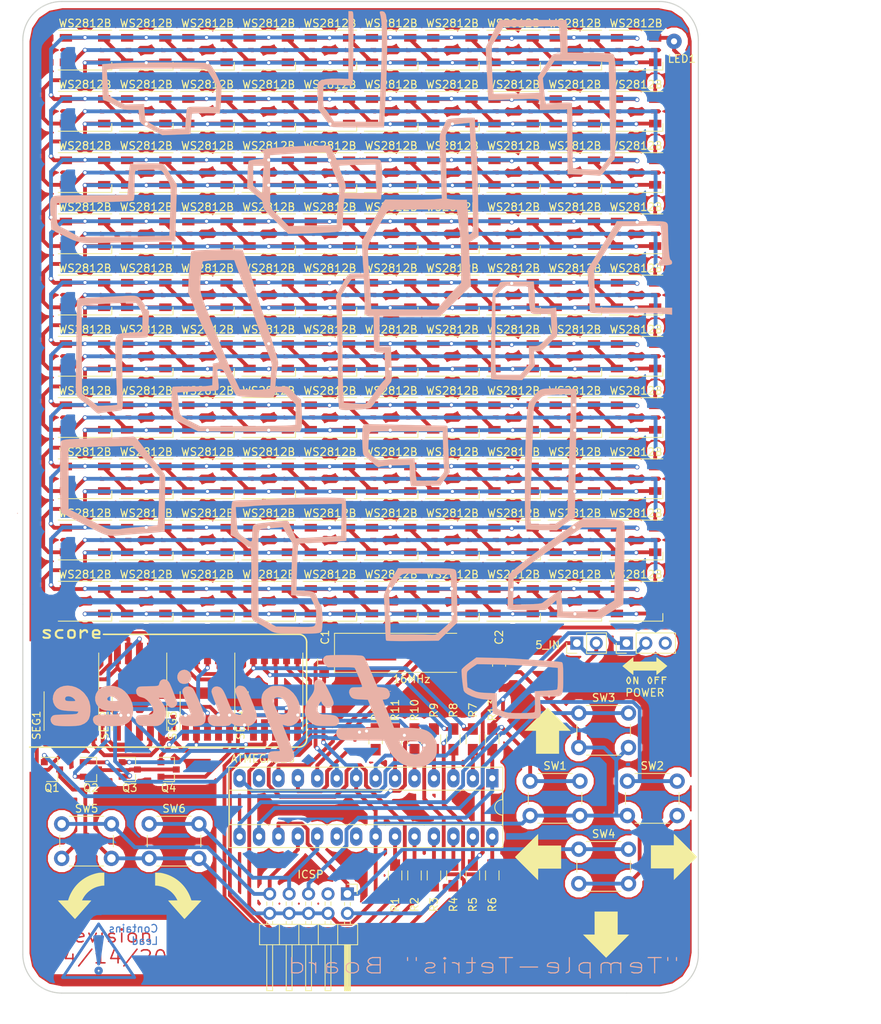
<source format=kicad_pcb>
(kicad_pcb (version 4) (host pcbnew 4.0.6)
  (layers (0 F.Cu signal) (31 B.Cu signal) (34 B.Paste user) (35 F.Paste user) (36 B.SilkS user) (37 F.SilkS user hide) (38 B.Mask user) (39 F.Mask user) (44 Edge.Cuts user))
  (net 0 "")
  (net 1 VCC)
  (net 2 "Net-(16MHz1-Pad1)")
  (net 3 "Net-(16MHz1-Pad2)")
  (net 4 PC6)
  (net 5 PB1)
  (net 6 "Net-(ATMEGA328-Pad2)")
  (net 7 PB2)
  (net 8 "Net-(ATMEGA328-Pad3)")
  (net 9 PB3)
  (net 10 "Net-(ATMEGA328-Pad4)")
  (net 11 PB4)
  (net 12 "Net-(ATMEGA328-Pad5)")
  (net 13 PB5)
  (net 14 "Net-(ATMEGA328-Pad6)")
  (net 15 "Net-(ATMEGA328-Pad20)")
  (net 16 power)
  (net 17 "Net-(ATMEGA328-Pad21)")
  (net 18 GND)
  (net 19 "Net-(ATMEGA328-Pad23)")
  (net 20 "Net-(ATMEGA328-Pad24)")
  (net 21 "Net-(ATMEGA328-Pad11)")
  (net 22 "Net-(ATMEGA328-Pad25)")
  (net 23 PD6)
  (net 24 "Net-(ATMEGA328-Pad26)")
  (net 25 PD7)
  (net 26 "Net-(ATMEGA328-Pad27)")
  (net 27 PB0)
  (net 28 "Net-(ATMEGA328-Pad28)")
  (net 29 "Net-(POWER1-Pad3)")
  (net 30 PD2)
  (net 31 "Net-(Q1-Pad2)")
  (net 32 PD3)
  (net 33 "Net-(Q2-Pad2)")
  (net 34 PD4)
  (net 35 "Net-(Q3-Pad2)")
  (net 36 PD5)
  (net 37 "Net-(Q4-Pad2)")
  (net 38 PC0)
  (net 39 PC1)
  (net 40 PC2)
  (net 41 PC3)
  (net 42 PC4)
  (net 43 PC5)
  (net 44 PD0)
  (net 45 PD1)
  (net 46 "Net-(ICSP1-Pad3)")
  (module LEDs:LED_WS2812B-PLCC4 (layer F.Cu) (at 137.278 140.58)
    (fp_text reference WS2812B (at 0 -3.5) (layer F.SilkS))
    (fp_text value LED_WS2812B-PLCC4)
    (pad 3 smd rect (at 2.5 1.6) (size 1.6 1) (layers F.Cu F.Paste F.Mask))
    (pad 4 smd rect (at 2.5 -1.6) (size 1.6 1) (layers F.Cu F.Paste F.Mask))
    (pad 2 smd rect (at -2.5 1.6) (size 1.6 1) (layers F.Cu F.Paste F.Mask))
    (pad 1 smd rect (at -2.5 -1.6) (size 1.6 1) (layers F.Cu F.Paste F.Mask))
  )
  (module LEDs:LED_WS2812B-PLCC4 (layer F.Cu) (at 129.278 140.58)
    (fp_text reference WS2812B (at 0 -3.5) (layer F.SilkS))
    (fp_text value LED_WS2812B-PLCC4)
    (pad 3 smd rect (at 2.5 1.6) (size 1.6 1) (layers F.Cu F.Paste F.Mask))
    (pad 4 smd rect (at 2.5 -1.6) (size 1.6 1) (layers F.Cu F.Paste F.Mask))
    (pad 2 smd rect (at -2.5 1.6) (size 1.6 1) (layers F.Cu F.Paste F.Mask))
    (pad 1 smd rect (at -2.5 -1.6) (size 1.6 1) (layers F.Cu F.Paste F.Mask))
  )
  (module LEDs:LED_WS2812B-PLCC4 (layer F.Cu) (at 121.278 140.58)
    (fp_text reference WS2812B (at 0 -3.5) (layer F.SilkS))
    (fp_text value LED_WS2812B-PLCC4)
    (pad 3 smd rect (at 2.5 1.6) (size 1.6 1) (layers F.Cu F.Paste F.Mask))
    (pad 4 smd rect (at 2.5 -1.6) (size 1.6 1) (layers F.Cu F.Paste F.Mask))
    (pad 2 smd rect (at -2.5 1.6) (size 1.6 1) (layers F.Cu F.Paste F.Mask))
    (pad 1 smd rect (at -2.5 -1.6) (size 1.6 1) (layers F.Cu F.Paste F.Mask))
  )
  (module LEDs:LED_WS2812B-PLCC4 (layer F.Cu) (at 113.278 140.58)
    (fp_text reference WS2812B (at 0 -3.5) (layer F.SilkS))
    (fp_text value LED_WS2812B-PLCC4)
    (pad 3 smd rect (at 2.5 1.6) (size 1.6 1) (layers F.Cu F.Paste F.Mask))
    (pad 4 smd rect (at 2.5 -1.6) (size 1.6 1) (layers F.Cu F.Paste F.Mask))
    (pad 2 smd rect (at -2.5 1.6) (size 1.6 1) (layers F.Cu F.Paste F.Mask))
    (pad 1 smd rect (at -2.5 -1.6) (size 1.6 1) (layers F.Cu F.Paste F.Mask))
  )
  (module LEDs:LED_WS2812B-PLCC4 (layer F.Cu) (at 105.278 140.58)
    (fp_text reference WS2812B (at 0 -3.5) (layer F.SilkS))
    (fp_text value LED_WS2812B-PLCC4)
    (pad 3 smd rect (at 2.5 1.6) (size 1.6 1) (layers F.Cu F.Paste F.Mask))
    (pad 4 smd rect (at 2.5 -1.6) (size 1.6 1) (layers F.Cu F.Paste F.Mask))
    (pad 2 smd rect (at -2.5 1.6) (size 1.6 1) (layers F.Cu F.Paste F.Mask))
    (pad 1 smd rect (at -2.5 -1.6) (size 1.6 1) (layers F.Cu F.Paste F.Mask))
  )
  (module LEDs:LED_WS2812B-PLCC4 (layer F.Cu) (at 97.278 140.58)
    (fp_text reference WS2812B (at 0 -3.5) (layer F.SilkS))
    (fp_text value LED_WS2812B-PLCC4)
    (pad 3 smd rect (at 2.5 1.6) (size 1.6 1) (layers F.Cu F.Paste F.Mask))
    (pad 4 smd rect (at 2.5 -1.6) (size 1.6 1) (layers F.Cu F.Paste F.Mask))
    (pad 2 smd rect (at -2.5 1.6) (size 1.6 1) (layers F.Cu F.Paste F.Mask))
    (pad 1 smd rect (at -2.5 -1.6) (size 1.6 1) (layers F.Cu F.Paste F.Mask))
  )
  (module LEDs:LED_WS2812B-PLCC4 (layer F.Cu) (at 89.278 140.58)
    (fp_text reference WS2812B (at 0 -3.5) (layer F.SilkS))
    (fp_text value LED_WS2812B-PLCC4)
    (pad 3 smd rect (at 2.5 1.6) (size 1.6 1) (layers F.Cu F.Paste F.Mask))
    (pad 4 smd rect (at 2.5 -1.6) (size 1.6 1) (layers F.Cu F.Paste F.Mask))
    (pad 2 smd rect (at -2.5 1.6) (size 1.6 1) (layers F.Cu F.Paste F.Mask))
    (pad 1 smd rect (at -2.5 -1.6) (size 1.6 1) (layers F.Cu F.Paste F.Mask))
  )
  (module LEDs:LED_WS2812B-PLCC4 (layer F.Cu) (at 81.278 140.58)
    (fp_text reference WS2812B (at 0 -3.5) (layer F.SilkS))
    (fp_text value LED_WS2812B-PLCC4)
    (pad 3 smd rect (at 2.5 1.6) (size 1.6 1) (layers F.Cu F.Paste F.Mask))
    (pad 4 smd rect (at 2.5 -1.6) (size 1.6 1) (layers F.Cu F.Paste F.Mask))
    (pad 2 smd rect (at -2.5 1.6) (size 1.6 1) (layers F.Cu F.Paste F.Mask))
    (pad 1 smd rect (at -2.5 -1.6) (size 1.6 1) (layers F.Cu F.Paste F.Mask))
  )
  (module LEDs:LED_WS2812B-PLCC4 (layer F.Cu) (at 73.278 140.58)
    (fp_text reference WS2812B (at 0 -3.5) (layer F.SilkS))
    (fp_text value LED_WS2812B-PLCC4)
    (pad 3 smd rect (at 2.5 1.6) (size 1.6 1) (layers F.Cu F.Paste F.Mask))
    (pad 4 smd rect (at 2.5 -1.6) (size 1.6 1) (layers F.Cu F.Paste F.Mask))
    (pad 2 smd rect (at -2.5 1.6) (size 1.6 1) (layers F.Cu F.Paste F.Mask))
    (pad 1 smd rect (at -2.5 -1.6) (size 1.6 1) (layers F.Cu F.Paste F.Mask))
  )
  (module LEDs:LED_WS2812B-PLCC4 (layer F.Cu) (at 65.278 140.58)
    (fp_text reference WS2812B (at 0 -3.5) (layer F.SilkS))
    (fp_text value LED_WS2812B-PLCC4)
    (pad 3 smd rect (at 2.5 1.6) (size 1.6 1) (layers F.Cu F.Paste F.Mask))
    (pad 4 smd rect (at 2.5 -1.6) (size 1.6 1) (layers F.Cu F.Paste F.Mask))
    (pad 2 smd rect (at -2.5 1.6) (size 1.6 1) (layers F.Cu F.Paste F.Mask))
    (pad 1 smd rect (at -2.5 -1.6) (size 1.6 1) (layers F.Cu F.Paste F.Mask))
  )
  (module LEDs:LED_WS2812B-PLCC4 (layer F.Cu) (at 137.278 132.58)
    (fp_text reference WS2812B (at 0 -3.5) (layer F.SilkS))
    (fp_text value LED_WS2812B-PLCC4)
    (pad 3 smd rect (at 2.5 1.6) (size 1.6 1) (layers F.Cu F.Paste F.Mask))
    (pad 4 smd rect (at 2.5 -1.6) (size 1.6 1) (layers F.Cu F.Paste F.Mask))
    (pad 2 smd rect (at -2.5 1.6) (size 1.6 1) (layers F.Cu F.Paste F.Mask))
    (pad 1 smd rect (at -2.5 -1.6) (size 1.6 1) (layers F.Cu F.Paste F.Mask))
  )
  (module LEDs:LED_WS2812B-PLCC4 (layer F.Cu) (at 129.278 132.58)
    (fp_text reference WS2812B (at 0 -3.5) (layer F.SilkS))
    (fp_text value LED_WS2812B-PLCC4)
    (pad 3 smd rect (at 2.5 1.6) (size 1.6 1) (layers F.Cu F.Paste F.Mask))
    (pad 4 smd rect (at 2.5 -1.6) (size 1.6 1) (layers F.Cu F.Paste F.Mask))
    (pad 2 smd rect (at -2.5 1.6) (size 1.6 1) (layers F.Cu F.Paste F.Mask))
    (pad 1 smd rect (at -2.5 -1.6) (size 1.6 1) (layers F.Cu F.Paste F.Mask))
  )
  (module LEDs:LED_WS2812B-PLCC4 (layer F.Cu) (at 121.278 132.58)
    (fp_text reference WS2812B (at 0 -3.5) (layer F.SilkS))
    (fp_text value LED_WS2812B-PLCC4)
    (pad 3 smd rect (at 2.5 1.6) (size 1.6 1) (layers F.Cu F.Paste F.Mask))
    (pad 4 smd rect (at 2.5 -1.6) (size 1.6 1) (layers F.Cu F.Paste F.Mask))
    (pad 2 smd rect (at -2.5 1.6) (size 1.6 1) (layers F.Cu F.Paste F.Mask))
    (pad 1 smd rect (at -2.5 -1.6) (size 1.6 1) (layers F.Cu F.Paste F.Mask))
  )
  (module LEDs:LED_WS2812B-PLCC4 (layer F.Cu) (at 113.278 132.58)
    (fp_text reference WS2812B (at 0 -3.5) (layer F.SilkS))
    (fp_text value LED_WS2812B-PLCC4)
    (pad 3 smd rect (at 2.5 1.6) (size 1.6 1) (layers F.Cu F.Paste F.Mask))
    (pad 4 smd rect (at 2.5 -1.6) (size 1.6 1) (layers F.Cu F.Paste F.Mask))
    (pad 2 smd rect (at -2.5 1.6) (size 1.6 1) (layers F.Cu F.Paste F.Mask))
    (pad 1 smd rect (at -2.5 -1.6) (size 1.6 1) (layers F.Cu F.Paste F.Mask))
  )
  (module LEDs:LED_WS2812B-PLCC4 (layer F.Cu) (at 105.278 132.58)
    (fp_text reference WS2812B (at 0 -3.5) (layer F.SilkS))
    (fp_text value LED_WS2812B-PLCC4)
    (pad 3 smd rect (at 2.5 1.6) (size 1.6 1) (layers F.Cu F.Paste F.Mask))
    (pad 4 smd rect (at 2.5 -1.6) (size 1.6 1) (layers F.Cu F.Paste F.Mask))
    (pad 2 smd rect (at -2.5 1.6) (size 1.6 1) (layers F.Cu F.Paste F.Mask))
    (pad 1 smd rect (at -2.5 -1.6) (size 1.6 1) (layers F.Cu F.Paste F.Mask))
  )
  (module LEDs:LED_WS2812B-PLCC4 (layer F.Cu) (at 97.278 132.58)
    (fp_text reference WS2812B (at 0 -3.5) (layer F.SilkS))
    (fp_text value LED_WS2812B-PLCC4)
    (pad 3 smd rect (at 2.5 1.6) (size 1.6 1) (layers F.Cu F.Paste F.Mask))
    (pad 4 smd rect (at 2.5 -1.6) (size 1.6 1) (layers F.Cu F.Paste F.Mask))
    (pad 2 smd rect (at -2.5 1.6) (size 1.6 1) (layers F.Cu F.Paste F.Mask))
    (pad 1 smd rect (at -2.5 -1.6) (size 1.6 1) (layers F.Cu F.Paste F.Mask))
  )
  (module LEDs:LED_WS2812B-PLCC4 (layer F.Cu) (at 89.278 132.58)
    (fp_text reference WS2812B (at 0 -3.5) (layer F.SilkS))
    (fp_text value LED_WS2812B-PLCC4)
    (pad 3 smd rect (at 2.5 1.6) (size 1.6 1) (layers F.Cu F.Paste F.Mask))
    (pad 4 smd rect (at 2.5 -1.6) (size 1.6 1) (layers F.Cu F.Paste F.Mask))
    (pad 2 smd rect (at -2.5 1.6) (size 1.6 1) (layers F.Cu F.Paste F.Mask))
    (pad 1 smd rect (at -2.5 -1.6) (size 1.6 1) (layers F.Cu F.Paste F.Mask))
  )
  (module LEDs:LED_WS2812B-PLCC4 (layer F.Cu) (at 81.278 132.58)
    (fp_text reference WS2812B (at 0 -3.5) (layer F.SilkS))
    (fp_text value LED_WS2812B-PLCC4)
    (pad 3 smd rect (at 2.5 1.6) (size 1.6 1) (layers F.Cu F.Paste F.Mask))
    (pad 4 smd rect (at 2.5 -1.6) (size 1.6 1) (layers F.Cu F.Paste F.Mask))
    (pad 2 smd rect (at -2.5 1.6) (size 1.6 1) (layers F.Cu F.Paste F.Mask))
    (pad 1 smd rect (at -2.5 -1.6) (size 1.6 1) (layers F.Cu F.Paste F.Mask))
  )
  (module LEDs:LED_WS2812B-PLCC4 (layer F.Cu) (at 73.278 132.58)
    (fp_text reference WS2812B (at 0 -3.5) (layer F.SilkS))
    (fp_text value LED_WS2812B-PLCC4)
    (pad 3 smd rect (at 2.5 1.6) (size 1.6 1) (layers F.Cu F.Paste F.Mask))
    (pad 4 smd rect (at 2.5 -1.6) (size 1.6 1) (layers F.Cu F.Paste F.Mask))
    (pad 2 smd rect (at -2.5 1.6) (size 1.6 1) (layers F.Cu F.Paste F.Mask))
    (pad 1 smd rect (at -2.5 -1.6) (size 1.6 1) (layers F.Cu F.Paste F.Mask))
  )
  (module LEDs:LED_WS2812B-PLCC4 (layer F.Cu) (at 65.278 132.58)
    (fp_text reference WS2812B (at 0 -3.5) (layer F.SilkS))
    (fp_text value LED_WS2812B-PLCC4)
    (pad 3 smd rect (at 2.5 1.6) (size 1.6 1) (layers F.Cu F.Paste F.Mask))
    (pad 4 smd rect (at 2.5 -1.6) (size 1.6 1) (layers F.Cu F.Paste F.Mask))
    (pad 2 smd rect (at -2.5 1.6) (size 1.6 1) (layers F.Cu F.Paste F.Mask))
    (pad 1 smd rect (at -2.5 -1.6) (size 1.6 1) (layers F.Cu F.Paste F.Mask))
  )
  (module LEDs:LED_WS2812B-PLCC4 (layer F.Cu) (at 137.278 124.58)
    (fp_text reference WS2812B (at 0 -3.5) (layer F.SilkS))
    (fp_text value LED_WS2812B-PLCC4)
    (pad 3 smd rect (at 2.5 1.6) (size 1.6 1) (layers F.Cu F.Paste F.Mask))
    (pad 4 smd rect (at 2.5 -1.6) (size 1.6 1) (layers F.Cu F.Paste F.Mask))
    (pad 2 smd rect (at -2.5 1.6) (size 1.6 1) (layers F.Cu F.Paste F.Mask))
    (pad 1 smd rect (at -2.5 -1.6) (size 1.6 1) (layers F.Cu F.Paste F.Mask))
  )
  (module LEDs:LED_WS2812B-PLCC4 (layer F.Cu) (at 129.278 124.58)
    (fp_text reference WS2812B (at 0 -3.5) (layer F.SilkS))
    (fp_text value LED_WS2812B-PLCC4)
    (pad 3 smd rect (at 2.5 1.6) (size 1.6 1) (layers F.Cu F.Paste F.Mask))
    (pad 4 smd rect (at 2.5 -1.6) (size 1.6 1) (layers F.Cu F.Paste F.Mask))
    (pad 2 smd rect (at -2.5 1.6) (size 1.6 1) (layers F.Cu F.Paste F.Mask))
    (pad 1 smd rect (at -2.5 -1.6) (size 1.6 1) (layers F.Cu F.Paste F.Mask))
  )
  (module LEDs:LED_WS2812B-PLCC4 (layer F.Cu) (at 121.278 124.58)
    (fp_text reference WS2812B (at 0 -3.5) (layer F.SilkS))
    (fp_text value LED_WS2812B-PLCC4)
    (pad 3 smd rect (at 2.5 1.6) (size 1.6 1) (layers F.Cu F.Paste F.Mask))
    (pad 4 smd rect (at 2.5 -1.6) (size 1.6 1) (layers F.Cu F.Paste F.Mask))
    (pad 2 smd rect (at -2.5 1.6) (size 1.6 1) (layers F.Cu F.Paste F.Mask))
    (pad 1 smd rect (at -2.5 -1.6) (size 1.6 1) (layers F.Cu F.Paste F.Mask))
  )
  (module LEDs:LED_WS2812B-PLCC4 (layer F.Cu) (at 113.278 124.58)
    (fp_text reference WS2812B (at 0 -3.5) (layer F.SilkS))
    (fp_text value LED_WS2812B-PLCC4)
    (pad 3 smd rect (at 2.5 1.6) (size 1.6 1) (layers F.Cu F.Paste F.Mask))
    (pad 4 smd rect (at 2.5 -1.6) (size 1.6 1) (layers F.Cu F.Paste F.Mask))
    (pad 2 smd rect (at -2.5 1.6) (size 1.6 1) (layers F.Cu F.Paste F.Mask))
    (pad 1 smd rect (at -2.5 -1.6) (size 1.6 1) (layers F.Cu F.Paste F.Mask))
  )
  (module LEDs:LED_WS2812B-PLCC4 (layer F.Cu) (at 105.278 124.58)
    (fp_text reference WS2812B (at 0 -3.5) (layer F.SilkS))
    (fp_text value LED_WS2812B-PLCC4)
    (pad 3 smd rect (at 2.5 1.6) (size 1.6 1) (layers F.Cu F.Paste F.Mask))
    (pad 4 smd rect (at 2.5 -1.6) (size 1.6 1) (layers F.Cu F.Paste F.Mask))
    (pad 2 smd rect (at -2.5 1.6) (size 1.6 1) (layers F.Cu F.Paste F.Mask))
    (pad 1 smd rect (at -2.5 -1.6) (size 1.6 1) (layers F.Cu F.Paste F.Mask))
  )
  (module LEDs:LED_WS2812B-PLCC4 (layer F.Cu) (at 97.278 124.58)
    (fp_text reference WS2812B (at 0 -3.5) (layer F.SilkS))
    (fp_text value LED_WS2812B-PLCC4)
    (pad 3 smd rect (at 2.5 1.6) (size 1.6 1) (layers F.Cu F.Paste F.Mask))
    (pad 4 smd rect (at 2.5 -1.6) (size 1.6 1) (layers F.Cu F.Paste F.Mask))
    (pad 2 smd rect (at -2.5 1.6) (size 1.6 1) (layers F.Cu F.Paste F.Mask))
    (pad 1 smd rect (at -2.5 -1.6) (size 1.6 1) (layers F.Cu F.Paste F.Mask))
  )
  (module LEDs:LED_WS2812B-PLCC4 (layer F.Cu) (at 89.278 124.58)
    (fp_text reference WS2812B (at 0 -3.5) (layer F.SilkS))
    (fp_text value LED_WS2812B-PLCC4)
    (pad 3 smd rect (at 2.5 1.6) (size 1.6 1) (layers F.Cu F.Paste F.Mask))
    (pad 4 smd rect (at 2.5 -1.6) (size 1.6 1) (layers F.Cu F.Paste F.Mask))
    (pad 2 smd rect (at -2.5 1.6) (size 1.6 1) (layers F.Cu F.Paste F.Mask))
    (pad 1 smd rect (at -2.5 -1.6) (size 1.6 1) (layers F.Cu F.Paste F.Mask))
  )
  (module LEDs:LED_WS2812B-PLCC4 (layer F.Cu) (at 81.278 124.58)
    (fp_text reference WS2812B (at 0 -3.5) (layer F.SilkS))
    (fp_text value LED_WS2812B-PLCC4)
    (pad 3 smd rect (at 2.5 1.6) (size 1.6 1) (layers F.Cu F.Paste F.Mask))
    (pad 4 smd rect (at 2.5 -1.6) (size 1.6 1) (layers F.Cu F.Paste F.Mask))
    (pad 2 smd rect (at -2.5 1.6) (size 1.6 1) (layers F.Cu F.Paste F.Mask))
    (pad 1 smd rect (at -2.5 -1.6) (size 1.6 1) (layers F.Cu F.Paste F.Mask))
  )
  (module LEDs:LED_WS2812B-PLCC4 (layer F.Cu) (at 73.278 124.58)
    (fp_text reference WS2812B (at 0 -3.5) (layer F.SilkS))
    (fp_text value LED_WS2812B-PLCC4)
    (pad 3 smd rect (at 2.5 1.6) (size 1.6 1) (layers F.Cu F.Paste F.Mask))
    (pad 4 smd rect (at 2.5 -1.6) (size 1.6 1) (layers F.Cu F.Paste F.Mask))
    (pad 2 smd rect (at -2.5 1.6) (size 1.6 1) (layers F.Cu F.Paste F.Mask))
    (pad 1 smd rect (at -2.5 -1.6) (size 1.6 1) (layers F.Cu F.Paste F.Mask))
  )
  (module LEDs:LED_WS2812B-PLCC4 (layer F.Cu) (at 65.278 124.58)
    (fp_text reference WS2812B (at 0 -3.5) (layer F.SilkS))
    (fp_text value LED_WS2812B-PLCC4)
    (pad 3 smd rect (at 2.5 1.6) (size 1.6 1) (layers F.Cu F.Paste F.Mask))
    (pad 4 smd rect (at 2.5 -1.6) (size 1.6 1) (layers F.Cu F.Paste F.Mask))
    (pad 2 smd rect (at -2.5 1.6) (size 1.6 1) (layers F.Cu F.Paste F.Mask))
    (pad 1 smd rect (at -2.5 -1.6) (size 1.6 1) (layers F.Cu F.Paste F.Mask))
  )
  (module LEDs:LED_WS2812B-PLCC4 (layer F.Cu) (at 137.278 116.58)
    (fp_text reference WS2812B (at 0 -3.5) (layer F.SilkS))
    (fp_text value LED_WS2812B-PLCC4)
    (pad 3 smd rect (at 2.5 1.6) (size 1.6 1) (layers F.Cu F.Paste F.Mask))
    (pad 4 smd rect (at 2.5 -1.6) (size 1.6 1) (layers F.Cu F.Paste F.Mask))
    (pad 2 smd rect (at -2.5 1.6) (size 1.6 1) (layers F.Cu F.Paste F.Mask))
    (pad 1 smd rect (at -2.5 -1.6) (size 1.6 1) (layers F.Cu F.Paste F.Mask))
  )
  (module LEDs:LED_WS2812B-PLCC4 (layer F.Cu) (at 129.278 116.58)
    (fp_text reference WS2812B (at 0 -3.5) (layer F.SilkS))
    (fp_text value LED_WS2812B-PLCC4)
    (pad 3 smd rect (at 2.5 1.6) (size 1.6 1) (layers F.Cu F.Paste F.Mask))
    (pad 4 smd rect (at 2.5 -1.6) (size 1.6 1) (layers F.Cu F.Paste F.Mask))
    (pad 2 smd rect (at -2.5 1.6) (size 1.6 1) (layers F.Cu F.Paste F.Mask))
    (pad 1 smd rect (at -2.5 -1.6) (size 1.6 1) (layers F.Cu F.Paste F.Mask))
  )
  (module LEDs:LED_WS2812B-PLCC4 (layer F.Cu) (at 121.278 116.58)
    (fp_text reference WS2812B (at 0 -3.5) (layer F.SilkS))
    (fp_text value LED_WS2812B-PLCC4)
    (pad 3 smd rect (at 2.5 1.6) (size 1.6 1) (layers F.Cu F.Paste F.Mask))
    (pad 4 smd rect (at 2.5 -1.6) (size 1.6 1) (layers F.Cu F.Paste F.Mask))
    (pad 2 smd rect (at -2.5 1.6) (size 1.6 1) (layers F.Cu F.Paste F.Mask))
    (pad 1 smd rect (at -2.5 -1.6) (size 1.6 1) (layers F.Cu F.Paste F.Mask))
  )
  (module LEDs:LED_WS2812B-PLCC4 (layer F.Cu) (at 113.278 116.58)
    (fp_text reference WS2812B (at 0 -3.5) (layer F.SilkS))
    (fp_text value LED_WS2812B-PLCC4)
    (pad 3 smd rect (at 2.5 1.6) (size 1.6 1) (layers F.Cu F.Paste F.Mask))
    (pad 4 smd rect (at 2.5 -1.6) (size 1.6 1) (layers F.Cu F.Paste F.Mask))
    (pad 2 smd rect (at -2.5 1.6) (size 1.6 1) (layers F.Cu F.Paste F.Mask))
    (pad 1 smd rect (at -2.5 -1.6) (size 1.6 1) (layers F.Cu F.Paste F.Mask))
  )
  (module LEDs:LED_WS2812B-PLCC4 (layer F.Cu) (at 105.278 116.58)
    (fp_text reference WS2812B (at 0 -3.5) (layer F.SilkS))
    (fp_text value LED_WS2812B-PLCC4)
    (pad 3 smd rect (at 2.5 1.6) (size 1.6 1) (layers F.Cu F.Paste F.Mask))
    (pad 4 smd rect (at 2.5 -1.6) (size 1.6 1) (layers F.Cu F.Paste F.Mask))
    (pad 2 smd rect (at -2.5 1.6) (size 1.6 1) (layers F.Cu F.Paste F.Mask))
    (pad 1 smd rect (at -2.5 -1.6) (size 1.6 1) (layers F.Cu F.Paste F.Mask))
  )
  (module LEDs:LED_WS2812B-PLCC4 (layer F.Cu) (at 97.278 116.58)
    (fp_text reference WS2812B (at 0 -3.5) (layer F.SilkS))
    (fp_text value LED_WS2812B-PLCC4)
    (pad 3 smd rect (at 2.5 1.6) (size 1.6 1) (layers F.Cu F.Paste F.Mask))
    (pad 4 smd rect (at 2.5 -1.6) (size 1.6 1) (layers F.Cu F.Paste F.Mask))
    (pad 2 smd rect (at -2.5 1.6) (size 1.6 1) (layers F.Cu F.Paste F.Mask))
    (pad 1 smd rect (at -2.5 -1.6) (size 1.6 1) (layers F.Cu F.Paste F.Mask))
  )
  (module LEDs:LED_WS2812B-PLCC4 (layer F.Cu) (at 89.278 116.58)
    (fp_text reference WS2812B (at 0 -3.5) (layer F.SilkS))
    (fp_text value LED_WS2812B-PLCC4)
    (pad 3 smd rect (at 2.5 1.6) (size 1.6 1) (layers F.Cu F.Paste F.Mask))
    (pad 4 smd rect (at 2.5 -1.6) (size 1.6 1) (layers F.Cu F.Paste F.Mask))
    (pad 2 smd rect (at -2.5 1.6) (size 1.6 1) (layers F.Cu F.Paste F.Mask))
    (pad 1 smd rect (at -2.5 -1.6) (size 1.6 1) (layers F.Cu F.Paste F.Mask))
  )
  (module LEDs:LED_WS2812B-PLCC4 (layer F.Cu) (at 81.278 116.58)
    (fp_text reference WS2812B (at 0 -3.5) (layer F.SilkS))
    (fp_text value LED_WS2812B-PLCC4)
    (pad 3 smd rect (at 2.5 1.6) (size 1.6 1) (layers F.Cu F.Paste F.Mask))
    (pad 4 smd rect (at 2.5 -1.6) (size 1.6 1) (layers F.Cu F.Paste F.Mask))
    (pad 2 smd rect (at -2.5 1.6) (size 1.6 1) (layers F.Cu F.Paste F.Mask))
    (pad 1 smd rect (at -2.5 -1.6) (size 1.6 1) (layers F.Cu F.Paste F.Mask))
  )
  (module LEDs:LED_WS2812B-PLCC4 (layer F.Cu) (at 73.278 116.58)
    (fp_text reference WS2812B (at 0 -3.5) (layer F.SilkS))
    (fp_text value LED_WS2812B-PLCC4)
    (pad 3 smd rect (at 2.5 1.6) (size 1.6 1) (layers F.Cu F.Paste F.Mask))
    (pad 4 smd rect (at 2.5 -1.6) (size 1.6 1) (layers F.Cu F.Paste F.Mask))
    (pad 2 smd rect (at -2.5 1.6) (size 1.6 1) (layers F.Cu F.Paste F.Mask))
    (pad 1 smd rect (at -2.5 -1.6) (size 1.6 1) (layers F.Cu F.Paste F.Mask))
  )
  (module LEDs:LED_WS2812B-PLCC4 (layer F.Cu) (at 65.278 116.58)
    (fp_text reference WS2812B (at 0 -3.5) (layer F.SilkS))
    (fp_text value LED_WS2812B-PLCC4)
    (pad 3 smd rect (at 2.5 1.6) (size 1.6 1) (layers F.Cu F.Paste F.Mask))
    (pad 4 smd rect (at 2.5 -1.6) (size 1.6 1) (layers F.Cu F.Paste F.Mask))
    (pad 2 smd rect (at -2.5 1.6) (size 1.6 1) (layers F.Cu F.Paste F.Mask))
    (pad 1 smd rect (at -2.5 -1.6) (size 1.6 1) (layers F.Cu F.Paste F.Mask))
  )
  (module LEDs:LED_WS2812B-PLCC4 (layer F.Cu) (at 137.278 108.58)
    (fp_text reference WS2812B (at 0 -3.5) (layer F.SilkS))
    (fp_text value LED_WS2812B-PLCC4)
    (pad 3 smd rect (at 2.5 1.6) (size 1.6 1) (layers F.Cu F.Paste F.Mask))
    (pad 4 smd rect (at 2.5 -1.6) (size 1.6 1) (layers F.Cu F.Paste F.Mask))
    (pad 2 smd rect (at -2.5 1.6) (size 1.6 1) (layers F.Cu F.Paste F.Mask))
    (pad 1 smd rect (at -2.5 -1.6) (size 1.6 1) (layers F.Cu F.Paste F.Mask))
  )
  (module LEDs:LED_WS2812B-PLCC4 (layer F.Cu) (at 129.278 108.58)
    (fp_text reference WS2812B (at 0 -3.5) (layer F.SilkS))
    (fp_text value LED_WS2812B-PLCC4)
    (pad 3 smd rect (at 2.5 1.6) (size 1.6 1) (layers F.Cu F.Paste F.Mask))
    (pad 4 smd rect (at 2.5 -1.6) (size 1.6 1) (layers F.Cu F.Paste F.Mask))
    (pad 2 smd rect (at -2.5 1.6) (size 1.6 1) (layers F.Cu F.Paste F.Mask))
    (pad 1 smd rect (at -2.5 -1.6) (size 1.6 1) (layers F.Cu F.Paste F.Mask))
  )
  (module LEDs:LED_WS2812B-PLCC4 (layer F.Cu) (at 121.278 108.58)
    (fp_text reference WS2812B (at 0 -3.5) (layer F.SilkS))
    (fp_text value LED_WS2812B-PLCC4)
    (pad 3 smd rect (at 2.5 1.6) (size 1.6 1) (layers F.Cu F.Paste F.Mask))
    (pad 4 smd rect (at 2.5 -1.6) (size 1.6 1) (layers F.Cu F.Paste F.Mask))
    (pad 2 smd rect (at -2.5 1.6) (size 1.6 1) (layers F.Cu F.Paste F.Mask))
    (pad 1 smd rect (at -2.5 -1.6) (size 1.6 1) (layers F.Cu F.Paste F.Mask))
  )
  (module LEDs:LED_WS2812B-PLCC4 (layer F.Cu) (at 113.278 108.58)
    (fp_text reference WS2812B (at 0 -3.5) (layer F.SilkS))
    (fp_text value LED_WS2812B-PLCC4)
    (pad 3 smd rect (at 2.5 1.6) (size 1.6 1) (layers F.Cu F.Paste F.Mask))
    (pad 4 smd rect (at 2.5 -1.6) (size 1.6 1) (layers F.Cu F.Paste F.Mask))
    (pad 2 smd rect (at -2.5 1.6) (size 1.6 1) (layers F.Cu F.Paste F.Mask))
    (pad 1 smd rect (at -2.5 -1.6) (size 1.6 1) (layers F.Cu F.Paste F.Mask))
  )
  (module LEDs:LED_WS2812B-PLCC4 (layer F.Cu) (at 105.278 108.58)
    (fp_text reference WS2812B (at 0 -3.5) (layer F.SilkS))
    (fp_text value LED_WS2812B-PLCC4)
    (pad 3 smd rect (at 2.5 1.6) (size 1.6 1) (layers F.Cu F.Paste F.Mask))
    (pad 4 smd rect (at 2.5 -1.6) (size 1.6 1) (layers F.Cu F.Paste F.Mask))
    (pad 2 smd rect (at -2.5 1.6) (size 1.6 1) (layers F.Cu F.Paste F.Mask))
    (pad 1 smd rect (at -2.5 -1.6) (size 1.6 1) (layers F.Cu F.Paste F.Mask))
  )
  (module LEDs:LED_WS2812B-PLCC4 (layer F.Cu) (at 97.278 108.58)
    (fp_text reference WS2812B (at 0 -3.5) (layer F.SilkS))
    (fp_text value LED_WS2812B-PLCC4)
    (pad 3 smd rect (at 2.5 1.6) (size 1.6 1) (layers F.Cu F.Paste F.Mask))
    (pad 4 smd rect (at 2.5 -1.6) (size 1.6 1) (layers F.Cu F.Paste F.Mask))
    (pad 2 smd rect (at -2.5 1.6) (size 1.6 1) (layers F.Cu F.Paste F.Mask))
    (pad 1 smd rect (at -2.5 -1.6) (size 1.6 1) (layers F.Cu F.Paste F.Mask))
  )
  (module LEDs:LED_WS2812B-PLCC4 (layer F.Cu) (at 89.278 108.58)
    (fp_text reference WS2812B (at 0 -3.5) (layer F.SilkS))
    (fp_text value LED_WS2812B-PLCC4)
    (pad 3 smd rect (at 2.5 1.6) (size 1.6 1) (layers F.Cu F.Paste F.Mask))
    (pad 4 smd rect (at 2.5 -1.6) (size 1.6 1) (layers F.Cu F.Paste F.Mask))
    (pad 2 smd rect (at -2.5 1.6) (size 1.6 1) (layers F.Cu F.Paste F.Mask))
    (pad 1 smd rect (at -2.5 -1.6) (size 1.6 1) (layers F.Cu F.Paste F.Mask))
  )
  (module LEDs:LED_WS2812B-PLCC4 (layer F.Cu) (at 81.278 108.58)
    (fp_text reference WS2812B (at 0 -3.5) (layer F.SilkS))
    (fp_text value LED_WS2812B-PLCC4)
    (pad 3 smd rect (at 2.5 1.6) (size 1.6 1) (layers F.Cu F.Paste F.Mask))
    (pad 4 smd rect (at 2.5 -1.6) (size 1.6 1) (layers F.Cu F.Paste F.Mask))
    (pad 2 smd rect (at -2.5 1.6) (size 1.6 1) (layers F.Cu F.Paste F.Mask))
    (pad 1 smd rect (at -2.5 -1.6) (size 1.6 1) (layers F.Cu F.Paste F.Mask))
  )
  (module LEDs:LED_WS2812B-PLCC4 (layer F.Cu) (at 73.278 108.58)
    (fp_text reference WS2812B (at 0 -3.5) (layer F.SilkS))
    (fp_text value LED_WS2812B-PLCC4)
    (pad 3 smd rect (at 2.5 1.6) (size 1.6 1) (layers F.Cu F.Paste F.Mask))
    (pad 4 smd rect (at 2.5 -1.6) (size 1.6 1) (layers F.Cu F.Paste F.Mask))
    (pad 2 smd rect (at -2.5 1.6) (size 1.6 1) (layers F.Cu F.Paste F.Mask))
    (pad 1 smd rect (at -2.5 -1.6) (size 1.6 1) (layers F.Cu F.Paste F.Mask))
  )
  (module LEDs:LED_WS2812B-PLCC4 (layer F.Cu) (at 65.278 108.58)
    (fp_text reference WS2812B (at 0 -3.5) (layer F.SilkS))
    (fp_text value LED_WS2812B-PLCC4)
    (pad 3 smd rect (at 2.5 1.6) (size 1.6 1) (layers F.Cu F.Paste F.Mask))
    (pad 4 smd rect (at 2.5 -1.6) (size 1.6 1) (layers F.Cu F.Paste F.Mask))
    (pad 2 smd rect (at -2.5 1.6) (size 1.6 1) (layers F.Cu F.Paste F.Mask))
    (pad 1 smd rect (at -2.5 -1.6) (size 1.6 1) (layers F.Cu F.Paste F.Mask))
  )
  (module LEDs:LED_WS2812B-PLCC4 (layer F.Cu) (at 137.278 100.58)
    (fp_text reference WS2812B (at 0 -3.5) (layer F.SilkS))
    (fp_text value LED_WS2812B-PLCC4)
    (pad 3 smd rect (at 2.5 1.6) (size 1.6 1) (layers F.Cu F.Paste F.Mask))
    (pad 4 smd rect (at 2.5 -1.6) (size 1.6 1) (layers F.Cu F.Paste F.Mask))
    (pad 2 smd rect (at -2.5 1.6) (size 1.6 1) (layers F.Cu F.Paste F.Mask))
    (pad 1 smd rect (at -2.5 -1.6) (size 1.6 1) (layers F.Cu F.Paste F.Mask))
  )
  (module LEDs:LED_WS2812B-PLCC4 (layer F.Cu) (at 129.278 100.58)
    (fp_text reference WS2812B (at 0 -3.5) (layer F.SilkS))
    (fp_text value LED_WS2812B-PLCC4)
    (pad 3 smd rect (at 2.5 1.6) (size 1.6 1) (layers F.Cu F.Paste F.Mask))
    (pad 4 smd rect (at 2.5 -1.6) (size 1.6 1) (layers F.Cu F.Paste F.Mask))
    (pad 2 smd rect (at -2.5 1.6) (size 1.6 1) (layers F.Cu F.Paste F.Mask))
    (pad 1 smd rect (at -2.5 -1.6) (size 1.6 1) (layers F.Cu F.Paste F.Mask))
  )
  (module LEDs:LED_WS2812B-PLCC4 (layer F.Cu) (at 121.278 100.58)
    (fp_text reference WS2812B (at 0 -3.5) (layer F.SilkS))
    (fp_text value LED_WS2812B-PLCC4)
    (pad 3 smd rect (at 2.5 1.6) (size 1.6 1) (layers F.Cu F.Paste F.Mask))
    (pad 4 smd rect (at 2.5 -1.6) (size 1.6 1) (layers F.Cu F.Paste F.Mask))
    (pad 2 smd rect (at -2.5 1.6) (size 1.6 1) (layers F.Cu F.Paste F.Mask))
    (pad 1 smd rect (at -2.5 -1.6) (size 1.6 1) (layers F.Cu F.Paste F.Mask))
  )
  (module LEDs:LED_WS2812B-PLCC4 (layer F.Cu) (at 113.278 100.58)
    (fp_text reference WS2812B (at 0 -3.5) (layer F.SilkS))
    (fp_text value LED_WS2812B-PLCC4)
    (pad 3 smd rect (at 2.5 1.6) (size 1.6 1) (layers F.Cu F.Paste F.Mask))
    (pad 4 smd rect (at 2.5 -1.6) (size 1.6 1) (layers F.Cu F.Paste F.Mask))
    (pad 2 smd rect (at -2.5 1.6) (size 1.6 1) (layers F.Cu F.Paste F.Mask))
    (pad 1 smd rect (at -2.5 -1.6) (size 1.6 1) (layers F.Cu F.Paste F.Mask))
  )
  (module LEDs:LED_WS2812B-PLCC4 (layer F.Cu) (at 105.278 100.58)
    (fp_text reference WS2812B (at 0 -3.5) (layer F.SilkS))
    (fp_text value LED_WS2812B-PLCC4)
    (pad 3 smd rect (at 2.5 1.6) (size 1.6 1) (layers F.Cu F.Paste F.Mask))
    (pad 4 smd rect (at 2.5 -1.6) (size 1.6 1) (layers F.Cu F.Paste F.Mask))
    (pad 2 smd rect (at -2.5 1.6) (size 1.6 1) (layers F.Cu F.Paste F.Mask))
    (pad 1 smd rect (at -2.5 -1.6) (size 1.6 1) (layers F.Cu F.Paste F.Mask))
  )
  (module LEDs:LED_WS2812B-PLCC4 (layer F.Cu) (at 97.278 100.58)
    (fp_text reference WS2812B (at 0 -3.5) (layer F.SilkS))
    (fp_text value LED_WS2812B-PLCC4)
    (pad 3 smd rect (at 2.5 1.6) (size 1.6 1) (layers F.Cu F.Paste F.Mask))
    (pad 4 smd rect (at 2.5 -1.6) (size 1.6 1) (layers F.Cu F.Paste F.Mask))
    (pad 2 smd rect (at -2.5 1.6) (size 1.6 1) (layers F.Cu F.Paste F.Mask))
    (pad 1 smd rect (at -2.5 -1.6) (size 1.6 1) (layers F.Cu F.Paste F.Mask))
  )
  (module LEDs:LED_WS2812B-PLCC4 (layer F.Cu) (at 89.278 100.58)
    (fp_text reference WS2812B (at 0 -3.5) (layer F.SilkS))
    (fp_text value LED_WS2812B-PLCC4)
    (pad 3 smd rect (at 2.5 1.6) (size 1.6 1) (layers F.Cu F.Paste F.Mask))
    (pad 4 smd rect (at 2.5 -1.6) (size 1.6 1) (layers F.Cu F.Paste F.Mask))
    (pad 2 smd rect (at -2.5 1.6) (size 1.6 1) (layers F.Cu F.Paste F.Mask))
    (pad 1 smd rect (at -2.5 -1.6) (size 1.6 1) (layers F.Cu F.Paste F.Mask))
  )
  (module LEDs:LED_WS2812B-PLCC4 (layer F.Cu) (at 81.278 100.58)
    (fp_text reference WS2812B (at 0 -3.5) (layer F.SilkS))
    (fp_text value LED_WS2812B-PLCC4)
    (pad 3 smd rect (at 2.5 1.6) (size 1.6 1) (layers F.Cu F.Paste F.Mask))
    (pad 4 smd rect (at 2.5 -1.6) (size 1.6 1) (layers F.Cu F.Paste F.Mask))
    (pad 2 smd rect (at -2.5 1.6) (size 1.6 1) (layers F.Cu F.Paste F.Mask))
    (pad 1 smd rect (at -2.5 -1.6) (size 1.6 1) (layers F.Cu F.Paste F.Mask))
  )
  (module LEDs:LED_WS2812B-PLCC4 (layer F.Cu) (at 73.278 100.58)
    (fp_text reference WS2812B (at 0 -3.5) (layer F.SilkS))
    (fp_text value LED_WS2812B-PLCC4)
    (pad 3 smd rect (at 2.5 1.6) (size 1.6 1) (layers F.Cu F.Paste F.Mask))
    (pad 4 smd rect (at 2.5 -1.6) (size 1.6 1) (layers F.Cu F.Paste F.Mask))
    (pad 2 smd rect (at -2.5 1.6) (size 1.6 1) (layers F.Cu F.Paste F.Mask))
    (pad 1 smd rect (at -2.5 -1.6) (size 1.6 1) (layers F.Cu F.Paste F.Mask))
  )
  (module LEDs:LED_WS2812B-PLCC4 (layer F.Cu) (at 65.278 100.58)
    (fp_text reference WS2812B (at 0 -3.5) (layer F.SilkS))
    (fp_text value LED_WS2812B-PLCC4)
    (pad 3 smd rect (at 2.5 1.6) (size 1.6 1) (layers F.Cu F.Paste F.Mask))
    (pad 4 smd rect (at 2.5 -1.6) (size 1.6 1) (layers F.Cu F.Paste F.Mask))
    (pad 2 smd rect (at -2.5 1.6) (size 1.6 1) (layers F.Cu F.Paste F.Mask))
    (pad 1 smd rect (at -2.5 -1.6) (size 1.6 1) (layers F.Cu F.Paste F.Mask))
  )
  (module LEDs:LED_WS2812B-PLCC4 (layer F.Cu) (at 137.278 92.58)
    (fp_text reference WS2812B (at 0 -3.5) (layer F.SilkS))
    (fp_text value LED_WS2812B-PLCC4)
    (pad 3 smd rect (at 2.5 1.6) (size 1.6 1) (layers F.Cu F.Paste F.Mask))
    (pad 4 smd rect (at 2.5 -1.6) (size 1.6 1) (layers F.Cu F.Paste F.Mask))
    (pad 2 smd rect (at -2.5 1.6) (size 1.6 1) (layers F.Cu F.Paste F.Mask))
    (pad 1 smd rect (at -2.5 -1.6) (size 1.6 1) (layers F.Cu F.Paste F.Mask))
  )
  (module LEDs:LED_WS2812B-PLCC4 (layer F.Cu) (at 129.278 92.58)
    (fp_text reference WS2812B (at 0 -3.5) (layer F.SilkS))
    (fp_text value LED_WS2812B-PLCC4)
    (pad 3 smd rect (at 2.5 1.6) (size 1.6 1) (layers F.Cu F.Paste F.Mask))
    (pad 4 smd rect (at 2.5 -1.6) (size 1.6 1) (layers F.Cu F.Paste F.Mask))
    (pad 2 smd rect (at -2.5 1.6) (size 1.6 1) (layers F.Cu F.Paste F.Mask))
    (pad 1 smd rect (at -2.5 -1.6) (size 1.6 1) (layers F.Cu F.Paste F.Mask))
  )
  (module LEDs:LED_WS2812B-PLCC4 (layer F.Cu) (at 121.278 92.58)
    (fp_text reference WS2812B (at 0 -3.5) (layer F.SilkS))
    (fp_text value LED_WS2812B-PLCC4)
    (pad 3 smd rect (at 2.5 1.6) (size 1.6 1) (layers F.Cu F.Paste F.Mask))
    (pad 4 smd rect (at 2.5 -1.6) (size 1.6 1) (layers F.Cu F.Paste F.Mask))
    (pad 2 smd rect (at -2.5 1.6) (size 1.6 1) (layers F.Cu F.Paste F.Mask))
    (pad 1 smd rect (at -2.5 -1.6) (size 1.6 1) (layers F.Cu F.Paste F.Mask))
  )
  (module LEDs:LED_WS2812B-PLCC4 (layer F.Cu) (at 113.278 92.58)
    (fp_text reference WS2812B (at 0 -3.5) (layer F.SilkS))
    (fp_text value LED_WS2812B-PLCC4)
    (pad 3 smd rect (at 2.5 1.6) (size 1.6 1) (layers F.Cu F.Paste F.Mask))
    (pad 4 smd rect (at 2.5 -1.6) (size 1.6 1) (layers F.Cu F.Paste F.Mask))
    (pad 2 smd rect (at -2.5 1.6) (size 1.6 1) (layers F.Cu F.Paste F.Mask))
    (pad 1 smd rect (at -2.5 -1.6) (size 1.6 1) (layers F.Cu F.Paste F.Mask))
  )
  (module LEDs:LED_WS2812B-PLCC4 (layer F.Cu) (at 105.278 92.58)
    (fp_text reference WS2812B (at 0 -3.5) (layer F.SilkS))
    (fp_text value LED_WS2812B-PLCC4)
    (pad 3 smd rect (at 2.5 1.6) (size 1.6 1) (layers F.Cu F.Paste F.Mask))
    (pad 4 smd rect (at 2.5 -1.6) (size 1.6 1) (layers F.Cu F.Paste F.Mask))
    (pad 2 smd rect (at -2.5 1.6) (size 1.6 1) (layers F.Cu F.Paste F.Mask))
    (pad 1 smd rect (at -2.5 -1.6) (size 1.6 1) (layers F.Cu F.Paste F.Mask))
  )
  (module LEDs:LED_WS2812B-PLCC4 (layer F.Cu) (at 97.278 92.58)
    (fp_text reference WS2812B (at 0 -3.5) (layer F.SilkS))
    (fp_text value LED_WS2812B-PLCC4)
    (pad 3 smd rect (at 2.5 1.6) (size 1.6 1) (layers F.Cu F.Paste F.Mask))
    (pad 4 smd rect (at 2.5 -1.6) (size 1.6 1) (layers F.Cu F.Paste F.Mask))
    (pad 2 smd rect (at -2.5 1.6) (size 1.6 1) (layers F.Cu F.Paste F.Mask))
    (pad 1 smd rect (at -2.5 -1.6) (size 1.6 1) (layers F.Cu F.Paste F.Mask))
  )
  (module LEDs:LED_WS2812B-PLCC4 (layer F.Cu) (at 89.278 92.58)
    (fp_text reference WS2812B (at 0 -3.5) (layer F.SilkS))
    (fp_text value LED_WS2812B-PLCC4)
    (pad 3 smd rect (at 2.5 1.6) (size 1.6 1) (layers F.Cu F.Paste F.Mask))
    (pad 4 smd rect (at 2.5 -1.6) (size 1.6 1) (layers F.Cu F.Paste F.Mask))
    (pad 2 smd rect (at -2.5 1.6) (size 1.6 1) (layers F.Cu F.Paste F.Mask))
    (pad 1 smd rect (at -2.5 -1.6) (size 1.6 1) (layers F.Cu F.Paste F.Mask))
  )
  (module LEDs:LED_WS2812B-PLCC4 (layer F.Cu) (at 81.278 92.58)
    (fp_text reference WS2812B (at 0 -3.5) (layer F.SilkS))
    (fp_text value LED_WS2812B-PLCC4)
    (pad 3 smd rect (at 2.5 1.6) (size 1.6 1) (layers F.Cu F.Paste F.Mask))
    (pad 4 smd rect (at 2.5 -1.6) (size 1.6 1) (layers F.Cu F.Paste F.Mask))
    (pad 2 smd rect (at -2.5 1.6) (size 1.6 1) (layers F.Cu F.Paste F.Mask))
    (pad 1 smd rect (at -2.5 -1.6) (size 1.6 1) (layers F.Cu F.Paste F.Mask))
  )
  (module LEDs:LED_WS2812B-PLCC4 (layer F.Cu) (at 73.278 92.58)
    (fp_text reference WS2812B (at 0 -3.5) (layer F.SilkS))
    (fp_text value LED_WS2812B-PLCC4)
    (pad 3 smd rect (at 2.5 1.6) (size 1.6 1) (layers F.Cu F.Paste F.Mask))
    (pad 4 smd rect (at 2.5 -1.6) (size 1.6 1) (layers F.Cu F.Paste F.Mask))
    (pad 2 smd rect (at -2.5 1.6) (size 1.6 1) (layers F.Cu F.Paste F.Mask))
    (pad 1 smd rect (at -2.5 -1.6) (size 1.6 1) (layers F.Cu F.Paste F.Mask))
  )
  (module LEDs:LED_WS2812B-PLCC4 (layer F.Cu) (at 65.278 92.58)
    (fp_text reference WS2812B (at 0 -3.5) (layer F.SilkS))
    (fp_text value LED_WS2812B-PLCC4)
    (pad 3 smd rect (at 2.5 1.6) (size 1.6 1) (layers F.Cu F.Paste F.Mask))
    (pad 4 smd rect (at 2.5 -1.6) (size 1.6 1) (layers F.Cu F.Paste F.Mask))
    (pad 2 smd rect (at -2.5 1.6) (size 1.6 1) (layers F.Cu F.Paste F.Mask))
    (pad 1 smd rect (at -2.5 -1.6) (size 1.6 1) (layers F.Cu F.Paste F.Mask))
  )
  (module LEDs:LED_WS2812B-PLCC4 (layer F.Cu) (at 137.278 84.58)
    (fp_text reference WS2812B (at 0 -3.5) (layer F.SilkS))
    (fp_text value LED_WS2812B-PLCC4)
    (pad 3 smd rect (at 2.5 1.6) (size 1.6 1) (layers F.Cu F.Paste F.Mask))
    (pad 4 smd rect (at 2.5 -1.6) (size 1.6 1) (layers F.Cu F.Paste F.Mask))
    (pad 2 smd rect (at -2.5 1.6) (size 1.6 1) (layers F.Cu F.Paste F.Mask))
    (pad 1 smd rect (at -2.5 -1.6) (size 1.6 1) (layers F.Cu F.Paste F.Mask))
  )
  (module LEDs:LED_WS2812B-PLCC4 (layer F.Cu) (at 129.278 84.58)
    (fp_text reference WS2812B (at 0 -3.5) (layer F.SilkS))
    (fp_text value LED_WS2812B-PLCC4)
    (pad 3 smd rect (at 2.5 1.6) (size 1.6 1) (layers F.Cu F.Paste F.Mask))
    (pad 4 smd rect (at 2.5 -1.6) (size 1.6 1) (layers F.Cu F.Paste F.Mask))
    (pad 2 smd rect (at -2.5 1.6) (size 1.6 1) (layers F.Cu F.Paste F.Mask))
    (pad 1 smd rect (at -2.5 -1.6) (size 1.6 1) (layers F.Cu F.Paste F.Mask))
  )
  (module LEDs:LED_WS2812B-PLCC4 (layer F.Cu) (at 121.278 84.58)
    (fp_text reference WS2812B (at 0 -3.5) (layer F.SilkS))
    (fp_text value LED_WS2812B-PLCC4)
    (pad 3 smd rect (at 2.5 1.6) (size 1.6 1) (layers F.Cu F.Paste F.Mask))
    (pad 4 smd rect (at 2.5 -1.6) (size 1.6 1) (layers F.Cu F.Paste F.Mask))
    (pad 2 smd rect (at -2.5 1.6) (size 1.6 1) (layers F.Cu F.Paste F.Mask))
    (pad 1 smd rect (at -2.5 -1.6) (size 1.6 1) (layers F.Cu F.Paste F.Mask))
  )
  (module LEDs:LED_WS2812B-PLCC4 (layer F.Cu) (at 113.278 84.58)
    (fp_text reference WS2812B (at 0 -3.5) (layer F.SilkS))
    (fp_text value LED_WS2812B-PLCC4)
    (pad 3 smd rect (at 2.5 1.6) (size 1.6 1) (layers F.Cu F.Paste F.Mask))
    (pad 4 smd rect (at 2.5 -1.6) (size 1.6 1) (layers F.Cu F.Paste F.Mask))
    (pad 2 smd rect (at -2.5 1.6) (size 1.6 1) (layers F.Cu F.Paste F.Mask))
    (pad 1 smd rect (at -2.5 -1.6) (size 1.6 1) (layers F.Cu F.Paste F.Mask))
  )
  (module LEDs:LED_WS2812B-PLCC4 (layer F.Cu) (at 105.278 84.58)
    (fp_text reference WS2812B (at 0 -3.5) (layer F.SilkS))
    (fp_text value LED_WS2812B-PLCC4)
    (pad 3 smd rect (at 2.5 1.6) (size 1.6 1) (layers F.Cu F.Paste F.Mask))
    (pad 4 smd rect (at 2.5 -1.6) (size 1.6 1) (layers F.Cu F.Paste F.Mask))
    (pad 2 smd rect (at -2.5 1.6) (size 1.6 1) (layers F.Cu F.Paste F.Mask))
    (pad 1 smd rect (at -2.5 -1.6) (size 1.6 1) (layers F.Cu F.Paste F.Mask))
  )
  (module LEDs:LED_WS2812B-PLCC4 (layer F.Cu) (at 97.278 84.58)
    (fp_text reference WS2812B (at 0 -3.5) (layer F.SilkS))
    (fp_text value LED_WS2812B-PLCC4)
    (pad 3 smd rect (at 2.5 1.6) (size 1.6 1) (layers F.Cu F.Paste F.Mask))
    (pad 4 smd rect (at 2.5 -1.6) (size 1.6 1) (layers F.Cu F.Paste F.Mask))
    (pad 2 smd rect (at -2.5 1.6) (size 1.6 1) (layers F.Cu F.Paste F.Mask))
    (pad 1 smd rect (at -2.5 -1.6) (size 1.6 1) (layers F.Cu F.Paste F.Mask))
  )
  (module LEDs:LED_WS2812B-PLCC4 (layer F.Cu) (at 89.278 84.58)
    (fp_text reference WS2812B (at 0 -3.5) (layer F.SilkS))
    (fp_text value LED_WS2812B-PLCC4)
    (pad 3 smd rect (at 2.5 1.6) (size 1.6 1) (layers F.Cu F.Paste F.Mask))
    (pad 4 smd rect (at 2.5 -1.6) (size 1.6 1) (layers F.Cu F.Paste F.Mask))
    (pad 2 smd rect (at -2.5 1.6) (size 1.6 1) (layers F.Cu F.Paste F.Mask))
    (pad 1 smd rect (at -2.5 -1.6) (size 1.6 1) (layers F.Cu F.Paste F.Mask))
  )
  (module LEDs:LED_WS2812B-PLCC4 (layer F.Cu) (at 81.278 84.58)
    (fp_text reference WS2812B (at 0 -3.5) (layer F.SilkS))
    (fp_text value LED_WS2812B-PLCC4)
    (pad 3 smd rect (at 2.5 1.6) (size 1.6 1) (layers F.Cu F.Paste F.Mask))
    (pad 4 smd rect (at 2.5 -1.6) (size 1.6 1) (layers F.Cu F.Paste F.Mask))
    (pad 2 smd rect (at -2.5 1.6) (size 1.6 1) (layers F.Cu F.Paste F.Mask))
    (pad 1 smd rect (at -2.5 -1.6) (size 1.6 1) (layers F.Cu F.Paste F.Mask))
  )
  (module LEDs:LED_WS2812B-PLCC4 (layer F.Cu) (at 73.278 84.58)
    (fp_text reference WS2812B (at 0 -3.5) (layer F.SilkS))
    (fp_text value LED_WS2812B-PLCC4)
    (pad 3 smd rect (at 2.5 1.6) (size 1.6 1) (layers F.Cu F.Paste F.Mask))
    (pad 4 smd rect (at 2.5 -1.6) (size 1.6 1) (layers F.Cu F.Paste F.Mask))
    (pad 2 smd rect (at -2.5 1.6) (size 1.6 1) (layers F.Cu F.Paste F.Mask))
    (pad 1 smd rect (at -2.5 -1.6) (size 1.6 1) (layers F.Cu F.Paste F.Mask))
  )
  (module LEDs:LED_WS2812B-PLCC4 (layer F.Cu) (at 65.278 84.58)
    (fp_text reference WS2812B (at 0 -3.5) (layer F.SilkS))
    (fp_text value LED_WS2812B-PLCC4)
    (pad 3 smd rect (at 2.5 1.6) (size 1.6 1) (layers F.Cu F.Paste F.Mask))
    (pad 4 smd rect (at 2.5 -1.6) (size 1.6 1) (layers F.Cu F.Paste F.Mask))
    (pad 2 smd rect (at -2.5 1.6) (size 1.6 1) (layers F.Cu F.Paste F.Mask))
    (pad 1 smd rect (at -2.5 -1.6) (size 1.6 1) (layers F.Cu F.Paste F.Mask))
  )
  (module LEDs:LED_WS2812B-PLCC4 (layer F.Cu) (at 137.278 76.58)
    (fp_text reference WS2812B (at 0 -3.5) (layer F.SilkS))
    (fp_text value LED_WS2812B-PLCC4)
    (pad 3 smd rect (at 2.5 1.6) (size 1.6 1) (layers F.Cu F.Paste F.Mask))
    (pad 4 smd rect (at 2.5 -1.6) (size 1.6 1) (layers F.Cu F.Paste F.Mask))
    (pad 2 smd rect (at -2.5 1.6) (size 1.6 1) (layers F.Cu F.Paste F.Mask))
    (pad 1 smd rect (at -2.5 -1.6) (size 1.6 1) (layers F.Cu F.Paste F.Mask))
  )
  (module LEDs:LED_WS2812B-PLCC4 (layer F.Cu) (at 129.278 76.58)
    (fp_text reference WS2812B (at 0 -3.5) (layer F.SilkS))
    (fp_text value LED_WS2812B-PLCC4)
    (pad 3 smd rect (at 2.5 1.6) (size 1.6 1) (layers F.Cu F.Paste F.Mask))
    (pad 4 smd rect (at 2.5 -1.6) (size 1.6 1) (layers F.Cu F.Paste F.Mask))
    (pad 2 smd rect (at -2.5 1.6) (size 1.6 1) (layers F.Cu F.Paste F.Mask))
    (pad 1 smd rect (at -2.5 -1.6) (size 1.6 1) (layers F.Cu F.Paste F.Mask))
  )
  (module LEDs:LED_WS2812B-PLCC4 (layer F.Cu) (at 121.278 76.58)
    (fp_text reference WS2812B (at 0 -3.5) (layer F.SilkS))
    (fp_text value LED_WS2812B-PLCC4)
    (pad 3 smd rect (at 2.5 1.6) (size 1.6 1) (layers F.Cu F.Paste F.Mask))
    (pad 4 smd rect (at 2.5 -1.6) (size 1.6 1) (layers F.Cu F.Paste F.Mask))
    (pad 2 smd rect (at -2.5 1.6) (size 1.6 1) (layers F.Cu F.Paste F.Mask))
    (pad 1 smd rect (at -2.5 -1.6) (size 1.6 1) (layers F.Cu F.Paste F.Mask))
  )
  (module LEDs:LED_WS2812B-PLCC4 (layer F.Cu) (at 113.278 76.58)
    (fp_text reference WS2812B (at 0 -3.5) (layer F.SilkS))
    (fp_text value LED_WS2812B-PLCC4)
    (pad 3 smd rect (at 2.5 1.6) (size 1.6 1) (layers F.Cu F.Paste F.Mask))
    (pad 4 smd rect (at 2.5 -1.6) (size 1.6 1) (layers F.Cu F.Paste F.Mask))
    (pad 2 smd rect (at -2.5 1.6) (size 1.6 1) (layers F.Cu F.Paste F.Mask))
    (pad 1 smd rect (at -2.5 -1.6) (size 1.6 1) (layers F.Cu F.Paste F.Mask))
  )
  (module LEDs:LED_WS2812B-PLCC4 (layer F.Cu) (at 105.278 76.58)
    (fp_text reference WS2812B (at 0 -3.5) (layer F.SilkS))
    (fp_text value LED_WS2812B-PLCC4)
    (pad 3 smd rect (at 2.5 1.6) (size 1.6 1) (layers F.Cu F.Paste F.Mask))
    (pad 4 smd rect (at 2.5 -1.6) (size 1.6 1) (layers F.Cu F.Paste F.Mask))
    (pad 2 smd rect (at -2.5 1.6) (size 1.6 1) (layers F.Cu F.Paste F.Mask))
    (pad 1 smd rect (at -2.5 -1.6) (size 1.6 1) (layers F.Cu F.Paste F.Mask))
  )
  (module LEDs:LED_WS2812B-PLCC4 (layer F.Cu) (at 97.278 76.58)
    (fp_text reference WS2812B (at 0 -3.5) (layer F.SilkS))
    (fp_text value LED_WS2812B-PLCC4)
    (pad 3 smd rect (at 2.5 1.6) (size 1.6 1) (layers F.Cu F.Paste F.Mask))
    (pad 4 smd rect (at 2.5 -1.6) (size 1.6 1) (layers F.Cu F.Paste F.Mask))
    (pad 2 smd rect (at -2.5 1.6) (size 1.6 1) (layers F.Cu F.Paste F.Mask))
    (pad 1 smd rect (at -2.5 -1.6) (size 1.6 1) (layers F.Cu F.Paste F.Mask))
  )
  (module LEDs:LED_WS2812B-PLCC4 (layer F.Cu) (at 89.278 76.58)
    (fp_text reference WS2812B (at 0 -3.5) (layer F.SilkS))
    (fp_text value LED_WS2812B-PLCC4)
    (pad 3 smd rect (at 2.5 1.6) (size 1.6 1) (layers F.Cu F.Paste F.Mask))
    (pad 4 smd rect (at 2.5 -1.6) (size 1.6 1) (layers F.Cu F.Paste F.Mask))
    (pad 2 smd rect (at -2.5 1.6) (size 1.6 1) (layers F.Cu F.Paste F.Mask))
    (pad 1 smd rect (at -2.5 -1.6) (size 1.6 1) (layers F.Cu F.Paste F.Mask))
  )
  (module LEDs:LED_WS2812B-PLCC4 (layer F.Cu) (at 81.278 76.58)
    (fp_text reference WS2812B (at 0 -3.5) (layer F.SilkS))
    (fp_text value LED_WS2812B-PLCC4)
    (pad 3 smd rect (at 2.5 1.6) (size 1.6 1) (layers F.Cu F.Paste F.Mask))
    (pad 4 smd rect (at 2.5 -1.6) (size 1.6 1) (layers F.Cu F.Paste F.Mask))
    (pad 2 smd rect (at -2.5 1.6) (size 1.6 1) (layers F.Cu F.Paste F.Mask))
    (pad 1 smd rect (at -2.5 -1.6) (size 1.6 1) (layers F.Cu F.Paste F.Mask))
  )
  (module LEDs:LED_WS2812B-PLCC4 (layer F.Cu) (at 73.278 76.58)
    (fp_text reference WS2812B (at 0 -3.5) (layer F.SilkS))
    (fp_text value LED_WS2812B-PLCC4)
    (pad 3 smd rect (at 2.5 1.6) (size 1.6 1) (layers F.Cu F.Paste F.Mask))
    (pad 4 smd rect (at 2.5 -1.6) (size 1.6 1) (layers F.Cu F.Paste F.Mask))
    (pad 2 smd rect (at -2.5 1.6) (size 1.6 1) (layers F.Cu F.Paste F.Mask))
    (pad 1 smd rect (at -2.5 -1.6) (size 1.6 1) (layers F.Cu F.Paste F.Mask))
  )
  (module LEDs:LED_WS2812B-PLCC4 (layer F.Cu) (at 65.278 76.58)
    (fp_text reference WS2812B (at 0 -3.5) (layer F.SilkS))
    (fp_text value LED_WS2812B-PLCC4)
    (pad 3 smd rect (at 2.5 1.6) (size 1.6 1) (layers F.Cu F.Paste F.Mask))
    (pad 4 smd rect (at 2.5 -1.6) (size 1.6 1) (layers F.Cu F.Paste F.Mask))
    (pad 2 smd rect (at -2.5 1.6) (size 1.6 1) (layers F.Cu F.Paste F.Mask))
    (pad 1 smd rect (at -2.5 -1.6) (size 1.6 1) (layers F.Cu F.Paste F.Mask))
  )
  (module LEDs:LED_WS2812B-PLCC4 (layer F.Cu) (at 137.278 68.58)
    (fp_text reference WS2812B (at 0 -3.5) (layer F.SilkS))
    (fp_text value LED_WS2812B-PLCC4)
    (pad 3 smd rect (at 2.5 1.6) (size 1.6 1) (layers F.Cu F.Paste F.Mask))
    (pad 4 smd rect (at 2.5 -1.6) (size 1.6 1) (layers F.Cu F.Paste F.Mask))
    (pad 2 smd rect (at -2.5 1.6) (size 1.6 1) (layers F.Cu F.Paste F.Mask))
    (pad 1 smd rect (at -2.5 -1.6) (size 1.6 1) (layers F.Cu F.Paste F.Mask))
  )
  (module LEDs:LED_WS2812B-PLCC4 (layer F.Cu) (at 129.278 68.58)
    (fp_text reference WS2812B (at 0 -3.5) (layer F.SilkS))
    (fp_text value LED_WS2812B-PLCC4)
    (pad 3 smd rect (at 2.5 1.6) (size 1.6 1) (layers F.Cu F.Paste F.Mask))
    (pad 4 smd rect (at 2.5 -1.6) (size 1.6 1) (layers F.Cu F.Paste F.Mask))
    (pad 2 smd rect (at -2.5 1.6) (size 1.6 1) (layers F.Cu F.Paste F.Mask))
    (pad 1 smd rect (at -2.5 -1.6) (size 1.6 1) (layers F.Cu F.Paste F.Mask))
  )
  (module LEDs:LED_WS2812B-PLCC4 (layer F.Cu) (at 121.278 68.58)
    (fp_text reference WS2812B (at 0 -3.5) (layer F.SilkS))
    (fp_text value LED_WS2812B-PLCC4)
    (pad 3 smd rect (at 2.5 1.6) (size 1.6 1) (layers F.Cu F.Paste F.Mask))
    (pad 4 smd rect (at 2.5 -1.6) (size 1.6 1) (layers F.Cu F.Paste F.Mask))
    (pad 2 smd rect (at -2.5 1.6) (size 1.6 1) (layers F.Cu F.Paste F.Mask))
    (pad 1 smd rect (at -2.5 -1.6) (size 1.6 1) (layers F.Cu F.Paste F.Mask))
  )
  (module LEDs:LED_WS2812B-PLCC4 (layer F.Cu) (at 113.278 68.58)
    (fp_text reference WS2812B (at 0 -3.5) (layer F.SilkS))
    (fp_text value LED_WS2812B-PLCC4)
    (pad 3 smd rect (at 2.5 1.6) (size 1.6 1) (layers F.Cu F.Paste F.Mask))
    (pad 4 smd rect (at 2.5 -1.6) (size 1.6 1) (layers F.Cu F.Paste F.Mask))
    (pad 2 smd rect (at -2.5 1.6) (size 1.6 1) (layers F.Cu F.Paste F.Mask))
    (pad 1 smd rect (at -2.5 -1.6) (size 1.6 1) (layers F.Cu F.Paste F.Mask))
  )
  (module LEDs:LED_WS2812B-PLCC4 (layer F.Cu) (at 105.278 68.58)
    (fp_text reference WS2812B (at 0 -3.5) (layer F.SilkS))
    (fp_text value LED_WS2812B-PLCC4)
    (pad 3 smd rect (at 2.5 1.6) (size 1.6 1) (layers F.Cu F.Paste F.Mask))
    (pad 4 smd rect (at 2.5 -1.6) (size 1.6 1) (layers F.Cu F.Paste F.Mask))
    (pad 2 smd rect (at -2.5 1.6) (size 1.6 1) (layers F.Cu F.Paste F.Mask))
    (pad 1 smd rect (at -2.5 -1.6) (size 1.6 1) (layers F.Cu F.Paste F.Mask))
  )
  (module LEDs:LED_WS2812B-PLCC4 (layer F.Cu) (at 97.278 68.58)
    (fp_text reference WS2812B (at 0 -3.5) (layer F.SilkS))
    (fp_text value LED_WS2812B-PLCC4)
    (pad 3 smd rect (at 2.5 1.6) (size 1.6 1) (layers F.Cu F.Paste F.Mask))
    (pad 4 smd rect (at 2.5 -1.6) (size 1.6 1) (layers F.Cu F.Paste F.Mask))
    (pad 2 smd rect (at -2.5 1.6) (size 1.6 1) (layers F.Cu F.Paste F.Mask))
    (pad 1 smd rect (at -2.5 -1.6) (size 1.6 1) (layers F.Cu F.Paste F.Mask))
  )
  (module LEDs:LED_WS2812B-PLCC4 (layer F.Cu) (at 89.278 68.58)
    (fp_text reference WS2812B (at 0 -3.5) (layer F.SilkS))
    (fp_text value LED_WS2812B-PLCC4)
    (pad 3 smd rect (at 2.5 1.6) (size 1.6 1) (layers F.Cu F.Paste F.Mask))
    (pad 4 smd rect (at 2.5 -1.6) (size 1.6 1) (layers F.Cu F.Paste F.Mask))
    (pad 2 smd rect (at -2.5 1.6) (size 1.6 1) (layers F.Cu F.Paste F.Mask))
    (pad 1 smd rect (at -2.5 -1.6) (size 1.6 1) (layers F.Cu F.Paste F.Mask))
  )
  (module LEDs:LED_WS2812B-PLCC4 (layer F.Cu) (at 81.278 68.58)
    (fp_text reference WS2812B (at 0 -3.5) (layer F.SilkS))
    (fp_text value LED_WS2812B-PLCC4)
    (pad 3 smd rect (at 2.5 1.6) (size 1.6 1) (layers F.Cu F.Paste F.Mask))
    (pad 4 smd rect (at 2.5 -1.6) (size 1.6 1) (layers F.Cu F.Paste F.Mask))
    (pad 2 smd rect (at -2.5 1.6) (size 1.6 1) (layers F.Cu F.Paste F.Mask))
    (pad 1 smd rect (at -2.5 -1.6) (size 1.6 1) (layers F.Cu F.Paste F.Mask))
  )
  (module LEDs:LED_WS2812B-PLCC4 (layer F.Cu) (at 73.278 68.58)
    (fp_text reference WS2812B (at 0 -3.5) (layer F.SilkS))
    (fp_text value LED_WS2812B-PLCC4)
    (pad 3 smd rect (at 2.5 1.6) (size 1.6 1) (layers F.Cu F.Paste F.Mask))
    (pad 4 smd rect (at 2.5 -1.6) (size 1.6 1) (layers F.Cu F.Paste F.Mask))
    (pad 2 smd rect (at -2.5 1.6) (size 1.6 1) (layers F.Cu F.Paste F.Mask))
    (pad 1 smd rect (at -2.5 -1.6) (size 1.6 1) (layers F.Cu F.Paste F.Mask))
  )
  (module Crystals:Crystal_SMD_HC49-SD_HandSoldering (layer F.Cu) (at 107.95 147.32)
    (fp_text reference 16MHz (at 0 3.429) (layer F.SilkS))
    (fp_text value Crystal)
    (pad 1 smd rect (at -5.9375 0) (size 7.875 2) (layers F.Cu F.Paste F.Mask) (net 2 "Net-(16MHz1-Pad1)"))
    (pad 2 smd rect (at 5.9375 0) (size 7.875 2) (layers F.Cu F.Paste F.Mask) (net 3 "Net-(16MHz1-Pad2)"))
  )
  (module Housings_DIP:DIP-28_W7.62mm_Socket_LongPads (layer F.Cu) (at 118.491 163.703 270)
    (fp_text reference ATMEGA328 (at -2.54 29.972 360) (layer F.SilkS))
    (fp_text value ATMEGA328P-PU)
    (pad 1 thru_hole rect (at 0 0 270) (size 2.4 1.6) (drill 0.8) (layers *.Cu *.Mask) (net 4 PC6))
    (pad 15 thru_hole oval (at 7.62 33.02 270) (size 2.4 1.6) (drill 0.8) (layers *.Cu *.Mask) (net 5 PB1))
    (pad 2 thru_hole oval (at 0 2.54 270) (size 2.4 1.6) (drill 0.8) (layers *.Cu *.Mask) (net 6 "Net-(ATMEGA328-Pad2)"))
    (pad 16 thru_hole oval (at 7.62 30.48 270) (size 2.4 1.6) (drill 0.8) (layers *.Cu *.Mask) (net 7 PB2))
    (pad 3 thru_hole oval (at 0 5.08 270) (size 2.4 1.6) (drill 0.8) (layers *.Cu *.Mask) (net 8 "Net-(ATMEGA328-Pad3)"))
    (pad 17 thru_hole oval (at 7.62 27.94 270) (size 2.4 1.6) (drill 0.8) (layers *.Cu *.Mask) (net 9 PB3))
    (pad 4 thru_hole oval (at 0 7.62 270) (size 2.4 1.6) (drill 0.8) (layers *.Cu *.Mask) (net 10 "Net-(ATMEGA328-Pad4)"))
    (pad 18 thru_hole oval (at 7.62 25.4 270) (size 2.4 1.6) (drill 0.8) (layers *.Cu *.Mask) (net 11 PB4))
    (pad 5 thru_hole oval (at 0 10.16 270) (size 2.4 1.6) (drill 0.8) (layers *.Cu *.Mask) (net 12 "Net-(ATMEGA328-Pad5)"))
    (pad 19 thru_hole oval (at 7.62 22.86 270) (size 2.4 1.6) (drill 0.8) (layers *.Cu *.Mask) (net 13 PB5))
    (pad 6 thru_hole oval (at 0 12.7 270) (size 2.4 1.6) (drill 0.8) (layers *.Cu *.Mask) (net 14 "Net-(ATMEGA328-Pad6)"))
    (pad 20 thru_hole oval (at 7.62 20.32 270) (size 2.4 1.6) (drill 0.8) (layers *.Cu *.Mask) (net 15 "Net-(ATMEGA328-Pad20)"))
    (pad 7 thru_hole oval (at 0 15.24 270) (size 2.4 1.6) (drill 0.8) (layers *.Cu *.Mask) (net 1 VCC))
    (pad 21 thru_hole oval (at 7.62 17.78 270) (size 2.4 1.6) (drill 0.8) (layers *.Cu *.Mask) (net 17 "Net-(ATMEGA328-Pad21)"))
    (pad 8 thru_hole oval (at 0 17.78 270) (size 2.4 1.6) (drill 0.8) (layers *.Cu *.Mask) (net 18 GND))
    (pad 22 thru_hole oval (at 7.62 15.24 270) (size 2.4 1.6) (drill 0.8) (layers *.Cu *.Mask) (net 18 GND))
    (pad 9 thru_hole oval (at 0 20.32 270) (size 2.4 1.6) (drill 0.8) (layers *.Cu *.Mask) (net 2 "Net-(16MHz1-Pad1)"))
    (pad 23 thru_hole oval (at 7.62 12.7 270) (size 2.4 1.6) (drill 0.8) (layers *.Cu *.Mask) (net 19 "Net-(ATMEGA328-Pad23)"))
    (pad 10 thru_hole oval (at 0 22.86 270) (size 2.4 1.6) (drill 0.8) (layers *.Cu *.Mask) (net 3 "Net-(16MHz1-Pad2)"))
    (pad 24 thru_hole oval (at 7.62 10.16 270) (size 2.4 1.6) (drill 0.8) (layers *.Cu *.Mask) (net 20 "Net-(ATMEGA328-Pad24)"))
    (pad 11 thru_hole oval (at 0 25.4 270) (size 2.4 1.6) (drill 0.8) (layers *.Cu *.Mask) (net 21 "Net-(ATMEGA328-Pad11)"))
    (pad 25 thru_hole oval (at 7.62 7.62 270) (size 2.4 1.6) (drill 0.8) (layers *.Cu *.Mask) (net 22 "Net-(ATMEGA328-Pad25)"))
    (pad 12 thru_hole oval (at 0 27.94 270) (size 2.4 1.6) (drill 0.8) (layers *.Cu *.Mask) (net 23 PD6))
    (pad 26 thru_hole oval (at 7.62 5.08 270) (size 2.4 1.6) (drill 0.8) (layers *.Cu *.Mask) (net 24 "Net-(ATMEGA328-Pad26)"))
    (pad 13 thru_hole oval (at 0 30.48 270) (size 2.4 1.6) (drill 0.8) (layers *.Cu *.Mask) (net 25 PD7))
    (pad 27 thru_hole oval (at 7.62 2.54 270) (size 2.4 1.6) (drill 0.8) (layers *.Cu *.Mask) (net 26 "Net-(ATMEGA328-Pad27)"))
    (pad 14 thru_hole oval (at 0 33.02 270) (size 2.4 1.6) (drill 0.8) (layers *.Cu *.Mask) (net 27 PB0))
    (pad 28 thru_hole oval (at 7.62 0 270) (size 2.4 1.6) (drill 0.8) (layers *.Cu *.Mask) (net 28 "Net-(ATMEGA328-Pad28)"))
  )
  (module Capacitors_SMD:C_0805_HandSoldering (layer F.Cu) (at 96.52 148.59 90)
    (fp_text reference C1 (at 3.302 0.127 90) (layer F.SilkS))
    (fp_text value C)
    (pad 1 smd rect (at -1.25 0 90) (size 1.5 1.25) (layers F.Cu F.Paste F.Mask) (net 18 GND))
    (pad 2 smd rect (at 1.25 0 90) (size 1.5 1.25) (layers F.Cu F.Paste F.Mask) (net 2 "Net-(16MHz1-Pad1)"))
  )
  (module Capacitors_SMD:C_0805_HandSoldering (layer F.Cu) (at 119.38 148.59 90)
    (fp_text reference C2 (at 3.302 0 90) (layer F.SilkS))
    (fp_text value C)
    (pad 1 smd rect (at -1.25 0 90) (size 1.5 1.25) (layers F.Cu F.Paste F.Mask) (net 18 GND))
    (pad 2 smd rect (at 1.25 0 90) (size 1.5 1.25) (layers F.Cu F.Paste F.Mask) (net 3 "Net-(16MHz1-Pad2)"))
  )
  (module Wire_Pads:SolderWirePad_single_0-8mmDrill (layer F.Cu) (at 142.24 67.437)
    (fp_text reference LED1 (at 1.016 2.286) (layer F.SilkS))
    (fp_text value CONN_01X01)
    (pad 1 thru_hole circle (at 0 0) (size 1.99898 1.99898) (drill 0.8001) (layers *.Cu *.Mask) (net 23 PD6))
  )
  (module Pin_Headers:Pin_Header_Straight_1x03_Pitch2.54mm (layer F.Cu) (at 136.017 146.05 90)
    (fp_text reference POWER (at -6.477 2.413 180) (layer F.SilkS))
    (fp_text value SW_SPDT)
    (pad 1 thru_hole rect (at 0 0 90) (size 1.7 1.7) (drill 1) (layers *.Cu *.Mask) (net 1 VCC))
    (pad 2 thru_hole oval (at 0 2.54 90) (size 1.7 1.7) (drill 1) (layers *.Cu *.Mask) (net 16 power))
    (pad 3 thru_hole oval (at 0 5.08 90) (size 1.7 1.7) (drill 1) (layers *.Cu *.Mask) (net 29 "Net-(POWER1-Pad3)"))
  )
  (module TO_SOT_Packages_SMD:SOT-23 (layer F.Cu) (at 60.96 162.56)
    (fp_text reference Q1 (at 0 2.413) (layer F.SilkS))
    (fp_text value Q_NPN_BCE)
    (pad 1 smd rect (at -1 -0.95) (size 0.9 0.8) (layers F.Cu F.Paste F.Mask) (net 30 PD2))
    (pad 2 smd rect (at -1 0.95) (size 0.9 0.8) (layers F.Cu F.Paste F.Mask) (net 31 "Net-(Q1-Pad2)"))
    (pad 3 smd rect (at 1 0) (size 0.9 0.8) (layers F.Cu F.Paste F.Mask) (net 18 GND))
  )
  (module TO_SOT_Packages_SMD:SOT-23 (layer F.Cu) (at 66.04 162.56)
    (fp_text reference Q2 (at 0 2.413) (layer F.SilkS))
    (fp_text value Q_NPN_BCE)
    (pad 1 smd rect (at -1 -0.95) (size 0.9 0.8) (layers F.Cu F.Paste F.Mask) (net 32 PD3))
    (pad 2 smd rect (at -1 0.95) (size 0.9 0.8) (layers F.Cu F.Paste F.Mask) (net 33 "Net-(Q2-Pad2)"))
    (pad 3 smd rect (at 1 0) (size 0.9 0.8) (layers F.Cu F.Paste F.Mask) (net 18 GND))
  )
  (module TO_SOT_Packages_SMD:SOT-23 (layer F.Cu) (at 71.12 162.56)
    (fp_text reference Q3 (at 0 2.413) (layer F.SilkS))
    (fp_text value Q_NPN_BCE)
    (pad 1 smd rect (at -1 -0.95) (size 0.9 0.8) (layers F.Cu F.Paste F.Mask) (net 34 PD4))
    (pad 2 smd rect (at -1 0.95) (size 0.9 0.8) (layers F.Cu F.Paste F.Mask) (net 35 "Net-(Q3-Pad2)"))
    (pad 3 smd rect (at 1 0) (size 0.9 0.8) (layers F.Cu F.Paste F.Mask) (net 18 GND))
  )
  (module TO_SOT_Packages_SMD:SOT-23 (layer F.Cu) (at 76.2 162.56)
    (fp_text reference Q4 (at 0 2.413) (layer F.SilkS))
    (fp_text value Q_NPN_BCE)
    (pad 1 smd rect (at -1 -0.95) (size 0.9 0.8) (layers F.Cu F.Paste F.Mask) (net 36 PD5))
    (pad 2 smd rect (at -1 0.95) (size 0.9 0.8) (layers F.Cu F.Paste F.Mask) (net 37 "Net-(Q4-Pad2)"))
    (pad 3 smd rect (at 1 0) (size 0.9 0.8) (layers F.Cu F.Paste F.Mask) (net 18 GND))
  )
  (module Resistors_SMD:R_0805_HandSoldering (layer F.Cu) (at 105.791 176.403 90)
    (fp_text reference R1 (at -3.81 0 90) (layer F.SilkS))
    (fp_text value R)
    (pad 1 smd rect (at -1.35 0 90) (size 1.5 1.3) (layers F.Cu F.Paste F.Mask) (net 38 PC0))
    (pad 2 smd rect (at 1.35 0 90) (size 1.5 1.3) (layers F.Cu F.Paste F.Mask) (net 19 "Net-(ATMEGA328-Pad23)"))
  )
  (module Resistors_SMD:R_0805_HandSoldering (layer F.Cu) (at 108.331 176.403 90)
    (fp_text reference R2 (at -3.81 0 90) (layer F.SilkS))
    (fp_text value R)
    (pad 1 smd rect (at -1.35 0 90) (size 1.5 1.3) (layers F.Cu F.Paste F.Mask) (net 39 PC1))
    (pad 2 smd rect (at 1.35 0 90) (size 1.5 1.3) (layers F.Cu F.Paste F.Mask) (net 20 "Net-(ATMEGA328-Pad24)"))
  )
  (module Resistors_SMD:R_0805_HandSoldering (layer F.Cu) (at 110.871 176.403 90)
    (fp_text reference R3 (at -3.81 0 90) (layer F.SilkS))
    (fp_text value R)
    (pad 1 smd rect (at -1.35 0 90) (size 1.5 1.3) (layers F.Cu F.Paste F.Mask) (net 40 PC2))
    (pad 2 smd rect (at 1.35 0 90) (size 1.5 1.3) (layers F.Cu F.Paste F.Mask) (net 22 "Net-(ATMEGA328-Pad25)"))
  )
  (module Resistors_SMD:R_0805_HandSoldering (layer F.Cu) (at 113.411 176.403 90)
    (fp_text reference R4 (at -3.81 0 90) (layer F.SilkS))
    (fp_text value R)
    (pad 1 smd rect (at -1.35 0 90) (size 1.5 1.3) (layers F.Cu F.Paste F.Mask) (net 41 PC3))
    (pad 2 smd rect (at 1.35 0 90) (size 1.5 1.3) (layers F.Cu F.Paste F.Mask) (net 24 "Net-(ATMEGA328-Pad26)"))
  )
  (module Resistors_SMD:R_0805_HandSoldering (layer F.Cu) (at 115.951 176.403 90)
    (fp_text reference R5 (at -3.81 0 90) (layer F.SilkS))
    (fp_text value R)
    (pad 1 smd rect (at -1.35 0 90) (size 1.5 1.3) (layers F.Cu F.Paste F.Mask) (net 42 PC4))
    (pad 2 smd rect (at 1.35 0 90) (size 1.5 1.3) (layers F.Cu F.Paste F.Mask) (net 26 "Net-(ATMEGA328-Pad27)"))
  )
  (module Resistors_SMD:R_0805_HandSoldering (layer F.Cu) (at 118.491 176.403 90)
    (fp_text reference R6 (at -3.81 0 90) (layer F.SilkS))
    (fp_text value R)
    (pad 1 smd rect (at -1.35 0 90) (size 1.5 1.3) (layers F.Cu F.Paste F.Mask) (net 43 PC5))
    (pad 2 smd rect (at 1.35 0 90) (size 1.5 1.3) (layers F.Cu F.Paste F.Mask) (net 28 "Net-(ATMEGA328-Pad28)"))
  )
  (module Resistors_SMD:R_0805_HandSoldering (layer F.Cu) (at 115.951 158.623 270)
    (fp_text reference R7 (at -3.81 0 270) (layer F.SilkS))
    (fp_text value R)
    (pad 1 smd rect (at -1.35 0 270) (size 1.5 1.3) (layers F.Cu F.Paste F.Mask) (net 44 PD0))
    (pad 2 smd rect (at 1.35 0 270) (size 1.5 1.3) (layers F.Cu F.Paste F.Mask) (net 6 "Net-(ATMEGA328-Pad2)"))
  )
  (module Resistors_SMD:R_0805_HandSoldering (layer F.Cu) (at 113.411 158.623 270)
    (fp_text reference R8 (at -3.81 0 270) (layer F.SilkS))
    (fp_text value R)
    (pad 1 smd rect (at -1.35 0 270) (size 1.5 1.3) (layers F.Cu F.Paste F.Mask) (net 45 PD1))
    (pad 2 smd rect (at 1.35 0 270) (size 1.5 1.3) (layers F.Cu F.Paste F.Mask) (net 8 "Net-(ATMEGA328-Pad3)"))
  )
  (module Resistors_SMD:R_0805_HandSoldering (layer F.Cu) (at 110.871 158.623 270)
    (fp_text reference R9 (at -3.81 0 270) (layer F.SilkS))
    (fp_text value R)
    (pad 1 smd rect (at -1.35 0 270) (size 1.5 1.3) (layers F.Cu F.Paste F.Mask) (net 30 PD2))
    (pad 2 smd rect (at 1.35 0 270) (size 1.5 1.3) (layers F.Cu F.Paste F.Mask) (net 10 "Net-(ATMEGA328-Pad4)"))
  )
  (module Resistors_SMD:R_0805_HandSoldering (layer F.Cu) (at 108.331 158.623 270)
    (fp_text reference R10 (at -3.81 0 270) (layer F.SilkS))
    (fp_text value R)
    (pad 1 smd rect (at -1.35 0 270) (size 1.5 1.3) (layers F.Cu F.Paste F.Mask) (net 32 PD3))
    (pad 2 smd rect (at 1.35 0 270) (size 1.5 1.3) (layers F.Cu F.Paste F.Mask) (net 12 "Net-(ATMEGA328-Pad5)"))
  )
  (module Resistors_SMD:R_0805_HandSoldering (layer F.Cu) (at 105.791 158.623 270)
    (fp_text reference R11 (at -3.81 0 270) (layer F.SilkS))
    (fp_text value R)
    (pad 1 smd rect (at -1.35 0 270) (size 1.5 1.3) (layers F.Cu F.Paste F.Mask) (net 34 PD4))
    (pad 2 smd rect (at 1.35 0 270) (size 1.5 1.3) (layers F.Cu F.Paste F.Mask) (net 14 "Net-(ATMEGA328-Pad6)"))
  )
  (module Resistors_SMD:R_0805_HandSoldering (layer F.Cu) (at 103.251 158.623 270)
    (fp_text reference R12 (at -3.81 0 270) (layer F.SilkS))
    (fp_text value R)
    (pad 1 smd rect (at -1.35 0 270) (size 1.5 1.3) (layers F.Cu F.Paste F.Mask) (net 36 PD5))
    (pad 2 smd rect (at 1.35 0 270) (size 1.5 1.3) (layers F.Cu F.Paste F.Mask) (net 21 "Net-(ATMEGA328-Pad11)"))
  )
  (module Resistors_SMD:R_0805_HandSoldering (layer F.Cu) (at 118.491 158.623 270)
    (fp_text reference R13 (at -3.81 0 270) (layer F.SilkS))
    (fp_text value R)
    (pad 1 smd rect (at -1.35 0 270) (size 1.5 1.3) (layers F.Cu F.Paste F.Mask) (net 16 power))
    (pad 2 smd rect (at 1.35 0 270) (size 1.5 1.3) (layers F.Cu F.Paste F.Mask) (net 4 PC6))
  )
  (module Displays_7-Segment:KCSC02-107 (layer F.Cu) (at 63.5 152.4 90)
    (fp_text reference SEG1 (at -4.39 -4.56 90) (layer F.SilkS))
    (fp_text value 7SEGMENTS)
    (pad 1 smd rect (at -5 -2.88 90) (size 2.8 0.9) (layers F.Cu F.Paste F.Mask) (net 42 PC4))
    (pad 2 smd rect (at -5 -1.44 90) (size 2.8 0.9) (layers F.Cu F.Paste F.Mask) (net 41 PC3))
    (pad 3 smd rect (at -5 0 90) (size 2.8 0.9) (layers F.Cu F.Paste F.Mask) (net 31 "Net-(Q1-Pad2)"))
    (pad 4 smd rect (at -5 1.44 90) (size 2.8 0.9) (layers F.Cu F.Paste F.Mask) (net 40 PC2))
    (pad 5 smd rect (at -5 2.88 90) (size 2.8 0.9) (layers F.Cu F.Paste F.Mask) (net 45 PD1))
    (pad 6 smd rect (at 5 2.88 90) (size 2.8 0.9) (layers F.Cu F.Paste F.Mask) (net 39 PC1))
    (pad 7 smd rect (at 5 1.44 90) (size 2.8 0.9) (layers F.Cu F.Paste F.Mask) (net 38 PC0))
    (pad 8 smd rect (at 5 0 90) (size 2.8 0.9) (layers F.Cu F.Paste F.Mask) (net 31 "Net-(Q1-Pad2)"))
    (pad 9 smd rect (at 5 -1.44 90) (size 2.8 0.9) (layers F.Cu F.Paste F.Mask) (net 43 PC5))
    (pad 10 smd rect (at 5 -2.88 90) (size 2.8 0.9) (layers F.Cu F.Paste F.Mask) (net 44 PD0))
  )
  (module Displays_7-Segment:KCSC02-107 (layer F.Cu) (at 72.39 152.4 90)
    (fp_text reference SEG2 (at -4.39 -4.56 90) (layer F.SilkS))
    (fp_text value 7SEGMENTS)
    (pad 1 smd rect (at -5 -2.88 90) (size 2.8 0.9) (layers F.Cu F.Paste F.Mask) (net 42 PC4))
    (pad 2 smd rect (at -5 -1.44 90) (size 2.8 0.9) (layers F.Cu F.Paste F.Mask) (net 41 PC3))
    (pad 3 smd rect (at -5 0 90) (size 2.8 0.9) (layers F.Cu F.Paste F.Mask) (net 33 "Net-(Q2-Pad2)"))
    (pad 4 smd rect (at -5 1.44 90) (size 2.8 0.9) (layers F.Cu F.Paste F.Mask) (net 40 PC2))
    (pad 5 smd rect (at -5 2.88 90) (size 2.8 0.9) (layers F.Cu F.Paste F.Mask) (net 45 PD1))
    (pad 6 smd rect (at 5 2.88 90) (size 2.8 0.9) (layers F.Cu F.Paste F.Mask) (net 39 PC1))
    (pad 7 smd rect (at 5 1.44 90) (size 2.8 0.9) (layers F.Cu F.Paste F.Mask) (net 38 PC0))
    (pad 8 smd rect (at 5 0 90) (size 2.8 0.9) (layers F.Cu F.Paste F.Mask) (net 33 "Net-(Q2-Pad2)"))
    (pad 9 smd rect (at 5 -1.44 90) (size 2.8 0.9) (layers F.Cu F.Paste F.Mask) (net 43 PC5))
    (pad 10 smd rect (at 5 -2.88 90) (size 2.8 0.9) (layers F.Cu F.Paste F.Mask) (net 44 PD0))
  )
  (module Displays_7-Segment:KCSC02-107 (layer F.Cu) (at 81.28 152.4 90)
    (fp_text reference SEG3 (at -4.39 -4.56 90) (layer F.SilkS))
    (fp_text value 7SEGMENTS)
    (pad 1 smd rect (at -5 -2.88 90) (size 2.8 0.9) (layers F.Cu F.Paste F.Mask) (net 42 PC4))
    (pad 2 smd rect (at -5 -1.44 90) (size 2.8 0.9) (layers F.Cu F.Paste F.Mask) (net 41 PC3))
    (pad 3 smd rect (at -5 0 90) (size 2.8 0.9) (layers F.Cu F.Paste F.Mask) (net 35 "Net-(Q3-Pad2)"))
    (pad 4 smd rect (at -5 1.44 90) (size 2.8 0.9) (layers F.Cu F.Paste F.Mask) (net 40 PC2))
    (pad 5 smd rect (at -5 2.88 90) (size 2.8 0.9) (layers F.Cu F.Paste F.Mask) (net 45 PD1))
    (pad 6 smd rect (at 5 2.88 90) (size 2.8 0.9) (layers F.Cu F.Paste F.Mask) (net 39 PC1))
    (pad 7 smd rect (at 5 1.44 90) (size 2.8 0.9) (layers F.Cu F.Paste F.Mask) (net 38 PC0))
    (pad 8 smd rect (at 5 0 90) (size 2.8 0.9) (layers F.Cu F.Paste F.Mask) (net 35 "Net-(Q3-Pad2)"))
    (pad 9 smd rect (at 5 -1.44 90) (size 2.8 0.9) (layers F.Cu F.Paste F.Mask) (net 43 PC5))
    (pad 10 smd rect (at 5 -2.88 90) (size 2.8 0.9) (layers F.Cu F.Paste F.Mask) (net 44 PD0))
  )
  (module Displays_7-Segment:KCSC02-107 (layer F.Cu) (at 90.17 152.4 90)
    (fp_text reference SEG4 (at -4.39 -4.56 90) (layer F.SilkS))
    (fp_text value 7SEGMENTS)
    (pad 1 smd rect (at -5 -2.88 90) (size 2.8 0.9) (layers F.Cu F.Paste F.Mask) (net 42 PC4))
    (pad 2 smd rect (at -5 -1.44 90) (size 2.8 0.9) (layers F.Cu F.Paste F.Mask) (net 41 PC3))
    (pad 3 smd rect (at -5 0 90) (size 2.8 0.9) (layers F.Cu F.Paste F.Mask) (net 37 "Net-(Q4-Pad2)"))
    (pad 4 smd rect (at -5 1.44 90) (size 2.8 0.9) (layers F.Cu F.Paste F.Mask) (net 40 PC2))
    (pad 5 smd rect (at -5 2.88 90) (size 2.8 0.9) (layers F.Cu F.Paste F.Mask) (net 45 PD1))
    (pad 6 smd rect (at 5 2.88 90) (size 2.8 0.9) (layers F.Cu F.Paste F.Mask) (net 39 PC1))
    (pad 7 smd rect (at 5 1.44 90) (size 2.8 0.9) (layers F.Cu F.Paste F.Mask) (net 38 PC0))
    (pad 8 smd rect (at 5 0 90) (size 2.8 0.9) (layers F.Cu F.Paste F.Mask) (net 37 "Net-(Q4-Pad2)"))
    (pad 9 smd rect (at 5 -1.44 90) (size 2.8 0.9) (layers F.Cu F.Paste F.Mask) (net 43 PC5))
    (pad 10 smd rect (at 5 -2.88 90) (size 2.8 0.9) (layers F.Cu F.Paste F.Mask) (net 44 PD0))
  )
  (module Buttons_Switches_THT:SW_PUSH_6mm_h5mm (layer F.Cu) (at 123.444 164.084)
    (fp_text reference SW1 (at 3.25 -2) (layer F.SilkS))
    (fp_text value SW_Push)
    (pad 2 thru_hole circle (at 0 4.5 90) (size 2 2) (drill 1.1) (layers *.Cu *.Mask) (net 18 GND))
    (pad 1 thru_hole circle (at 0 0 90) (size 2 2) (drill 1.1) (layers *.Cu *.Mask) (net 27 PB0))
    (pad 2 thru_hole circle (at 6.5 4.5 90) (size 2 2) (drill 1.1) (layers *.Cu *.Mask) (net 18 GND))
    (pad 1 thru_hole circle (at 6.5 0 90) (size 2 2) (drill 1.1) (layers *.Cu *.Mask) (net 27 PB0))
  )
  (module Buttons_Switches_THT:SW_PUSH_6mm_h5mm (layer F.Cu) (at 136.144 164.084)
    (fp_text reference SW2 (at 3.25 -2) (layer F.SilkS))
    (fp_text value SW_Push)
    (pad 2 thru_hole circle (at 0 4.5 90) (size 2 2) (drill 1.1) (layers *.Cu *.Mask) (net 18 GND))
    (pad 1 thru_hole circle (at 0 0 90) (size 2 2) (drill 1.1) (layers *.Cu *.Mask) (net 5 PB1))
    (pad 2 thru_hole circle (at 6.5 4.5 90) (size 2 2) (drill 1.1) (layers *.Cu *.Mask) (net 18 GND))
    (pad 1 thru_hole circle (at 6.5 0 90) (size 2 2) (drill 1.1) (layers *.Cu *.Mask) (net 5 PB1))
  )
  (module Buttons_Switches_THT:SW_PUSH_6mm_h5mm (layer F.Cu) (at 129.794 155.194)
    (fp_text reference SW3 (at 3.25 -2) (layer F.SilkS))
    (fp_text value SW_Push)
    (pad 2 thru_hole circle (at 0 4.5 90) (size 2 2) (drill 1.1) (layers *.Cu *.Mask) (net 18 GND))
    (pad 1 thru_hole circle (at 0 0 90) (size 2 2) (drill 1.1) (layers *.Cu *.Mask) (net 7 PB2))
    (pad 2 thru_hole circle (at 6.5 4.5 90) (size 2 2) (drill 1.1) (layers *.Cu *.Mask) (net 18 GND))
    (pad 1 thru_hole circle (at 6.5 0 90) (size 2 2) (drill 1.1) (layers *.Cu *.Mask) (net 7 PB2))
  )
  (module Buttons_Switches_THT:SW_PUSH_6mm_h5mm (layer F.Cu) (at 129.794 172.974)
    (fp_text reference SW4 (at 3.25 -2) (layer F.SilkS))
    (fp_text value SW_Push)
    (pad 2 thru_hole circle (at 0 4.5 90) (size 2 2) (drill 1.1) (layers *.Cu *.Mask) (net 18 GND))
    (pad 1 thru_hole circle (at 0 0 90) (size 2 2) (drill 1.1) (layers *.Cu *.Mask) (net 9 PB3))
    (pad 2 thru_hole circle (at 6.5 4.5 90) (size 2 2) (drill 1.1) (layers *.Cu *.Mask) (net 18 GND))
    (pad 1 thru_hole circle (at 6.5 0 90) (size 2 2) (drill 1.1) (layers *.Cu *.Mask) (net 9 PB3))
  )
  (module Buttons_Switches_THT:SW_PUSH_6mm_h5mm (layer F.Cu) (at 62.23 169.672)
    (fp_text reference SW5 (at 3.25 -2) (layer F.SilkS))
    (fp_text value SW_Push)
    (pad 2 thru_hole circle (at 0 4.5 90) (size 2 2) (drill 1.1) (layers *.Cu *.Mask) (net 18 GND))
    (pad 1 thru_hole circle (at 0 0 90) (size 2 2) (drill 1.1) (layers *.Cu *.Mask) (net 11 PB4))
    (pad 2 thru_hole circle (at 6.5 4.5 90) (size 2 2) (drill 1.1) (layers *.Cu *.Mask) (net 18 GND))
    (pad 1 thru_hole circle (at 6.5 0 90) (size 2 2) (drill 1.1) (layers *.Cu *.Mask) (net 11 PB4))
  )
  (module Buttons_Switches_THT:SW_PUSH_6mm_h5mm (layer F.Cu) (at 73.66 169.672)
    (fp_text reference SW6 (at 3.25 -2) (layer F.SilkS))
    (fp_text value SW_Push)
    (pad 2 thru_hole circle (at 0 4.5 90) (size 2 2) (drill 1.1) (layers *.Cu *.Mask) (net 18 GND))
    (pad 1 thru_hole circle (at 0 0 90) (size 2 2) (drill 1.1) (layers *.Cu *.Mask) (net 13 PB5))
    (pad 2 thru_hole circle (at 6.5 4.5 90) (size 2 2) (drill 1.1) (layers *.Cu *.Mask) (net 18 GND))
    (pad 1 thru_hole circle (at 6.5 0 90) (size 2 2) (drill 1.1) (layers *.Cu *.Mask) (net 13 PB5))
  )
  (module Pin_Headers:Pin_Header_Straight_1x02_Pitch2.54mm (layer F.Cu) (at 129.54 146.05 90)
    (fp_text reference 5_IN (at -0.254 -3.81 180) (layer F.SilkS))
    (fp_text value CONN_01X02)
    (pad 1 thru_hole rect (at 0 0 90) (size 1.7 1.7) (drill 1) (layers *.Cu *.Mask) (net 16 power))
    (pad 2 thru_hole oval (at 0 2.54 90) (size 1.7 1.7) (drill 1) (layers *.Cu *.Mask) (net 18 GND))
  )
  (module Pin_Headers:Pin_Header_Angled_2x05_Pitch2.54mm (layer F.Cu) (at 99.568 178.816 270)
    (fp_text reference ICSP (at -2.54 4.826 360) (layer F.SilkS))
    (fp_text value CONN_02X05)
    (pad 1 thru_hole rect (at 0 0 270) (size 1.7 1.7) (drill 1) (layers *.Cu *.Mask) (net 9 PB3))
    (pad 2 thru_hole oval (at 2.54 0 270) (size 1.7 1.7) (drill 1) (layers *.Cu *.Mask) (net 16 power))
    (pad 3 thru_hole oval (at 0 2.54 270) (size 1.7 1.7) (drill 1) (layers *.Cu *.Mask) (net 46 "Net-(ICSP1-Pad3)"))
    (pad 4 thru_hole oval (at 2.54 2.54 270) (size 1.7 1.7) (drill 1) (layers *.Cu *.Mask) (net 18 GND))
    (pad 5 thru_hole oval (at 0 5.08 270) (size 1.7 1.7) (drill 1) (layers *.Cu *.Mask) (net 4 PC6))
    (pad 6 thru_hole oval (at 2.54 5.08 270) (size 1.7 1.7) (drill 1) (layers *.Cu *.Mask) (net 18 GND))
    (pad 7 thru_hole oval (at 0 7.62 270) (size 1.7 1.7) (drill 1) (layers *.Cu *.Mask) (net 13 PB5))
    (pad 8 thru_hole oval (at 2.54 7.62 270) (size 1.7 1.7) (drill 1) (layers *.Cu *.Mask) (net 18 GND))
    (pad 9 thru_hole oval (at 0 10.16 270) (size 1.7 1.7) (drill 1) (layers *.Cu *.Mask) (net 11 PB4))
    (pad 10 thru_hole oval (at 2.54 10.16 270) (size 1.7 1.7) (drill 1) (layers *.Cu *.Mask) (net 18 GND))
  )
  (module LEDs:LED_WS2812B-PLCC4 (layer F.Cu) (at 65.278 68.58)
    (fp_text reference WS2812B (at 0 -3.5) (layer F.SilkS))
    (fp_text value LED_WS2812B-PLCC4)
    (pad 3 smd rect (at 2.5 1.6) (size 1.6 1) (layers F.Cu F.Paste F.Mask))
    (pad 4 smd rect (at 2.5 -1.6) (size 1.6 1) (layers F.Cu F.Paste F.Mask))
    (pad 2 smd rect (at -2.5 1.6) (size 1.6 1) (layers F.Cu F.Paste F.Mask))
    (pad 1 smd rect (at -2.5 -1.6) (size 1.6 1) (layers F.Cu F.Paste F.Mask))
  )
  (module TEST:ESQUIREE_a58mm_NEGATIVE (layer B.Cu) (at 85.598 154.94 180)
    (fp_text reference G*** hide)
    (fp_text value LOGO hide)
  )
  (module TEST:ARROW_6mm_NEGATIVE (layer F.Cu) (at 142.24 173.99 90)
    (fp_text reference G*** hide)
    (fp_text value LOGO hide)
  )
  (module TEST:ARROW_6mm_NEGATIVE (layer F.Cu) (at 133.35 184.15)
    (fp_text reference G*** hide)
    (fp_text value LOGO hide)
  )
  (module TEST:ARROW_6mm_NEGATIVE (layer F.Cu) (at 124.46 173.99 270)
    (fp_text reference G*** hide)
    (fp_text value LOGO hide)
  )
  (module TEST:ARROW_6mm_NEGATIVE (layer F.Cu) (at 125.73 157.48 180)
    (fp_text reference G*** hide)
    (fp_text value LOGO hide)
  )
  (module TEST:ONOFF_NEG (layer F.Cu) (at 138.43 151.13)
    (fp_text reference G*** hide)
    (fp_text value LOGO hide)
  )
  (module TEST:scoreNEG (layer F.Cu) (at 63.5 144.78)
    (fp_text reference G*** hide)
    (fp_text value LOGO hide)
  )
  (module TEST:ARROW2_6mm_NEGATIVE (layer F.Cu) (at 64.77 179.07)
    (fp_text reference G*** hide)
    (fp_text value LOGO hide)
  )
  (module TEST:ARROW22_6mm_NEG (layer F.Cu) (at 77.47 179.07)
    (fp_text reference G*** hide)
    (fp_text value LOGO hide)
  )
  (module TEST:blocks_NEg (layer B.Cu) (at 99.06 128.524 180)
    (fp_text reference G*** hide)
    (fp_text value LOGO hide)
  )
  (module Symbols:Symbol_Attention_CopperTop_Small (layer B.Cu) (at 67.056 186.944 180)
    (fp_text reference "" (at -0.127 5.715 180) (layer B.SilkS) (effects (justify mirror)))
    (fp_text value Symbol_Attention_CopperTop_Small)
    (fp_line (start 0 4.191) (end 4.699 -2.794) (layer B.Cu) (width 0.381))
    (fp_line (start 4.699 -2.794) (end -4.699 -2.794) (layer B.Cu) (width 0.381))
    (fp_line (start -4.699 -2.794) (end 0 4.191) (layer B.Cu) (width 0.381))
    (fp_circle (center 0 -1.905) (end 0 -2.032) (layer B.Cu) (width 0.381))
    (fp_circle (center 0 -1.905) (end 0.254 -2.159) (layer B.Cu) (width 0.381))
    (fp_line (start 0 -1.016) (end -0.127 2.54) (layer B.Cu) (width 0.381))
    (fp_line (start 0 -0.889) (end 0.127 2.54) (layer B.Cu) (width 0.381))
    (fp_line (start 0 2.54) (end 0.508 2.54) (layer B.Cu) (width 0.381))
    (fp_line (start 0.508 2.54) (end 0 -1.016) (layer B.Cu) (width 0.381))
    (fp_line (start 0 -1.016) (end -0.508 2.54) (layer B.Cu) (width 0.381))
    (fp_line (start -0.508 2.54) (end 0 2.54) (layer B.Cu) (width 0.381))
  )
  (gr_text "\"Temple-Tetris\" Board" (at 117.348 188.214) (layer B.SilkS) (effects (font (size 2 3)) (justify mirror)))
  (gr_text "Contains\nLead" (at 74.93 184.15) (layer B.Cu) (effects (font (size 1 1)) (justify left mirror)))
  (gr_text "REED ESQUIRELL" (at 115.062 188.214) (layer F.Cu) (effects (font (size 1.5 1.5) (thickness 0.1))))
  (gr_text "Revision 1.2\n4/14/2018" (at 71.12 185.674) (layer F.Cu) (effects (font (size 1.7 2) (thickness 0.2))))
  (gr_line (start 93.218 159.639) (end 58.039 159.639) (angle 90) (layer F.SilkS) (width 0.2))
  (gr_arc (start 93.218 158.623) (end 94.234 158.623) (angle 90) (layer F.SilkS) (width 0.2))
  (gr_line (start 94.234 145.923) (end 94.234 158.623) (angle 90) (layer F.SilkS) (width 0.2))
  (gr_line (start 93.091 144.907) (end 93.218 144.907) (angle 90) (layer F.SilkS) (width 0.2))
  (gr_arc (start 93.218 145.923) (end 93.218 144.907) (angle 90) (layer F.SilkS) (width 0.2))
  (gr_line (start 67.691 144.907) (end 93.091 144.907) (angle 90) (layer F.SilkS) (width 0.2))
  (gr_line (start 140.462 191.77) (end 136.017 191.77) (angle 90) (layer Edge.Cuts) (width 0.15))
  (gr_line (start 145.415 186.563) (end 145.415 186.055) (angle 90) (layer Edge.Cuts) (width 0.15))
  (gr_arc (start 140.335 186.69) (end 145.415 186.563) (angle 90) (layer Edge.Cuts) (width 0.15))
  (gr_line (start 145.415 140.97) (end 145.415 186.055) (angle 90) (layer Edge.Cuts) (width 0.15))
  (gr_line (start 62.23 191.77) (end 136.017 191.77) (angle 90) (layer Edge.Cuts) (width 0.15))
  (gr_line (start 57.15 186.69) (end 57.15 140.97) (angle 90) (layer Edge.Cuts) (width 0.15))
  (gr_arc (start 62.23 186.69) (end 62.23 191.77) (angle 90) (layer Edge.Cuts) (width 0.15))
  (gr_arc (start 62.23 67.31) (end 57.15 67.31) (angle 90) (layer Edge.Cuts) (width 0.15))
  (gr_arc (start 140.335 67.31) (end 140.335 62.23) (angle 90) (layer Edge.Cuts) (width 0.15))
  (gr_line (start 57.15 67.31) (end 57.15 140.97) (angle 90) (layer Edge.Cuts) (width 0.15))
  (gr_line (start 140.335 62.23) (end 62.23 62.23) (angle 90) (layer Edge.Cuts) (width 0.15))
  (gr_line (start 145.415 140.97) (end 145.415 67.31) (angle 90) (layer Edge.Cuts) (width 0.15))
  (segment (start 62.778 138.988) (end 61.264 138.988) (width 0.5) (layer F.Cu) (net 0))
  (segment (start 62.738 130.937) (end 65.278 130.937) (width 0.5) (layer B.Cu) (net 0))
  (segment (start 62.357 130.937) (end 62.738 130.937) (width 0.5) (layer B.Cu) (net 0))
  (segment (start 60.833 132.461) (end 62.357 130.937) (width 0.5) (layer B.Cu) (net 0))
  (segment (start 60.833 138.43) (end 60.833 132.461) (width 0.5) (layer B.Cu) (net 0))
  (via (at 60.833 138.43) (size 0.6) (drill 0.4) (layers F.Cu B.Cu) (net 0))
  (segment (start 60.833 138.557) (end 60.833 138.43) (width 0.5) (layer F.Cu) (net 0))
  (segment (start 61.264 138.988) (end 60.833 138.557) (width 0.5) (layer F.Cu) (net 0))
  (segment (start 65.278 134.239) (end 65.278 135.763) (width 0.5) (layer F.Cu) (net 0))
  (segment (start 60.527 142.188) (end 62.778 142.188) (width 0.5) (layer F.Cu) (net 0))
  (segment (start 59.817 141.478) (end 60.527 142.188) (width 0.5) (layer F.Cu) (net 0))
  (segment (start 59.817 137.668) (end 59.817 141.478) (width 0.5) (layer F.Cu) (net 0))
  (segment (start 60.96 136.525) (end 59.817 137.668) (width 0.5) (layer F.Cu) (net 0))
  (segment (start 64.516 136.525) (end 60.96 136.525) (width 0.5) (layer F.Cu) (net 0))
  (segment (start 65.278 135.763) (end 64.516 136.525) (width 0.5) (layer F.Cu) (net 0))
  (segment (start 62.778 134.188) (end 63.678 134.188) (width 0.5) (layer F.Cu) (net 0))
  (segment (start 139.778 136.828) (end 139.778 138.988) (width 0.5) (layer F.Cu) (net 0))
  (segment (start 139.827 136.779) (end 139.778 136.828) (width 0.5) (layer F.Cu) (net 0))
  (via (at 139.827 136.779) (size 0.6) (drill 0.4) (layers F.Cu B.Cu) (net 0))
  (segment (start 139.827 132.588) (end 139.827 136.779) (width 0.5) (layer B.Cu) (net 0))
  (segment (start 137.287 132.588) (end 139.827 132.588) (width 0.5) (layer B.Cu) (net 0))
  (segment (start 65.278 132.588) (end 137.287 132.588) (width 0.5) (layer B.Cu) (net 0))
  (via (at 65.278 132.588) (size 0.6) (drill 0.4) (layers F.Cu B.Cu) (net 0))
  (segment (start 63.678 134.188) (end 65.278 132.588) (width 0.5) (layer F.Cu) (net 0))
  (segment (start 67.778 134.188) (end 65.329 134.188) (width 0.5) (layer F.Cu) (net 0))
  (via (at 65.278 134.239) (size 0.6) (drill 0.4) (layers F.Cu B.Cu) (net 0))
  (segment (start 65.329 134.188) (end 65.278 134.239) (width 0.5) (layer F.Cu) (net 0))
  (segment (start 75.778 134.188) (end 73.33 134.188) (width 0.5) (layer F.Cu) (net 0))
  (via (at 73.279 134.239) (size 0.6) (drill 0.4) (layers F.Cu B.Cu) (net 0))
  (segment (start 73.33 134.188) (end 73.279 134.239) (width 0.5) (layer F.Cu) (net 0))
  (segment (start 83.778 134.188) (end 81.331 134.188) (width 0.5) (layer F.Cu) (net 0))
  (via (at 81.28 134.239) (size 0.6) (drill 0.4) (layers F.Cu B.Cu) (net 0))
  (segment (start 81.331 134.188) (end 81.28 134.239) (width 0.5) (layer F.Cu) (net 0))
  (segment (start 91.778 134.188) (end 89.332 134.188) (width 0.5) (layer F.Cu) (net 0))
  (via (at 89.281 134.239) (size 0.6) (drill 0.4) (layers F.Cu B.Cu) (net 0))
  (segment (start 89.332 134.188) (end 89.281 134.239) (width 0.5) (layer F.Cu) (net 0))
  (segment (start 99.778 134.188) (end 97.333 134.188) (width 0.5) (layer F.Cu) (net 0))
  (via (at 97.282 134.239) (size 0.6) (drill 0.4) (layers F.Cu B.Cu) (net 0))
  (segment (start 97.333 134.188) (end 97.282 134.239) (width 0.5) (layer F.Cu) (net 0))
  (segment (start 107.778 134.188) (end 105.207 134.188) (width 0.5) (layer F.Cu) (net 0))
  (via (at 105.156 134.239) (size 0.6) (drill 0.4) (layers F.Cu B.Cu) (net 0))
  (segment (start 105.207 134.188) (end 105.156 134.239) (width 0.5) (layer F.Cu) (net 0))
  (segment (start 115.778 134.188) (end 113.335 134.188) (width 0.5) (layer F.Cu) (net 0))
  (via (at 113.284 134.239) (size 0.6) (drill 0.4) (layers F.Cu B.Cu) (net 0))
  (segment (start 113.335 134.188) (end 113.284 134.239) (width 0.5) (layer F.Cu) (net 0))
  (segment (start 123.778 134.188) (end 121.209 134.188) (width 0.5) (layer F.Cu) (net 0))
  (via (at 121.158 134.239) (size 0.6) (drill 0.4) (layers F.Cu B.Cu) (net 0))
  (segment (start 121.209 134.188) (end 121.158 134.239) (width 0.5) (layer F.Cu) (net 0))
  (segment (start 131.778 134.188) (end 129.337 134.188) (width 0.5) (layer F.Cu) (net 0))
  (via (at 129.286 134.239) (size 0.6) (drill 0.4) (layers F.Cu B.Cu) (net 0))
  (segment (start 129.337 134.188) (end 129.286 134.239) (width 0.5) (layer F.Cu) (net 0))
  (segment (start 65.278 134.239) (end 73.279 134.239) (width 0.5) (layer B.Cu) (net 0))
  (segment (start 73.279 134.239) (end 81.28 134.239) (width 0.5) (layer B.Cu) (net 0))
  (segment (start 81.28 134.239) (end 89.281 134.239) (width 0.5) (layer B.Cu) (net 0))
  (segment (start 89.281 134.239) (end 97.282 134.239) (width 0.5) (layer B.Cu) (net 0))
  (segment (start 97.282 134.239) (end 105.156 134.239) (width 0.5) (layer B.Cu) (net 0))
  (segment (start 105.156 134.239) (end 113.284 134.239) (width 0.5) (layer B.Cu) (net 0))
  (segment (start 113.284 134.239) (end 121.158 134.239) (width 0.5) (layer B.Cu) (net 0))
  (segment (start 121.158 134.239) (end 129.286 134.239) (width 0.5) (layer B.Cu) (net 0))
  (segment (start 129.286 134.239) (end 137.287 134.239) (width 0.5) (layer B.Cu) (net 0))
  (segment (start 137.338 134.188) (end 139.778 134.188) (width 0.5) (layer F.Cu) (net 0))
  (segment (start 137.287 134.239) (end 137.338 134.188) (width 0.5) (layer F.Cu) (net 0))
  (via (at 137.287 134.239) (size 0.6) (drill 0.4) (layers F.Cu B.Cu) (net 0))
  (segment (start 62.778 130.988) (end 65.227 130.988) (width 0.5) (layer F.Cu) (net 0))
  (via (at 65.278 130.937) (size 0.6) (drill 0.4) (layers F.Cu B.Cu) (net 0))
  (segment (start 65.227 130.988) (end 65.278 130.937) (width 0.5) (layer F.Cu) (net 0))
  (segment (start 70.778 130.988) (end 73.228 130.988) (width 0.5) (layer F.Cu) (net 0))
  (via (at 73.279 130.937) (size 0.6) (drill 0.4) (layers F.Cu B.Cu) (net 0))
  (segment (start 73.228 130.988) (end 73.279 130.937) (width 0.5) (layer F.Cu) (net 0))
  (segment (start 78.778 130.988) (end 81.102 130.988) (width 0.5) (layer F.Cu) (net 0))
  (via (at 81.153 130.937) (size 0.6) (drill 0.4) (layers F.Cu B.Cu) (net 0))
  (segment (start 81.102 130.988) (end 81.153 130.937) (width 0.5) (layer F.Cu) (net 0))
  (segment (start 86.778 130.988) (end 89.23 130.988) (width 0.5) (layer F.Cu) (net 0))
  (via (at 89.281 130.937) (size 0.6) (drill 0.4) (layers F.Cu B.Cu) (net 0))
  (segment (start 89.23 130.988) (end 89.281 130.937) (width 0.5) (layer F.Cu) (net 0))
  (via (at 97.231 130.988) (size 0.6) (drill 0.4) (layers F.Cu B.Cu) (net 0))
  (segment (start 97.231 130.988) (end 97.282 130.937) (width 0.5) (layer B.Cu) (net 0))
  (segment (start 94.778 130.988) (end 97.231 130.988) (width 0.5) (layer F.Cu) (net 0))
  (segment (start 102.778 130.988) (end 105.105 130.988) (width 0.5) (layer F.Cu) (net 0))
  (via (at 105.156 130.937) (size 0.6) (drill 0.4) (layers F.Cu B.Cu) (net 0))
  (segment (start 105.105 130.988) (end 105.156 130.937) (width 0.5) (layer F.Cu) (net 0))
  (segment (start 110.778 130.988) (end 113.106 130.988) (width 0.5) (layer F.Cu) (net 0))
  (via (at 113.157 130.937) (size 0.6) (drill 0.4) (layers F.Cu B.Cu) (net 0))
  (segment (start 113.106 130.988) (end 113.157 130.937) (width 0.5) (layer F.Cu) (net 0))
  (segment (start 118.778 130.988) (end 120.955 130.988) (width 0.5) (layer F.Cu) (net 0))
  (segment (start 121.031 131.064) (end 121.158 130.937) (width 0.5) (layer B.Cu) (net 0))
  (via (at 121.031 131.064) (size 0.6) (drill 0.4) (layers F.Cu B.Cu) (net 0))
  (segment (start 120.955 130.988) (end 121.031 131.064) (width 0.5) (layer F.Cu) (net 0))
  (segment (start 126.778 130.988) (end 129.108 130.988) (width 0.5) (layer F.Cu) (net 0))
  (via (at 129.159 130.937) (size 0.6) (drill 0.4) (layers F.Cu B.Cu) (net 0))
  (segment (start 129.108 130.988) (end 129.159 130.937) (width 0.5) (layer F.Cu) (net 0))
  (segment (start 134.778 130.988) (end 137.338 130.988) (width 0.5) (layer F.Cu) (net 0))
  (segment (start 137.287 130.937) (end 135.001 130.937) (width 0.5) (layer B.Cu) (net 0))
  (segment (start 137.414 131.064) (end 137.287 130.937) (width 0.5) (layer B.Cu) (net 0))
  (via (at 137.414 131.064) (size 0.6) (drill 0.4) (layers F.Cu B.Cu) (net 0))
  (segment (start 137.338 130.988) (end 137.414 131.064) (width 0.5) (layer F.Cu) (net 0))
  (segment (start 65.278 130.937) (end 73.279 130.937) (width 0.5) (layer B.Cu) (net 0))
  (segment (start 73.279 130.937) (end 81.153 130.937) (width 0.5) (layer B.Cu) (net 0))
  (segment (start 81.153 130.937) (end 89.281 130.937) (width 0.5) (layer B.Cu) (net 0))
  (segment (start 89.281 130.937) (end 97.282 130.937) (width 0.5) (layer B.Cu) (net 0))
  (segment (start 97.282 130.937) (end 105.156 130.937) (width 0.5) (layer B.Cu) (net 0))
  (segment (start 105.156 130.937) (end 113.157 130.937) (width 0.5) (layer B.Cu) (net 0))
  (segment (start 113.157 130.937) (end 121.158 130.937) (width 0.5) (layer B.Cu) (net 0))
  (segment (start 121.158 130.937) (end 129.159 130.937) (width 0.5) (layer B.Cu) (net 0))
  (segment (start 129.159 130.937) (end 134.747 130.937) (width 0.5) (layer B.Cu) (net 0))
  (segment (start 67.778 130.988) (end 67.778 131.188) (width 0.5) (layer F.Cu) (net 0))
  (segment (start 67.778 131.188) (end 70.778 134.188) (width 0.5) (layer F.Cu) (net 0))
  (segment (start 75.778 130.988) (end 75.778 131.188) (width 0.5) (layer F.Cu) (net 0))
  (segment (start 75.778 131.188) (end 78.778 134.188) (width 0.5) (layer F.Cu) (net 0))
  (segment (start 83.778 130.988) (end 83.778 131.188) (width 0.5) (layer F.Cu) (net 0))
  (segment (start 83.778 131.188) (end 86.778 134.188) (width 0.5) (layer F.Cu) (net 0))
  (segment (start 91.778 130.988) (end 91.778 131.188) (width 0.5) (layer F.Cu) (net 0))
  (segment (start 91.778 131.188) (end 94.778 134.188) (width 0.5) (layer F.Cu) (net 0))
  (segment (start 99.778 130.988) (end 99.778 131.188) (width 0.5) (layer F.Cu) (net 0))
  (segment (start 99.778 131.188) (end 102.778 134.188) (width 0.5) (layer F.Cu) (net 0))
  (segment (start 107.778 130.988) (end 107.778 131.188) (width 0.5) (layer F.Cu) (net 0))
  (segment (start 107.778 131.188) (end 110.778 134.188) (width 0.5) (layer F.Cu) (net 0))
  (segment (start 115.778 130.988) (end 115.778 131.188) (width 0.5) (layer F.Cu) (net 0))
  (segment (start 115.778 131.188) (end 118.778 134.188) (width 0.5) (layer F.Cu) (net 0))
  (segment (start 123.778 130.988) (end 123.778 131.188) (width 0.5) (layer F.Cu) (net 0))
  (segment (start 123.778 131.188) (end 126.778 134.188) (width 0.5) (layer F.Cu) (net 0))
  (segment (start 131.778 130.988) (end 131.778 131.188) (width 0.5) (layer F.Cu) (net 0))
  (segment (start 131.778 131.188) (end 134.778 134.188) (width 0.5) (layer F.Cu) (net 0))
  (segment (start 62.778 130.987) (end 61.264 130.987) (width 0.5) (layer F.Cu) (net 0))
  (segment (start 62.738 122.936) (end 65.278 122.936) (width 0.5) (layer B.Cu) (net 0))
  (segment (start 62.357 122.936) (end 62.738 122.936) (width 0.5) (layer B.Cu) (net 0))
  (segment (start 60.833 124.46) (end 62.357 122.936) (width 0.5) (layer B.Cu) (net 0))
  (segment (start 60.833 130.429) (end 60.833 124.46) (width 0.5) (layer B.Cu) (net 0))
  (via (at 60.833 130.429) (size 0.6) (drill 0.4) (layers F.Cu B.Cu) (net 0))
  (segment (start 60.833 130.556) (end 60.833 130.429) (width 0.5) (layer F.Cu) (net 0))
  (segment (start 61.264 130.987) (end 60.833 130.556) (width 0.5) (layer F.Cu) (net 0))
  (segment (start 65.278 126.238) (end 65.278 127.762) (width 0.5) (layer F.Cu) (net 0))
  (segment (start 60.527 134.187) (end 62.778 134.187) (width 0.5) (layer F.Cu) (net 0))
  (segment (start 59.817 133.477) (end 60.527 134.187) (width 0.5) (layer F.Cu) (net 0))
  (segment (start 59.817 129.667) (end 59.817 133.477) (width 0.5) (layer F.Cu) (net 0))
  (segment (start 60.96 128.524) (end 59.817 129.667) (width 0.5) (layer F.Cu) (net 0))
  (segment (start 64.516 128.524) (end 60.96 128.524) (width 0.5) (layer F.Cu) (net 0))
  (segment (start 65.278 127.762) (end 64.516 128.524) (width 0.5) (layer F.Cu) (net 0))
  (segment (start 62.778 126.187) (end 63.678 126.187) (width 0.5) (layer F.Cu) (net 0))
  (segment (start 139.778 128.827) (end 139.778 130.987) (width 0.5) (layer F.Cu) (net 0))
  (segment (start 139.827 128.778) (end 139.778 128.827) (width 0.5) (layer F.Cu) (net 0))
  (via (at 139.827 128.778) (size 0.6) (drill 0.4) (layers F.Cu B.Cu) (net 0))
  (segment (start 139.827 124.587) (end 139.827 128.778) (width 0.5) (layer B.Cu) (net 0))
  (segment (start 137.287 124.587) (end 139.827 124.587) (width 0.5) (layer B.Cu) (net 0))
  (segment (start 65.278 124.587) (end 137.287 124.587) (width 0.5) (layer B.Cu) (net 0))
  (via (at 65.278 124.587) (size 0.6) (drill 0.4) (layers F.Cu B.Cu) (net 0))
  (segment (start 63.678 126.187) (end 65.278 124.587) (width 0.5) (layer F.Cu) (net 0))
  (segment (start 67.778 126.187) (end 65.329 126.187) (width 0.5) (layer F.Cu) (net 0))
  (via (at 65.278 126.238) (size 0.6) (drill 0.4) (layers F.Cu B.Cu) (net 0))
  (segment (start 65.329 126.187) (end 65.278 126.238) (width 0.5) (layer F.Cu) (net 0))
  (segment (start 75.778 126.187) (end 73.33 126.187) (width 0.5) (layer F.Cu) (net 0))
  (via (at 73.279 126.238) (size 0.6) (drill 0.4) (layers F.Cu B.Cu) (net 0))
  (segment (start 73.33 126.187) (end 73.279 126.238) (width 0.5) (layer F.Cu) (net 0))
  (segment (start 83.778 126.187) (end 81.331 126.187) (width 0.5) (layer F.Cu) (net 0))
  (via (at 81.28 126.238) (size 0.6) (drill 0.4) (layers F.Cu B.Cu) (net 0))
  (segment (start 81.331 126.187) (end 81.28 126.238) (width 0.5) (layer F.Cu) (net 0))
  (segment (start 91.778 126.187) (end 89.332 126.187) (width 0.5) (layer F.Cu) (net 0))
  (via (at 89.281 126.238) (size 0.6) (drill 0.4) (layers F.Cu B.Cu) (net 0))
  (segment (start 89.332 126.187) (end 89.281 126.238) (width 0.5) (layer F.Cu) (net 0))
  (segment (start 99.778 126.187) (end 97.333 126.187) (width 0.5) (layer F.Cu) (net 0))
  (via (at 97.282 126.238) (size 0.6) (drill 0.4) (layers F.Cu B.Cu) (net 0))
  (segment (start 97.333 126.187) (end 97.282 126.238) (width 0.5) (layer F.Cu) (net 0))
  (segment (start 107.778 126.187) (end 105.207 126.187) (width 0.5) (layer F.Cu) (net 0))
  (via (at 105.156 126.238) (size 0.6) (drill 0.4) (layers F.Cu B.Cu) (net 0))
  (segment (start 105.207 126.187) (end 105.156 126.238) (width 0.5) (layer F.Cu) (net 0))
  (segment (start 115.778 126.187) (end 113.335 126.187) (width 0.5) (layer F.Cu) (net 0))
  (via (at 113.284 126.238) (size 0.6) (drill 0.4) (layers F.Cu B.Cu) (net 0))
  (segment (start 113.335 126.187) (end 113.284 126.238) (width 0.5) (layer F.Cu) (net 0))
  (segment (start 123.778 126.187) (end 121.209 126.187) (width 0.5) (layer F.Cu) (net 0))
  (via (at 121.158 126.238) (size 0.6) (drill 0.4) (layers F.Cu B.Cu) (net 0))
  (segment (start 121.209 126.187) (end 121.158 126.238) (width 0.5) (layer F.Cu) (net 0))
  (segment (start 131.778 126.187) (end 129.337 126.187) (width 0.5) (layer F.Cu) (net 0))
  (via (at 129.286 126.238) (size 0.6) (drill 0.4) (layers F.Cu B.Cu) (net 0))
  (segment (start 129.337 126.187) (end 129.286 126.238) (width 0.5) (layer F.Cu) (net 0))
  (segment (start 65.278 126.238) (end 73.279 126.238) (width 0.5) (layer B.Cu) (net 0))
  (segment (start 73.279 126.238) (end 81.28 126.238) (width 0.5) (layer B.Cu) (net 0))
  (segment (start 81.28 126.238) (end 89.281 126.238) (width 0.5) (layer B.Cu) (net 0))
  (segment (start 89.281 126.238) (end 97.282 126.238) (width 0.5) (layer B.Cu) (net 0))
  (segment (start 97.282 126.238) (end 105.156 126.238) (width 0.5) (layer B.Cu) (net 0))
  (segment (start 105.156 126.238) (end 113.284 126.238) (width 0.5) (layer B.Cu) (net 0))
  (segment (start 113.284 126.238) (end 121.158 126.238) (width 0.5) (layer B.Cu) (net 0))
  (segment (start 121.158 126.238) (end 129.286 126.238) (width 0.5) (layer B.Cu) (net 0))
  (segment (start 129.286 126.238) (end 137.287 126.238) (width 0.5) (layer B.Cu) (net 0))
  (segment (start 137.338 126.187) (end 139.778 126.187) (width 0.5) (layer F.Cu) (net 0))
  (segment (start 137.287 126.238) (end 137.338 126.187) (width 0.5) (layer F.Cu) (net 0))
  (via (at 137.287 126.238) (size 0.6) (drill 0.4) (layers F.Cu B.Cu) (net 0))
  (segment (start 62.778 122.987) (end 65.227 122.987) (width 0.5) (layer F.Cu) (net 0))
  (via (at 65.278 122.936) (size 0.6) (drill 0.4) (layers F.Cu B.Cu) (net 0))
  (segment (start 65.227 122.987) (end 65.278 122.936) (width 0.5) (layer F.Cu) (net 0))
  (segment (start 70.778 122.987) (end 73.228 122.987) (width 0.5) (layer F.Cu) (net 0))
  (via (at 73.279 122.936) (size 0.6) (drill 0.4) (layers F.Cu B.Cu) (net 0))
  (segment (start 73.228 122.987) (end 73.279 122.936) (width 0.5) (layer F.Cu) (net 0))
  (segment (start 78.778 122.987) (end 81.102 122.987) (width 0.5) (layer F.Cu) (net 0))
  (via (at 81.153 122.936) (size 0.6) (drill 0.4) (layers F.Cu B.Cu) (net 0))
  (segment (start 81.102 122.987) (end 81.153 122.936) (width 0.5) (layer F.Cu) (net 0))
  (segment (start 86.778 122.987) (end 89.23 122.987) (width 0.5) (layer F.Cu) (net 0))
  (via (at 89.281 122.936) (size 0.6) (drill 0.4) (layers F.Cu B.Cu) (net 0))
  (segment (start 89.23 122.987) (end 89.281 122.936) (width 0.5) (layer F.Cu) (net 0))
  (via (at 97.231 122.987) (size 0.6) (drill 0.4) (layers F.Cu B.Cu) (net 0))
  (segment (start 97.231 122.987) (end 97.282 122.936) (width 0.5) (layer B.Cu) (net 0))
  (segment (start 94.778 122.987) (end 97.231 122.987) (width 0.5) (layer F.Cu) (net 0))
  (segment (start 102.778 122.987) (end 105.105 122.987) (width 0.5) (layer F.Cu) (net 0))
  (via (at 105.156 122.936) (size 0.6) (drill 0.4) (layers F.Cu B.Cu) (net 0))
  (segment (start 105.105 122.987) (end 105.156 122.936) (width 0.5) (layer F.Cu) (net 0))
  (segment (start 110.778 122.987) (end 113.106 122.987) (width 0.5) (layer F.Cu) (net 0))
  (via (at 113.157 122.936) (size 0.6) (drill 0.4) (layers F.Cu B.Cu) (net 0))
  (segment (start 113.106 122.987) (end 113.157 122.936) (width 0.5) (layer F.Cu) (net 0))
  (segment (start 118.778 122.987) (end 120.955 122.987) (width 0.5) (layer F.Cu) (net 0))
  (segment (start 121.031 123.063) (end 121.158 122.936) (width 0.5) (layer B.Cu) (net 0))
  (via (at 121.031 123.063) (size 0.6) (drill 0.4) (layers F.Cu B.Cu) (net 0))
  (segment (start 120.955 122.987) (end 121.031 123.063) (width 0.5) (layer F.Cu) (net 0))
  (segment (start 126.778 122.987) (end 129.108 122.987) (width 0.5) (layer F.Cu) (net 0))
  (via (at 129.159 122.936) (size 0.6) (drill 0.4) (layers F.Cu B.Cu) (net 0))
  (segment (start 129.108 122.987) (end 129.159 122.936) (width 0.5) (layer F.Cu) (net 0))
  (segment (start 134.778 122.987) (end 137.338 122.987) (width 0.5) (layer F.Cu) (net 0))
  (segment (start 137.287 122.936) (end 135.001 122.936) (width 0.5) (layer B.Cu) (net 0))
  (segment (start 137.414 123.063) (end 137.287 122.936) (width 0.5) (layer B.Cu) (net 0))
  (via (at 137.414 123.063) (size 0.6) (drill 0.4) (layers F.Cu B.Cu) (net 0))
  (segment (start 137.338 122.987) (end 137.414 123.063) (width 0.5) (layer F.Cu) (net 0))
  (segment (start 65.278 122.936) (end 73.279 122.936) (width 0.5) (layer B.Cu) (net 0))
  (segment (start 73.279 122.936) (end 81.153 122.936) (width 0.5) (layer B.Cu) (net 0))
  (segment (start 81.153 122.936) (end 89.281 122.936) (width 0.5) (layer B.Cu) (net 0))
  (segment (start 89.281 122.936) (end 97.282 122.936) (width 0.5) (layer B.Cu) (net 0))
  (segment (start 97.282 122.936) (end 105.156 122.936) (width 0.5) (layer B.Cu) (net 0))
  (segment (start 105.156 122.936) (end 113.157 122.936) (width 0.5) (layer B.Cu) (net 0))
  (segment (start 113.157 122.936) (end 121.158 122.936) (width 0.5) (layer B.Cu) (net 0))
  (segment (start 121.158 122.936) (end 129.159 122.936) (width 0.5) (layer B.Cu) (net 0))
  (segment (start 129.159 122.936) (end 134.747 122.936) (width 0.5) (layer B.Cu) (net 0))
  (segment (start 67.778 122.987) (end 67.778 123.187) (width 0.5) (layer F.Cu) (net 0))
  (segment (start 67.778 123.187) (end 70.778 126.187) (width 0.5) (layer F.Cu) (net 0))
  (segment (start 75.778 122.987) (end 75.778 123.187) (width 0.5) (layer F.Cu) (net 0))
  (segment (start 75.778 123.187) (end 78.778 126.187) (width 0.5) (layer F.Cu) (net 0))
  (segment (start 83.778 122.987) (end 83.778 123.187) (width 0.5) (layer F.Cu) (net 0))
  (segment (start 83.778 123.187) (end 86.778 126.187) (width 0.5) (layer F.Cu) (net 0))
  (segment (start 91.778 122.987) (end 91.778 123.187) (width 0.5) (layer F.Cu) (net 0))
  (segment (start 91.778 123.187) (end 94.778 126.187) (width 0.5) (layer F.Cu) (net 0))
  (segment (start 99.778 122.987) (end 99.778 123.187) (width 0.5) (layer F.Cu) (net 0))
  (segment (start 99.778 123.187) (end 102.778 126.187) (width 0.5) (layer F.Cu) (net 0))
  (segment (start 107.778 122.987) (end 107.778 123.187) (width 0.5) (layer F.Cu) (net 0))
  (segment (start 107.778 123.187) (end 110.778 126.187) (width 0.5) (layer F.Cu) (net 0))
  (segment (start 115.778 122.987) (end 115.778 123.187) (width 0.5) (layer F.Cu) (net 0))
  (segment (start 115.778 123.187) (end 118.778 126.187) (width 0.5) (layer F.Cu) (net 0))
  (segment (start 123.778 122.987) (end 123.778 123.187) (width 0.5) (layer F.Cu) (net 0))
  (segment (start 123.778 123.187) (end 126.778 126.187) (width 0.5) (layer F.Cu) (net 0))
  (segment (start 131.778 122.987) (end 131.778 123.187) (width 0.5) (layer F.Cu) (net 0))
  (segment (start 131.778 123.187) (end 134.778 126.187) (width 0.5) (layer F.Cu) (net 0))
  (segment (start 62.778 122.986) (end 61.264 122.986) (width 0.5) (layer F.Cu) (net 0))
  (segment (start 62.738 114.935) (end 65.278 114.935) (width 0.5) (layer B.Cu) (net 0))
  (segment (start 62.357 114.935) (end 62.738 114.935) (width 0.5) (layer B.Cu) (net 0))
  (segment (start 60.833 116.459) (end 62.357 114.935) (width 0.5) (layer B.Cu) (net 0))
  (segment (start 60.833 122.428) (end 60.833 116.459) (width 0.5) (layer B.Cu) (net 0))
  (via (at 60.833 122.428) (size 0.6) (drill 0.4) (layers F.Cu B.Cu) (net 0))
  (segment (start 60.833 122.555) (end 60.833 122.428) (width 0.5) (layer F.Cu) (net 0))
  (segment (start 61.264 122.986) (end 60.833 122.555) (width 0.5) (layer F.Cu) (net 0))
  (segment (start 65.278 118.237) (end 65.278 119.761) (width 0.5) (layer F.Cu) (net 0))
  (segment (start 60.527 126.186) (end 62.778 126.186) (width 0.5) (layer F.Cu) (net 0))
  (segment (start 59.817 125.476) (end 60.527 126.186) (width 0.5) (layer F.Cu) (net 0))
  (segment (start 59.817 121.666) (end 59.817 125.476) (width 0.5) (layer F.Cu) (net 0))
  (segment (start 60.96 120.523) (end 59.817 121.666) (width 0.5) (layer F.Cu) (net 0))
  (segment (start 64.516 120.523) (end 60.96 120.523) (width 0.5) (layer F.Cu) (net 0))
  (segment (start 65.278 119.761) (end 64.516 120.523) (width 0.5) (layer F.Cu) (net 0))
  (segment (start 62.778 118.186) (end 63.678 118.186) (width 0.5) (layer F.Cu) (net 0))
  (segment (start 139.778 120.826) (end 139.778 122.986) (width 0.5) (layer F.Cu) (net 0))
  (segment (start 139.827 120.777) (end 139.778 120.826) (width 0.5) (layer F.Cu) (net 0))
  (via (at 139.827 120.777) (size 0.6) (drill 0.4) (layers F.Cu B.Cu) (net 0))
  (segment (start 139.827 116.586) (end 139.827 120.777) (width 0.5) (layer B.Cu) (net 0))
  (segment (start 137.287 116.586) (end 139.827 116.586) (width 0.5) (layer B.Cu) (net 0))
  (segment (start 65.278 116.586) (end 137.287 116.586) (width 0.5) (layer B.Cu) (net 0))
  (via (at 65.278 116.586) (size 0.6) (drill 0.4) (layers F.Cu B.Cu) (net 0))
  (segment (start 63.678 118.186) (end 65.278 116.586) (width 0.5) (layer F.Cu) (net 0))
  (segment (start 67.778 118.186) (end 65.329 118.186) (width 0.5) (layer F.Cu) (net 0))
  (via (at 65.278 118.237) (size 0.6) (drill 0.4) (layers F.Cu B.Cu) (net 0))
  (segment (start 65.329 118.186) (end 65.278 118.237) (width 0.5) (layer F.Cu) (net 0))
  (segment (start 75.778 118.186) (end 73.33 118.186) (width 0.5) (layer F.Cu) (net 0))
  (via (at 73.279 118.237) (size 0.6) (drill 0.4) (layers F.Cu B.Cu) (net 0))
  (segment (start 73.33 118.186) (end 73.279 118.237) (width 0.5) (layer F.Cu) (net 0))
  (segment (start 83.778 118.186) (end 81.331 118.186) (width 0.5) (layer F.Cu) (net 0))
  (via (at 81.28 118.237) (size 0.6) (drill 0.4) (layers F.Cu B.Cu) (net 0))
  (segment (start 81.331 118.186) (end 81.28 118.237) (width 0.5) (layer F.Cu) (net 0))
  (segment (start 91.778 118.186) (end 89.332 118.186) (width 0.5) (layer F.Cu) (net 0))
  (via (at 89.281 118.237) (size 0.6) (drill 0.4) (layers F.Cu B.Cu) (net 0))
  (segment (start 89.332 118.186) (end 89.281 118.237) (width 0.5) (layer F.Cu) (net 0))
  (segment (start 99.778 118.186) (end 97.333 118.186) (width 0.5) (layer F.Cu) (net 0))
  (via (at 97.282 118.237) (size 0.6) (drill 0.4) (layers F.Cu B.Cu) (net 0))
  (segment (start 97.333 118.186) (end 97.282 118.237) (width 0.5) (layer F.Cu) (net 0))
  (segment (start 107.778 118.186) (end 105.207 118.186) (width 0.5) (layer F.Cu) (net 0))
  (via (at 105.156 118.237) (size 0.6) (drill 0.4) (layers F.Cu B.Cu) (net 0))
  (segment (start 105.207 118.186) (end 105.156 118.237) (width 0.5) (layer F.Cu) (net 0))
  (segment (start 115.778 118.186) (end 113.335 118.186) (width 0.5) (layer F.Cu) (net 0))
  (via (at 113.284 118.237) (size 0.6) (drill 0.4) (layers F.Cu B.Cu) (net 0))
  (segment (start 113.335 118.186) (end 113.284 118.237) (width 0.5) (layer F.Cu) (net 0))
  (segment (start 123.778 118.186) (end 121.209 118.186) (width 0.5) (layer F.Cu) (net 0))
  (via (at 121.158 118.237) (size 0.6) (drill 0.4) (layers F.Cu B.Cu) (net 0))
  (segment (start 121.209 118.186) (end 121.158 118.237) (width 0.5) (layer F.Cu) (net 0))
  (segment (start 131.778 118.186) (end 129.337 118.186) (width 0.5) (layer F.Cu) (net 0))
  (via (at 129.286 118.237) (size 0.6) (drill 0.4) (layers F.Cu B.Cu) (net 0))
  (segment (start 129.337 118.186) (end 129.286 118.237) (width 0.5) (layer F.Cu) (net 0))
  (segment (start 65.278 118.237) (end 73.279 118.237) (width 0.5) (layer B.Cu) (net 0))
  (segment (start 73.279 118.237) (end 81.28 118.237) (width 0.5) (layer B.Cu) (net 0))
  (segment (start 81.28 118.237) (end 89.281 118.237) (width 0.5) (layer B.Cu) (net 0))
  (segment (start 89.281 118.237) (end 97.282 118.237) (width 0.5) (layer B.Cu) (net 0))
  (segment (start 97.282 118.237) (end 105.156 118.237) (width 0.5) (layer B.Cu) (net 0))
  (segment (start 105.156 118.237) (end 113.284 118.237) (width 0.5) (layer B.Cu) (net 0))
  (segment (start 113.284 118.237) (end 121.158 118.237) (width 0.5) (layer B.Cu) (net 0))
  (segment (start 121.158 118.237) (end 129.286 118.237) (width 0.5) (layer B.Cu) (net 0))
  (segment (start 129.286 118.237) (end 137.287 118.237) (width 0.5) (layer B.Cu) (net 0))
  (segment (start 137.338 118.186) (end 139.778 118.186) (width 0.5) (layer F.Cu) (net 0))
  (segment (start 137.287 118.237) (end 137.338 118.186) (width 0.5) (layer F.Cu) (net 0))
  (via (at 137.287 118.237) (size 0.6) (drill 0.4) (layers F.Cu B.Cu) (net 0))
  (segment (start 62.778 114.986) (end 65.227 114.986) (width 0.5) (layer F.Cu) (net 0))
  (via (at 65.278 114.935) (size 0.6) (drill 0.4) (layers F.Cu B.Cu) (net 0))
  (segment (start 65.227 114.986) (end 65.278 114.935) (width 0.5) (layer F.Cu) (net 0))
  (segment (start 70.778 114.986) (end 73.228 114.986) (width 0.5) (layer F.Cu) (net 0))
  (via (at 73.279 114.935) (size 0.6) (drill 0.4) (layers F.Cu B.Cu) (net 0))
  (segment (start 73.228 114.986) (end 73.279 114.935) (width 0.5) (layer F.Cu) (net 0))
  (segment (start 78.778 114.986) (end 81.102 114.986) (width 0.5) (layer F.Cu) (net 0))
  (via (at 81.153 114.935) (size 0.6) (drill 0.4) (layers F.Cu B.Cu) (net 0))
  (segment (start 81.102 114.986) (end 81.153 114.935) (width 0.5) (layer F.Cu) (net 0))
  (segment (start 86.778 114.986) (end 89.23 114.986) (width 0.5) (layer F.Cu) (net 0))
  (via (at 89.281 114.935) (size 0.6) (drill 0.4) (layers F.Cu B.Cu) (net 0))
  (segment (start 89.23 114.986) (end 89.281 114.935) (width 0.5) (layer F.Cu) (net 0))
  (via (at 97.231 114.986) (size 0.6) (drill 0.4) (layers F.Cu B.Cu) (net 0))
  (segment (start 97.231 114.986) (end 97.282 114.935) (width 0.5) (layer B.Cu) (net 0))
  (segment (start 94.778 114.986) (end 97.231 114.986) (width 0.5) (layer F.Cu) (net 0))
  (segment (start 102.778 114.986) (end 105.105 114.986) (width 0.5) (layer F.Cu) (net 0))
  (via (at 105.156 114.935) (size 0.6) (drill 0.4) (layers F.Cu B.Cu) (net 0))
  (segment (start 105.105 114.986) (end 105.156 114.935) (width 0.5) (layer F.Cu) (net 0))
  (segment (start 110.778 114.986) (end 113.106 114.986) (width 0.5) (layer F.Cu) (net 0))
  (via (at 113.157 114.935) (size 0.6) (drill 0.4) (layers F.Cu B.Cu) (net 0))
  (segment (start 113.106 114.986) (end 113.157 114.935) (width 0.5) (layer F.Cu) (net 0))
  (segment (start 118.778 114.986) (end 120.955 114.986) (width 0.5) (layer F.Cu) (net 0))
  (segment (start 121.031 115.062) (end 121.158 114.935) (width 0.5) (layer B.Cu) (net 0))
  (via (at 121.031 115.062) (size 0.6) (drill 0.4) (layers F.Cu B.Cu) (net 0))
  (segment (start 120.955 114.986) (end 121.031 115.062) (width 0.5) (layer F.Cu) (net 0))
  (segment (start 126.778 114.986) (end 129.108 114.986) (width 0.5) (layer F.Cu) (net 0))
  (via (at 129.159 114.935) (size 0.6) (drill 0.4) (layers F.Cu B.Cu) (net 0))
  (segment (start 129.108 114.986) (end 129.159 114.935) (width 0.5) (layer F.Cu) (net 0))
  (segment (start 134.778 114.986) (end 137.338 114.986) (width 0.5) (layer F.Cu) (net 0))
  (segment (start 137.287 114.935) (end 135.001 114.935) (width 0.5) (layer B.Cu) (net 0))
  (segment (start 137.414 115.062) (end 137.287 114.935) (width 0.5) (layer B.Cu) (net 0))
  (via (at 137.414 115.062) (size 0.6) (drill 0.4) (layers F.Cu B.Cu) (net 0))
  (segment (start 137.338 114.986) (end 137.414 115.062) (width 0.5) (layer F.Cu) (net 0))
  (segment (start 65.278 114.935) (end 73.279 114.935) (width 0.5) (layer B.Cu) (net 0))
  (segment (start 73.279 114.935) (end 81.153 114.935) (width 0.5) (layer B.Cu) (net 0))
  (segment (start 81.153 114.935) (end 89.281 114.935) (width 0.5) (layer B.Cu) (net 0))
  (segment (start 89.281 114.935) (end 97.282 114.935) (width 0.5) (layer B.Cu) (net 0))
  (segment (start 97.282 114.935) (end 105.156 114.935) (width 0.5) (layer B.Cu) (net 0))
  (segment (start 105.156 114.935) (end 113.157 114.935) (width 0.5) (layer B.Cu) (net 0))
  (segment (start 113.157 114.935) (end 121.158 114.935) (width 0.5) (layer B.Cu) (net 0))
  (segment (start 121.158 114.935) (end 129.159 114.935) (width 0.5) (layer B.Cu) (net 0))
  (segment (start 129.159 114.935) (end 134.747 114.935) (width 0.5) (layer B.Cu) (net 0))
  (segment (start 67.778 114.986) (end 67.778 115.186) (width 0.5) (layer F.Cu) (net 0))
  (segment (start 67.778 115.186) (end 70.778 118.186) (width 0.5) (layer F.Cu) (net 0))
  (segment (start 75.778 114.986) (end 75.778 115.186) (width 0.5) (layer F.Cu) (net 0))
  (segment (start 75.778 115.186) (end 78.778 118.186) (width 0.5) (layer F.Cu) (net 0))
  (segment (start 83.778 114.986) (end 83.778 115.186) (width 0.5) (layer F.Cu) (net 0))
  (segment (start 83.778 115.186) (end 86.778 118.186) (width 0.5) (layer F.Cu) (net 0))
  (segment (start 91.778 114.986) (end 91.778 115.186) (width 0.5) (layer F.Cu) (net 0))
  (segment (start 91.778 115.186) (end 94.778 118.186) (width 0.5) (layer F.Cu) (net 0))
  (segment (start 99.778 114.986) (end 99.778 115.186) (width 0.5) (layer F.Cu) (net 0))
  (segment (start 99.778 115.186) (end 102.778 118.186) (width 0.5) (layer F.Cu) (net 0))
  (segment (start 107.778 114.986) (end 107.778 115.186) (width 0.5) (layer F.Cu) (net 0))
  (segment (start 107.778 115.186) (end 110.778 118.186) (width 0.5) (layer F.Cu) (net 0))
  (segment (start 115.778 114.986) (end 115.778 115.186) (width 0.5) (layer F.Cu) (net 0))
  (segment (start 115.778 115.186) (end 118.778 118.186) (width 0.5) (layer F.Cu) (net 0))
  (segment (start 123.778 114.986) (end 123.778 115.186) (width 0.5) (layer F.Cu) (net 0))
  (segment (start 123.778 115.186) (end 126.778 118.186) (width 0.5) (layer F.Cu) (net 0))
  (segment (start 131.778 114.986) (end 131.778 115.186) (width 0.5) (layer F.Cu) (net 0))
  (segment (start 131.778 115.186) (end 134.778 118.186) (width 0.5) (layer F.Cu) (net 0))
  (segment (start 62.778 114.985) (end 61.264 114.985) (width 0.5) (layer F.Cu) (net 0))
  (segment (start 62.738 106.934) (end 65.278 106.934) (width 0.5) (layer B.Cu) (net 0))
  (segment (start 62.357 106.934) (end 62.738 106.934) (width 0.5) (layer B.Cu) (net 0))
  (segment (start 60.833 108.458) (end 62.357 106.934) (width 0.5) (layer B.Cu) (net 0))
  (segment (start 60.833 114.427) (end 60.833 108.458) (width 0.5) (layer B.Cu) (net 0))
  (via (at 60.833 114.427) (size 0.6) (drill 0.4) (layers F.Cu B.Cu) (net 0))
  (segment (start 60.833 114.554) (end 60.833 114.427) (width 0.5) (layer F.Cu) (net 0))
  (segment (start 61.264 114.985) (end 60.833 114.554) (width 0.5) (layer F.Cu) (net 0))
  (segment (start 65.278 110.236) (end 65.278 111.76) (width 0.5) (layer F.Cu) (net 0))
  (segment (start 60.527 118.185) (end 62.778 118.185) (width 0.5) (layer F.Cu) (net 0))
  (segment (start 59.817 117.475) (end 60.527 118.185) (width 0.5) (layer F.Cu) (net 0))
  (segment (start 59.817 113.665) (end 59.817 117.475) (width 0.5) (layer F.Cu) (net 0))
  (segment (start 60.96 112.522) (end 59.817 113.665) (width 0.5) (layer F.Cu) (net 0))
  (segment (start 64.516 112.522) (end 60.96 112.522) (width 0.5) (layer F.Cu) (net 0))
  (segment (start 65.278 111.76) (end 64.516 112.522) (width 0.5) (layer F.Cu) (net 0))
  (segment (start 62.778 110.185) (end 63.678 110.185) (width 0.5) (layer F.Cu) (net 0))
  (segment (start 139.778 112.825) (end 139.778 114.985) (width 0.5) (layer F.Cu) (net 0))
  (segment (start 139.827 112.776) (end 139.778 112.825) (width 0.5) (layer F.Cu) (net 0))
  (via (at 139.827 112.776) (size 0.6) (drill 0.4) (layers F.Cu B.Cu) (net 0))
  (segment (start 139.827 108.585) (end 139.827 112.776) (width 0.5) (layer B.Cu) (net 0))
  (segment (start 137.287 108.585) (end 139.827 108.585) (width 0.5) (layer B.Cu) (net 0))
  (segment (start 65.278 108.585) (end 137.287 108.585) (width 0.5) (layer B.Cu) (net 0))
  (via (at 65.278 108.585) (size 0.6) (drill 0.4) (layers F.Cu B.Cu) (net 0))
  (segment (start 63.678 110.185) (end 65.278 108.585) (width 0.5) (layer F.Cu) (net 0))
  (segment (start 67.778 110.185) (end 65.329 110.185) (width 0.5) (layer F.Cu) (net 0))
  (via (at 65.278 110.236) (size 0.6) (drill 0.4) (layers F.Cu B.Cu) (net 0))
  (segment (start 65.329 110.185) (end 65.278 110.236) (width 0.5) (layer F.Cu) (net 0))
  (segment (start 75.778 110.185) (end 73.33 110.185) (width 0.5) (layer F.Cu) (net 0))
  (via (at 73.279 110.236) (size 0.6) (drill 0.4) (layers F.Cu B.Cu) (net 0))
  (segment (start 73.33 110.185) (end 73.279 110.236) (width 0.5) (layer F.Cu) (net 0))
  (segment (start 83.778 110.185) (end 81.331 110.185) (width 0.5) (layer F.Cu) (net 0))
  (via (at 81.28 110.236) (size 0.6) (drill 0.4) (layers F.Cu B.Cu) (net 0))
  (segment (start 81.331 110.185) (end 81.28 110.236) (width 0.5) (layer F.Cu) (net 0))
  (segment (start 91.778 110.185) (end 89.332 110.185) (width 0.5) (layer F.Cu) (net 0))
  (via (at 89.281 110.236) (size 0.6) (drill 0.4) (layers F.Cu B.Cu) (net 0))
  (segment (start 89.332 110.185) (end 89.281 110.236) (width 0.5) (layer F.Cu) (net 0))
  (segment (start 99.778 110.185) (end 97.333 110.185) (width 0.5) (layer F.Cu) (net 0))
  (via (at 97.282 110.236) (size 0.6) (drill 0.4) (layers F.Cu B.Cu) (net 0))
  (segment (start 97.333 110.185) (end 97.282 110.236) (width 0.5) (layer F.Cu) (net 0))
  (segment (start 107.778 110.185) (end 105.207 110.185) (width 0.5) (layer F.Cu) (net 0))
  (via (at 105.156 110.236) (size 0.6) (drill 0.4) (layers F.Cu B.Cu) (net 0))
  (segment (start 105.207 110.185) (end 105.156 110.236) (width 0.5) (layer F.Cu) (net 0))
  (segment (start 115.778 110.185) (end 113.335 110.185) (width 0.5) (layer F.Cu) (net 0))
  (via (at 113.284 110.236) (size 0.6) (drill 0.4) (layers F.Cu B.Cu) (net 0))
  (segment (start 113.335 110.185) (end 113.284 110.236) (width 0.5) (layer F.Cu) (net 0))
  (segment (start 123.778 110.185) (end 121.209 110.185) (width 0.5) (layer F.Cu) (net 0))
  (via (at 121.158 110.236) (size 0.6) (drill 0.4) (layers F.Cu B.Cu) (net 0))
  (segment (start 121.209 110.185) (end 121.158 110.236) (width 0.5) (layer F.Cu) (net 0))
  (segment (start 131.778 110.185) (end 129.337 110.185) (width 0.5) (layer F.Cu) (net 0))
  (via (at 129.286 110.236) (size 0.6) (drill 0.4) (layers F.Cu B.Cu) (net 0))
  (segment (start 129.337 110.185) (end 129.286 110.236) (width 0.5) (layer F.Cu) (net 0))
  (segment (start 65.278 110.236) (end 73.279 110.236) (width 0.5) (layer B.Cu) (net 0))
  (segment (start 73.279 110.236) (end 81.28 110.236) (width 0.5) (layer B.Cu) (net 0))
  (segment (start 81.28 110.236) (end 89.281 110.236) (width 0.5) (layer B.Cu) (net 0))
  (segment (start 89.281 110.236) (end 97.282 110.236) (width 0.5) (layer B.Cu) (net 0))
  (segment (start 97.282 110.236) (end 105.156 110.236) (width 0.5) (layer B.Cu) (net 0))
  (segment (start 105.156 110.236) (end 113.284 110.236) (width 0.5) (layer B.Cu) (net 0))
  (segment (start 113.284 110.236) (end 121.158 110.236) (width 0.5) (layer B.Cu) (net 0))
  (segment (start 121.158 110.236) (end 129.286 110.236) (width 0.5) (layer B.Cu) (net 0))
  (segment (start 129.286 110.236) (end 137.287 110.236) (width 0.5) (layer B.Cu) (net 0))
  (segment (start 137.338 110.185) (end 139.778 110.185) (width 0.5) (layer F.Cu) (net 0))
  (segment (start 137.287 110.236) (end 137.338 110.185) (width 0.5) (layer F.Cu) (net 0))
  (via (at 137.287 110.236) (size 0.6) (drill 0.4) (layers F.Cu B.Cu) (net 0))
  (segment (start 62.778 106.985) (end 65.227 106.985) (width 0.5) (layer F.Cu) (net 0))
  (via (at 65.278 106.934) (size 0.6) (drill 0.4) (layers F.Cu B.Cu) (net 0))
  (segment (start 65.227 106.985) (end 65.278 106.934) (width 0.5) (layer F.Cu) (net 0))
  (segment (start 70.778 106.985) (end 73.228 106.985) (width 0.5) (layer F.Cu) (net 0))
  (via (at 73.279 106.934) (size 0.6) (drill 0.4) (layers F.Cu B.Cu) (net 0))
  (segment (start 73.228 106.985) (end 73.279 106.934) (width 0.5) (layer F.Cu) (net 0))
  (segment (start 78.778 106.985) (end 81.102 106.985) (width 0.5) (layer F.Cu) (net 0))
  (via (at 81.153 106.934) (size 0.6) (drill 0.4) (layers F.Cu B.Cu) (net 0))
  (segment (start 81.102 106.985) (end 81.153 106.934) (width 0.5) (layer F.Cu) (net 0))
  (segment (start 86.778 106.985) (end 89.23 106.985) (width 0.5) (layer F.Cu) (net 0))
  (via (at 89.281 106.934) (size 0.6) (drill 0.4) (layers F.Cu B.Cu) (net 0))
  (segment (start 89.23 106.985) (end 89.281 106.934) (width 0.5) (layer F.Cu) (net 0))
  (via (at 97.231 106.985) (size 0.6) (drill 0.4) (layers F.Cu B.Cu) (net 0))
  (segment (start 97.231 106.985) (end 97.282 106.934) (width 0.5) (layer B.Cu) (net 0))
  (segment (start 94.778 106.985) (end 97.231 106.985) (width 0.5) (layer F.Cu) (net 0))
  (segment (start 102.778 106.985) (end 105.105 106.985) (width 0.5) (layer F.Cu) (net 0))
  (via (at 105.156 106.934) (size 0.6) (drill 0.4) (layers F.Cu B.Cu) (net 0))
  (segment (start 105.105 106.985) (end 105.156 106.934) (width 0.5) (layer F.Cu) (net 0))
  (segment (start 110.778 106.985) (end 113.106 106.985) (width 0.5) (layer F.Cu) (net 0))
  (via (at 113.157 106.934) (size 0.6) (drill 0.4) (layers F.Cu B.Cu) (net 0))
  (segment (start 113.106 106.985) (end 113.157 106.934) (width 0.5) (layer F.Cu) (net 0))
  (segment (start 118.778 106.985) (end 120.955 106.985) (width 0.5) (layer F.Cu) (net 0))
  (segment (start 121.031 107.061) (end 121.158 106.934) (width 0.5) (layer B.Cu) (net 0))
  (via (at 121.031 107.061) (size 0.6) (drill 0.4) (layers F.Cu B.Cu) (net 0))
  (segment (start 120.955 106.985) (end 121.031 107.061) (width 0.5) (layer F.Cu) (net 0))
  (segment (start 126.778 106.985) (end 129.108 106.985) (width 0.5) (layer F.Cu) (net 0))
  (via (at 129.159 106.934) (size 0.6) (drill 0.4) (layers F.Cu B.Cu) (net 0))
  (segment (start 129.108 106.985) (end 129.159 106.934) (width 0.5) (layer F.Cu) (net 0))
  (segment (start 134.778 106.985) (end 137.338 106.985) (width 0.5) (layer F.Cu) (net 0))
  (segment (start 137.287 106.934) (end 135.001 106.934) (width 0.5) (layer B.Cu) (net 0))
  (segment (start 137.414 107.061) (end 137.287 106.934) (width 0.5) (layer B.Cu) (net 0))
  (via (at 137.414 107.061) (size 0.6) (drill 0.4) (layers F.Cu B.Cu) (net 0))
  (segment (start 137.338 106.985) (end 137.414 107.061) (width 0.5) (layer F.Cu) (net 0))
  (segment (start 65.278 106.934) (end 73.279 106.934) (width 0.5) (layer B.Cu) (net 0))
  (segment (start 73.279 106.934) (end 81.153 106.934) (width 0.5) (layer B.Cu) (net 0))
  (segment (start 81.153 106.934) (end 89.281 106.934) (width 0.5) (layer B.Cu) (net 0))
  (segment (start 89.281 106.934) (end 97.282 106.934) (width 0.5) (layer B.Cu) (net 0))
  (segment (start 97.282 106.934) (end 105.156 106.934) (width 0.5) (layer B.Cu) (net 0))
  (segment (start 105.156 106.934) (end 113.157 106.934) (width 0.5) (layer B.Cu) (net 0))
  (segment (start 113.157 106.934) (end 121.158 106.934) (width 0.5) (layer B.Cu) (net 0))
  (segment (start 121.158 106.934) (end 129.159 106.934) (width 0.5) (layer B.Cu) (net 0))
  (segment (start 129.159 106.934) (end 134.747 106.934) (width 0.5) (layer B.Cu) (net 0))
  (segment (start 67.778 106.985) (end 67.778 107.185) (width 0.5) (layer F.Cu) (net 0))
  (segment (start 67.778 107.185) (end 70.778 110.185) (width 0.5) (layer F.Cu) (net 0))
  (segment (start 75.778 106.985) (end 75.778 107.185) (width 0.5) (layer F.Cu) (net 0))
  (segment (start 75.778 107.185) (end 78.778 110.185) (width 0.5) (layer F.Cu) (net 0))
  (segment (start 83.778 106.985) (end 83.778 107.185) (width 0.5) (layer F.Cu) (net 0))
  (segment (start 83.778 107.185) (end 86.778 110.185) (width 0.5) (layer F.Cu) (net 0))
  (segment (start 91.778 106.985) (end 91.778 107.185) (width 0.5) (layer F.Cu) (net 0))
  (segment (start 91.778 107.185) (end 94.778 110.185) (width 0.5) (layer F.Cu) (net 0))
  (segment (start 99.778 106.985) (end 99.778 107.185) (width 0.5) (layer F.Cu) (net 0))
  (segment (start 99.778 107.185) (end 102.778 110.185) (width 0.5) (layer F.Cu) (net 0))
  (segment (start 107.778 106.985) (end 107.778 107.185) (width 0.5) (layer F.Cu) (net 0))
  (segment (start 107.778 107.185) (end 110.778 110.185) (width 0.5) (layer F.Cu) (net 0))
  (segment (start 115.778 106.985) (end 115.778 107.185) (width 0.5) (layer F.Cu) (net 0))
  (segment (start 115.778 107.185) (end 118.778 110.185) (width 0.5) (layer F.Cu) (net 0))
  (segment (start 123.778 106.985) (end 123.778 107.185) (width 0.5) (layer F.Cu) (net 0))
  (segment (start 123.778 107.185) (end 126.778 110.185) (width 0.5) (layer F.Cu) (net 0))
  (segment (start 131.778 106.985) (end 131.778 107.185) (width 0.5) (layer F.Cu) (net 0))
  (segment (start 131.778 107.185) (end 134.778 110.185) (width 0.5) (layer F.Cu) (net 0))
  (segment (start 62.778 106.984) (end 61.264 106.984) (width 0.5) (layer F.Cu) (net 0))
  (segment (start 62.738 98.933) (end 65.278 98.933) (width 0.5) (layer B.Cu) (net 0))
  (segment (start 62.357 98.933) (end 62.738 98.933) (width 0.5) (layer B.Cu) (net 0))
  (segment (start 60.833 100.457) (end 62.357 98.933) (width 0.5) (layer B.Cu) (net 0))
  (segment (start 60.833 106.426) (end 60.833 100.457) (width 0.5) (layer B.Cu) (net 0))
  (via (at 60.833 106.426) (size 0.6) (drill 0.4) (layers F.Cu B.Cu) (net 0))
  (segment (start 60.833 106.553) (end 60.833 106.426) (width 0.5) (layer F.Cu) (net 0))
  (segment (start 61.264 106.984) (end 60.833 106.553) (width 0.5) (layer F.Cu) (net 0))
  (segment (start 65.278 102.235) (end 65.278 103.759) (width 0.5) (layer F.Cu) (net 0))
  (segment (start 60.527 110.184) (end 62.778 110.184) (width 0.5) (layer F.Cu) (net 0))
  (segment (start 59.817 109.474) (end 60.527 110.184) (width 0.5) (layer F.Cu) (net 0))
  (segment (start 59.817 105.664) (end 59.817 109.474) (width 0.5) (layer F.Cu) (net 0))
  (segment (start 60.96 104.521) (end 59.817 105.664) (width 0.5) (layer F.Cu) (net 0))
  (segment (start 64.516 104.521) (end 60.96 104.521) (width 0.5) (layer F.Cu) (net 0))
  (segment (start 65.278 103.759) (end 64.516 104.521) (width 0.5) (layer F.Cu) (net 0))
  (segment (start 62.778 102.184) (end 63.678 102.184) (width 0.5) (layer F.Cu) (net 0))
  (segment (start 139.778 104.824) (end 139.778 106.984) (width 0.5) (layer F.Cu) (net 0))
  (segment (start 139.827 104.775) (end 139.778 104.824) (width 0.5) (layer F.Cu) (net 0))
  (via (at 139.827 104.775) (size 0.6) (drill 0.4) (layers F.Cu B.Cu) (net 0))
  (segment (start 139.827 100.584) (end 139.827 104.775) (width 0.5) (layer B.Cu) (net 0))
  (segment (start 137.287 100.584) (end 139.827 100.584) (width 0.5) (layer B.Cu) (net 0))
  (segment (start 65.278 100.584) (end 137.287 100.584) (width 0.5) (layer B.Cu) (net 0))
  (via (at 65.278 100.584) (size 0.6) (drill 0.4) (layers F.Cu B.Cu) (net 0))
  (segment (start 63.678 102.184) (end 65.278 100.584) (width 0.5) (layer F.Cu) (net 0))
  (segment (start 67.778 102.184) (end 65.329 102.184) (width 0.5) (layer F.Cu) (net 0))
  (via (at 65.278 102.235) (size 0.6) (drill 0.4) (layers F.Cu B.Cu) (net 0))
  (segment (start 65.329 102.184) (end 65.278 102.235) (width 0.5) (layer F.Cu) (net 0))
  (segment (start 75.778 102.184) (end 73.33 102.184) (width 0.5) (layer F.Cu) (net 0))
  (via (at 73.279 102.235) (size 0.6) (drill 0.4) (layers F.Cu B.Cu) (net 0))
  (segment (start 73.33 102.184) (end 73.279 102.235) (width 0.5) (layer F.Cu) (net 0))
  (segment (start 83.778 102.184) (end 81.331 102.184) (width 0.5) (layer F.Cu) (net 0))
  (via (at 81.28 102.235) (size 0.6) (drill 0.4) (layers F.Cu B.Cu) (net 0))
  (segment (start 81.331 102.184) (end 81.28 102.235) (width 0.5) (layer F.Cu) (net 0))
  (segment (start 91.778 102.184) (end 89.332 102.184) (width 0.5) (layer F.Cu) (net 0))
  (via (at 89.281 102.235) (size 0.6) (drill 0.4) (layers F.Cu B.Cu) (net 0))
  (segment (start 89.332 102.184) (end 89.281 102.235) (width 0.5) (layer F.Cu) (net 0))
  (segment (start 99.778 102.184) (end 97.333 102.184) (width 0.5) (layer F.Cu) (net 0))
  (via (at 97.282 102.235) (size 0.6) (drill 0.4) (layers F.Cu B.Cu) (net 0))
  (segment (start 97.333 102.184) (end 97.282 102.235) (width 0.5) (layer F.Cu) (net 0))
  (segment (start 107.778 102.184) (end 105.207 102.184) (width 0.5) (layer F.Cu) (net 0))
  (via (at 105.156 102.235) (size 0.6) (drill 0.4) (layers F.Cu B.Cu) (net 0))
  (segment (start 105.207 102.184) (end 105.156 102.235) (width 0.5) (layer F.Cu) (net 0))
  (segment (start 115.778 102.184) (end 113.335 102.184) (width 0.5) (layer F.Cu) (net 0))
  (via (at 113.284 102.235) (size 0.6) (drill 0.4) (layers F.Cu B.Cu) (net 0))
  (segment (start 113.335 102.184) (end 113.284 102.235) (width 0.5) (layer F.Cu) (net 0))
  (segment (start 123.778 102.184) (end 121.209 102.184) (width 0.5) (layer F.Cu) (net 0))
  (via (at 121.158 102.235) (size 0.6) (drill 0.4) (layers F.Cu B.Cu) (net 0))
  (segment (start 121.209 102.184) (end 121.158 102.235) (width 0.5) (layer F.Cu) (net 0))
  (segment (start 131.778 102.184) (end 129.337 102.184) (width 0.5) (layer F.Cu) (net 0))
  (via (at 129.286 102.235) (size 0.6) (drill 0.4) (layers F.Cu B.Cu) (net 0))
  (segment (start 129.337 102.184) (end 129.286 102.235) (width 0.5) (layer F.Cu) (net 0))
  (segment (start 65.278 102.235) (end 73.279 102.235) (width 0.5) (layer B.Cu) (net 0))
  (segment (start 73.279 102.235) (end 81.28 102.235) (width 0.5) (layer B.Cu) (net 0))
  (segment (start 81.28 102.235) (end 89.281 102.235) (width 0.5) (layer B.Cu) (net 0))
  (segment (start 89.281 102.235) (end 97.282 102.235) (width 0.5) (layer B.Cu) (net 0))
  (segment (start 97.282 102.235) (end 105.156 102.235) (width 0.5) (layer B.Cu) (net 0))
  (segment (start 105.156 102.235) (end 113.284 102.235) (width 0.5) (layer B.Cu) (net 0))
  (segment (start 113.284 102.235) (end 121.158 102.235) (width 0.5) (layer B.Cu) (net 0))
  (segment (start 121.158 102.235) (end 129.286 102.235) (width 0.5) (layer B.Cu) (net 0))
  (segment (start 129.286 102.235) (end 137.287 102.235) (width 0.5) (layer B.Cu) (net 0))
  (segment (start 137.338 102.184) (end 139.778 102.184) (width 0.5) (layer F.Cu) (net 0))
  (segment (start 137.287 102.235) (end 137.338 102.184) (width 0.5) (layer F.Cu) (net 0))
  (via (at 137.287 102.235) (size 0.6) (drill 0.4) (layers F.Cu B.Cu) (net 0))
  (segment (start 62.778 98.984) (end 65.227 98.984) (width 0.5) (layer F.Cu) (net 0))
  (via (at 65.278 98.933) (size 0.6) (drill 0.4) (layers F.Cu B.Cu) (net 0))
  (segment (start 65.227 98.984) (end 65.278 98.933) (width 0.5) (layer F.Cu) (net 0))
  (segment (start 70.778 98.984) (end 73.228 98.984) (width 0.5) (layer F.Cu) (net 0))
  (via (at 73.279 98.933) (size 0.6) (drill 0.4) (layers F.Cu B.Cu) (net 0))
  (segment (start 73.228 98.984) (end 73.279 98.933) (width 0.5) (layer F.Cu) (net 0))
  (segment (start 78.778 98.984) (end 81.102 98.984) (width 0.5) (layer F.Cu) (net 0))
  (via (at 81.153 98.933) (size 0.6) (drill 0.4) (layers F.Cu B.Cu) (net 0))
  (segment (start 81.102 98.984) (end 81.153 98.933) (width 0.5) (layer F.Cu) (net 0))
  (segment (start 86.778 98.984) (end 89.23 98.984) (width 0.5) (layer F.Cu) (net 0))
  (via (at 89.281 98.933) (size 0.6) (drill 0.4) (layers F.Cu B.Cu) (net 0))
  (segment (start 89.23 98.984) (end 89.281 98.933) (width 0.5) (layer F.Cu) (net 0))
  (via (at 97.231 98.984) (size 0.6) (drill 0.4) (layers F.Cu B.Cu) (net 0))
  (segment (start 97.231 98.984) (end 97.282 98.933) (width 0.5) (layer B.Cu) (net 0))
  (segment (start 94.778 98.984) (end 97.231 98.984) (width 0.5) (layer F.Cu) (net 0))
  (segment (start 102.778 98.984) (end 105.105 98.984) (width 0.5) (layer F.Cu) (net 0))
  (via (at 105.156 98.933) (size 0.6) (drill 0.4) (layers F.Cu B.Cu) (net 0))
  (segment (start 105.105 98.984) (end 105.156 98.933) (width 0.5) (layer F.Cu) (net 0))
  (segment (start 110.778 98.984) (end 113.106 98.984) (width 0.5) (layer F.Cu) (net 0))
  (via (at 113.157 98.933) (size 0.6) (drill 0.4) (layers F.Cu B.Cu) (net 0))
  (segment (start 113.106 98.984) (end 113.157 98.933) (width 0.5) (layer F.Cu) (net 0))
  (segment (start 118.778 98.984) (end 120.955 98.984) (width 0.5) (layer F.Cu) (net 0))
  (segment (start 121.031 99.06) (end 121.158 98.933) (width 0.5) (layer B.Cu) (net 0))
  (via (at 121.031 99.06) (size 0.6) (drill 0.4) (layers F.Cu B.Cu) (net 0))
  (segment (start 120.955 98.984) (end 121.031 99.06) (width 0.5) (layer F.Cu) (net 0))
  (segment (start 126.778 98.984) (end 129.108 98.984) (width 0.5) (layer F.Cu) (net 0))
  (via (at 129.159 98.933) (size 0.6) (drill 0.4) (layers F.Cu B.Cu) (net 0))
  (segment (start 129.108 98.984) (end 129.159 98.933) (width 0.5) (layer F.Cu) (net 0))
  (segment (start 134.778 98.984) (end 137.338 98.984) (width 0.5) (layer F.Cu) (net 0))
  (segment (start 137.287 98.933) (end 135.001 98.933) (width 0.5) (layer B.Cu) (net 0))
  (segment (start 137.414 99.06) (end 137.287 98.933) (width 0.5) (layer B.Cu) (net 0))
  (via (at 137.414 99.06) (size 0.6) (drill 0.4) (layers F.Cu B.Cu) (net 0))
  (segment (start 137.338 98.984) (end 137.414 99.06) (width 0.5) (layer F.Cu) (net 0))
  (segment (start 65.278 98.933) (end 73.279 98.933) (width 0.5) (layer B.Cu) (net 0))
  (segment (start 73.279 98.933) (end 81.153 98.933) (width 0.5) (layer B.Cu) (net 0))
  (segment (start 81.153 98.933) (end 89.281 98.933) (width 0.5) (layer B.Cu) (net 0))
  (segment (start 89.281 98.933) (end 97.282 98.933) (width 0.5) (layer B.Cu) (net 0))
  (segment (start 97.282 98.933) (end 105.156 98.933) (width 0.5) (layer B.Cu) (net 0))
  (segment (start 105.156 98.933) (end 113.157 98.933) (width 0.5) (layer B.Cu) (net 0))
  (segment (start 113.157 98.933) (end 121.158 98.933) (width 0.5) (layer B.Cu) (net 0))
  (segment (start 121.158 98.933) (end 129.159 98.933) (width 0.5) (layer B.Cu) (net 0))
  (segment (start 129.159 98.933) (end 134.747 98.933) (width 0.5) (layer B.Cu) (net 0))
  (segment (start 67.778 98.984) (end 67.778 99.184) (width 0.5) (layer F.Cu) (net 0))
  (segment (start 67.778 99.184) (end 70.778 102.184) (width 0.5) (layer F.Cu) (net 0))
  (segment (start 75.778 98.984) (end 75.778 99.184) (width 0.5) (layer F.Cu) (net 0))
  (segment (start 75.778 99.184) (end 78.778 102.184) (width 0.5) (layer F.Cu) (net 0))
  (segment (start 83.778 98.984) (end 83.778 99.184) (width 0.5) (layer F.Cu) (net 0))
  (segment (start 83.778 99.184) (end 86.778 102.184) (width 0.5) (layer F.Cu) (net 0))
  (segment (start 91.778 98.984) (end 91.778 99.184) (width 0.5) (layer F.Cu) (net 0))
  (segment (start 91.778 99.184) (end 94.778 102.184) (width 0.5) (layer F.Cu) (net 0))
  (segment (start 99.778 98.984) (end 99.778 99.184) (width 0.5) (layer F.Cu) (net 0))
  (segment (start 99.778 99.184) (end 102.778 102.184) (width 0.5) (layer F.Cu) (net 0))
  (segment (start 107.778 98.984) (end 107.778 99.184) (width 0.5) (layer F.Cu) (net 0))
  (segment (start 107.778 99.184) (end 110.778 102.184) (width 0.5) (layer F.Cu) (net 0))
  (segment (start 115.778 98.984) (end 115.778 99.184) (width 0.5) (layer F.Cu) (net 0))
  (segment (start 115.778 99.184) (end 118.778 102.184) (width 0.5) (layer F.Cu) (net 0))
  (segment (start 123.778 98.984) (end 123.778 99.184) (width 0.5) (layer F.Cu) (net 0))
  (segment (start 123.778 99.184) (end 126.778 102.184) (width 0.5) (layer F.Cu) (net 0))
  (segment (start 131.778 98.984) (end 131.778 99.184) (width 0.5) (layer F.Cu) (net 0))
  (segment (start 131.778 99.184) (end 134.778 102.184) (width 0.5) (layer F.Cu) (net 0))
  (segment (start 62.778 98.983) (end 61.264 98.983) (width 0.5) (layer F.Cu) (net 0))
  (segment (start 62.738 90.932) (end 65.278 90.932) (width 0.5) (layer B.Cu) (net 0))
  (segment (start 62.357 90.932) (end 62.738 90.932) (width 0.5) (layer B.Cu) (net 0))
  (segment (start 60.833 92.456) (end 62.357 90.932) (width 0.5) (layer B.Cu) (net 0))
  (segment (start 60.833 98.425) (end 60.833 92.456) (width 0.5) (layer B.Cu) (net 0))
  (via (at 60.833 98.425) (size 0.6) (drill 0.4) (layers F.Cu B.Cu) (net 0))
  (segment (start 60.833 98.552) (end 60.833 98.425) (width 0.5) (layer F.Cu) (net 0))
  (segment (start 61.264 98.983) (end 60.833 98.552) (width 0.5) (layer F.Cu) (net 0))
  (segment (start 65.278 94.234) (end 65.278 95.758) (width 0.5) (layer F.Cu) (net 0))
  (segment (start 60.527 102.183) (end 62.778 102.183) (width 0.5) (layer F.Cu) (net 0))
  (segment (start 59.817 101.473) (end 60.527 102.183) (width 0.5) (layer F.Cu) (net 0))
  (segment (start 59.817 97.663) (end 59.817 101.473) (width 0.5) (layer F.Cu) (net 0))
  (segment (start 60.96 96.52) (end 59.817 97.663) (width 0.5) (layer F.Cu) (net 0))
  (segment (start 64.516 96.52) (end 60.96 96.52) (width 0.5) (layer F.Cu) (net 0))
  (segment (start 65.278 95.758) (end 64.516 96.52) (width 0.5) (layer F.Cu) (net 0))
  (segment (start 62.778 94.183) (end 63.678 94.183) (width 0.5) (layer F.Cu) (net 0))
  (segment (start 139.778 96.823) (end 139.778 98.983) (width 0.5) (layer F.Cu) (net 0))
  (segment (start 139.827 96.774) (end 139.778 96.823) (width 0.5) (layer F.Cu) (net 0))
  (via (at 139.827 96.774) (size 0.6) (drill 0.4) (layers F.Cu B.Cu) (net 0))
  (segment (start 139.827 92.583) (end 139.827 96.774) (width 0.5) (layer B.Cu) (net 0))
  (segment (start 137.287 92.583) (end 139.827 92.583) (width 0.5) (layer B.Cu) (net 0))
  (segment (start 65.278 92.583) (end 137.287 92.583) (width 0.5) (layer B.Cu) (net 0))
  (via (at 65.278 92.583) (size 0.6) (drill 0.4) (layers F.Cu B.Cu) (net 0))
  (segment (start 63.678 94.183) (end 65.278 92.583) (width 0.5) (layer F.Cu) (net 0))
  (segment (start 67.778 94.183) (end 65.329 94.183) (width 0.5) (layer F.Cu) (net 0))
  (via (at 65.278 94.234) (size 0.6) (drill 0.4) (layers F.Cu B.Cu) (net 0))
  (segment (start 65.329 94.183) (end 65.278 94.234) (width 0.5) (layer F.Cu) (net 0))
  (segment (start 75.778 94.183) (end 73.33 94.183) (width 0.5) (layer F.Cu) (net 0))
  (via (at 73.279 94.234) (size 0.6) (drill 0.4) (layers F.Cu B.Cu) (net 0))
  (segment (start 73.33 94.183) (end 73.279 94.234) (width 0.5) (layer F.Cu) (net 0))
  (segment (start 83.778 94.183) (end 81.331 94.183) (width 0.5) (layer F.Cu) (net 0))
  (via (at 81.28 94.234) (size 0.6) (drill 0.4) (layers F.Cu B.Cu) (net 0))
  (segment (start 81.331 94.183) (end 81.28 94.234) (width 0.5) (layer F.Cu) (net 0))
  (segment (start 91.778 94.183) (end 89.332 94.183) (width 0.5) (layer F.Cu) (net 0))
  (via (at 89.281 94.234) (size 0.6) (drill 0.4) (layers F.Cu B.Cu) (net 0))
  (segment (start 89.332 94.183) (end 89.281 94.234) (width 0.5) (layer F.Cu) (net 0))
  (segment (start 99.778 94.183) (end 97.333 94.183) (width 0.5) (layer F.Cu) (net 0))
  (via (at 97.282 94.234) (size 0.6) (drill 0.4) (layers F.Cu B.Cu) (net 0))
  (segment (start 97.333 94.183) (end 97.282 94.234) (width 0.5) (layer F.Cu) (net 0))
  (segment (start 107.778 94.183) (end 105.207 94.183) (width 0.5) (layer F.Cu) (net 0))
  (via (at 105.156 94.234) (size 0.6) (drill 0.4) (layers F.Cu B.Cu) (net 0))
  (segment (start 105.207 94.183) (end 105.156 94.234) (width 0.5) (layer F.Cu) (net 0))
  (segment (start 115.778 94.183) (end 113.335 94.183) (width 0.5) (layer F.Cu) (net 0))
  (via (at 113.284 94.234) (size 0.6) (drill 0.4) (layers F.Cu B.Cu) (net 0))
  (segment (start 113.335 94.183) (end 113.284 94.234) (width 0.5) (layer F.Cu) (net 0))
  (segment (start 123.778 94.183) (end 121.209 94.183) (width 0.5) (layer F.Cu) (net 0))
  (via (at 121.158 94.234) (size 0.6) (drill 0.4) (layers F.Cu B.Cu) (net 0))
  (segment (start 121.209 94.183) (end 121.158 94.234) (width 0.5) (layer F.Cu) (net 0))
  (segment (start 131.778 94.183) (end 129.337 94.183) (width 0.5) (layer F.Cu) (net 0))
  (via (at 129.286 94.234) (size 0.6) (drill 0.4) (layers F.Cu B.Cu) (net 0))
  (segment (start 129.337 94.183) (end 129.286 94.234) (width 0.5) (layer F.Cu) (net 0))
  (segment (start 65.278 94.234) (end 73.279 94.234) (width 0.5) (layer B.Cu) (net 0))
  (segment (start 73.279 94.234) (end 81.28 94.234) (width 0.5) (layer B.Cu) (net 0))
  (segment (start 81.28 94.234) (end 89.281 94.234) (width 0.5) (layer B.Cu) (net 0))
  (segment (start 89.281 94.234) (end 97.282 94.234) (width 0.5) (layer B.Cu) (net 0))
  (segment (start 97.282 94.234) (end 105.156 94.234) (width 0.5) (layer B.Cu) (net 0))
  (segment (start 105.156 94.234) (end 113.284 94.234) (width 0.5) (layer B.Cu) (net 0))
  (segment (start 113.284 94.234) (end 121.158 94.234) (width 0.5) (layer B.Cu) (net 0))
  (segment (start 121.158 94.234) (end 129.286 94.234) (width 0.5) (layer B.Cu) (net 0))
  (segment (start 129.286 94.234) (end 137.287 94.234) (width 0.5) (layer B.Cu) (net 0))
  (segment (start 137.338 94.183) (end 139.778 94.183) (width 0.5) (layer F.Cu) (net 0))
  (segment (start 137.287 94.234) (end 137.338 94.183) (width 0.5) (layer F.Cu) (net 0))
  (via (at 137.287 94.234) (size 0.6) (drill 0.4) (layers F.Cu B.Cu) (net 0))
  (segment (start 62.778 90.983) (end 65.227 90.983) (width 0.5) (layer F.Cu) (net 0))
  (via (at 65.278 90.932) (size 0.6) (drill 0.4) (layers F.Cu B.Cu) (net 0))
  (segment (start 65.227 90.983) (end 65.278 90.932) (width 0.5) (layer F.Cu) (net 0))
  (segment (start 70.778 90.983) (end 73.228 90.983) (width 0.5) (layer F.Cu) (net 0))
  (via (at 73.279 90.932) (size 0.6) (drill 0.4) (layers F.Cu B.Cu) (net 0))
  (segment (start 73.228 90.983) (end 73.279 90.932) (width 0.5) (layer F.Cu) (net 0))
  (segment (start 78.778 90.983) (end 81.102 90.983) (width 0.5) (layer F.Cu) (net 0))
  (via (at 81.153 90.932) (size 0.6) (drill 0.4) (layers F.Cu B.Cu) (net 0))
  (segment (start 81.102 90.983) (end 81.153 90.932) (width 0.5) (layer F.Cu) (net 0))
  (segment (start 86.778 90.983) (end 89.23 90.983) (width 0.5) (layer F.Cu) (net 0))
  (via (at 89.281 90.932) (size 0.6) (drill 0.4) (layers F.Cu B.Cu) (net 0))
  (segment (start 89.23 90.983) (end 89.281 90.932) (width 0.5) (layer F.Cu) (net 0))
  (via (at 97.231 90.983) (size 0.6) (drill 0.4) (layers F.Cu B.Cu) (net 0))
  (segment (start 97.231 90.983) (end 97.282 90.932) (width 0.5) (layer B.Cu) (net 0))
  (segment (start 94.778 90.983) (end 97.231 90.983) (width 0.5) (layer F.Cu) (net 0))
  (segment (start 102.778 90.983) (end 105.105 90.983) (width 0.5) (layer F.Cu) (net 0))
  (via (at 105.156 90.932) (size 0.6) (drill 0.4) (layers F.Cu B.Cu) (net 0))
  (segment (start 105.105 90.983) (end 105.156 90.932) (width 0.5) (layer F.Cu) (net 0))
  (segment (start 110.778 90.983) (end 113.106 90.983) (width 0.5) (layer F.Cu) (net 0))
  (via (at 113.157 90.932) (size 0.6) (drill 0.4) (layers F.Cu B.Cu) (net 0))
  (segment (start 113.106 90.983) (end 113.157 90.932) (width 0.5) (layer F.Cu) (net 0))
  (segment (start 118.778 90.983) (end 120.955 90.983) (width 0.5) (layer F.Cu) (net 0))
  (segment (start 121.031 91.059) (end 121.158 90.932) (width 0.5) (layer B.Cu) (net 0))
  (via (at 121.031 91.059) (size 0.6) (drill 0.4) (layers F.Cu B.Cu) (net 0))
  (segment (start 120.955 90.983) (end 121.031 91.059) (width 0.5) (layer F.Cu) (net 0))
  (segment (start 126.778 90.983) (end 129.108 90.983) (width 0.5) (layer F.Cu) (net 0))
  (via (at 129.159 90.932) (size 0.6) (drill 0.4) (layers F.Cu B.Cu) (net 0))
  (segment (start 129.108 90.983) (end 129.159 90.932) (width 0.5) (layer F.Cu) (net 0))
  (segment (start 134.778 90.983) (end 137.338 90.983) (width 0.5) (layer F.Cu) (net 0))
  (segment (start 137.287 90.932) (end 135.001 90.932) (width 0.5) (layer B.Cu) (net 0))
  (segment (start 137.414 91.059) (end 137.287 90.932) (width 0.5) (layer B.Cu) (net 0))
  (via (at 137.414 91.059) (size 0.6) (drill 0.4) (layers F.Cu B.Cu) (net 0))
  (segment (start 137.338 90.983) (end 137.414 91.059) (width 0.5) (layer F.Cu) (net 0))
  (segment (start 65.278 90.932) (end 73.279 90.932) (width 0.5) (layer B.Cu) (net 0))
  (segment (start 73.279 90.932) (end 81.153 90.932) (width 0.5) (layer B.Cu) (net 0))
  (segment (start 81.153 90.932) (end 89.281 90.932) (width 0.5) (layer B.Cu) (net 0))
  (segment (start 89.281 90.932) (end 97.282 90.932) (width 0.5) (layer B.Cu) (net 0))
  (segment (start 97.282 90.932) (end 105.156 90.932) (width 0.5) (layer B.Cu) (net 0))
  (segment (start 105.156 90.932) (end 113.157 90.932) (width 0.5) (layer B.Cu) (net 0))
  (segment (start 113.157 90.932) (end 121.158 90.932) (width 0.5) (layer B.Cu) (net 0))
  (segment (start 121.158 90.932) (end 129.159 90.932) (width 0.5) (layer B.Cu) (net 0))
  (segment (start 129.159 90.932) (end 134.747 90.932) (width 0.5) (layer B.Cu) (net 0))
  (segment (start 67.778 90.983) (end 67.778 91.183) (width 0.5) (layer F.Cu) (net 0))
  (segment (start 67.778 91.183) (end 70.778 94.183) (width 0.5) (layer F.Cu) (net 0))
  (segment (start 75.778 90.983) (end 75.778 91.183) (width 0.5) (layer F.Cu) (net 0))
  (segment (start 75.778 91.183) (end 78.778 94.183) (width 0.5) (layer F.Cu) (net 0))
  (segment (start 83.778 90.983) (end 83.778 91.183) (width 0.5) (layer F.Cu) (net 0))
  (segment (start 83.778 91.183) (end 86.778 94.183) (width 0.5) (layer F.Cu) (net 0))
  (segment (start 91.778 90.983) (end 91.778 91.183) (width 0.5) (layer F.Cu) (net 0))
  (segment (start 91.778 91.183) (end 94.778 94.183) (width 0.5) (layer F.Cu) (net 0))
  (segment (start 99.778 90.983) (end 99.778 91.183) (width 0.5) (layer F.Cu) (net 0))
  (segment (start 99.778 91.183) (end 102.778 94.183) (width 0.5) (layer F.Cu) (net 0))
  (segment (start 107.778 90.983) (end 107.778 91.183) (width 0.5) (layer F.Cu) (net 0))
  (segment (start 107.778 91.183) (end 110.778 94.183) (width 0.5) (layer F.Cu) (net 0))
  (segment (start 115.778 90.983) (end 115.778 91.183) (width 0.5) (layer F.Cu) (net 0))
  (segment (start 115.778 91.183) (end 118.778 94.183) (width 0.5) (layer F.Cu) (net 0))
  (segment (start 123.778 90.983) (end 123.778 91.183) (width 0.5) (layer F.Cu) (net 0))
  (segment (start 123.778 91.183) (end 126.778 94.183) (width 0.5) (layer F.Cu) (net 0))
  (segment (start 131.778 90.983) (end 131.778 91.183) (width 0.5) (layer F.Cu) (net 0))
  (segment (start 131.778 91.183) (end 134.778 94.183) (width 0.5) (layer F.Cu) (net 0))
  (segment (start 62.778 90.982) (end 61.264 90.982) (width 0.5) (layer F.Cu) (net 0))
  (segment (start 62.738 82.931) (end 65.278 82.931) (width 0.5) (layer B.Cu) (net 0))
  (segment (start 62.357 82.931) (end 62.738 82.931) (width 0.5) (layer B.Cu) (net 0))
  (segment (start 60.833 84.455) (end 62.357 82.931) (width 0.5) (layer B.Cu) (net 0))
  (segment (start 60.833 90.424) (end 60.833 84.455) (width 0.5) (layer B.Cu) (net 0))
  (via (at 60.833 90.424) (size 0.6) (drill 0.4) (layers F.Cu B.Cu) (net 0))
  (segment (start 60.833 90.551) (end 60.833 90.424) (width 0.5) (layer F.Cu) (net 0))
  (segment (start 61.264 90.982) (end 60.833 90.551) (width 0.5) (layer F.Cu) (net 0))
  (segment (start 65.278 86.233) (end 65.278 87.757) (width 0.5) (layer F.Cu) (net 0))
  (segment (start 60.527 94.182) (end 62.778 94.182) (width 0.5) (layer F.Cu) (net 0))
  (segment (start 59.817 93.472) (end 60.527 94.182) (width 0.5) (layer F.Cu) (net 0))
  (segment (start 59.817 89.662) (end 59.817 93.472) (width 0.5) (layer F.Cu) (net 0))
  (segment (start 60.96 88.519) (end 59.817 89.662) (width 0.5) (layer F.Cu) (net 0))
  (segment (start 64.516 88.519) (end 60.96 88.519) (width 0.5) (layer F.Cu) (net 0))
  (segment (start 65.278 87.757) (end 64.516 88.519) (width 0.5) (layer F.Cu) (net 0))
  (segment (start 62.778 86.182) (end 63.678 86.182) (width 0.5) (layer F.Cu) (net 0))
  (segment (start 139.778 88.822) (end 139.778 90.982) (width 0.5) (layer F.Cu) (net 0))
  (segment (start 139.827 88.773) (end 139.778 88.822) (width 0.5) (layer F.Cu) (net 0))
  (via (at 139.827 88.773) (size 0.6) (drill 0.4) (layers F.Cu B.Cu) (net 0))
  (segment (start 139.827 84.582) (end 139.827 88.773) (width 0.5) (layer B.Cu) (net 0))
  (segment (start 137.287 84.582) (end 139.827 84.582) (width 0.5) (layer B.Cu) (net 0))
  (segment (start 65.278 84.582) (end 137.287 84.582) (width 0.5) (layer B.Cu) (net 0))
  (via (at 65.278 84.582) (size 0.6) (drill 0.4) (layers F.Cu B.Cu) (net 0))
  (segment (start 63.678 86.182) (end 65.278 84.582) (width 0.5) (layer F.Cu) (net 0))
  (segment (start 67.778 86.182) (end 65.329 86.182) (width 0.5) (layer F.Cu) (net 0))
  (via (at 65.278 86.233) (size 0.6) (drill 0.4) (layers F.Cu B.Cu) (net 0))
  (segment (start 65.329 86.182) (end 65.278 86.233) (width 0.5) (layer F.Cu) (net 0))
  (segment (start 75.778 86.182) (end 73.33 86.182) (width 0.5) (layer F.Cu) (net 0))
  (via (at 73.279 86.233) (size 0.6) (drill 0.4) (layers F.Cu B.Cu) (net 0))
  (segment (start 73.33 86.182) (end 73.279 86.233) (width 0.5) (layer F.Cu) (net 0))
  (segment (start 83.778 86.182) (end 81.331 86.182) (width 0.5) (layer F.Cu) (net 0))
  (via (at 81.28 86.233) (size 0.6) (drill 0.4) (layers F.Cu B.Cu) (net 0))
  (segment (start 81.331 86.182) (end 81.28 86.233) (width 0.5) (layer F.Cu) (net 0))
  (segment (start 91.778 86.182) (end 89.332 86.182) (width 0.5) (layer F.Cu) (net 0))
  (via (at 89.281 86.233) (size 0.6) (drill 0.4) (layers F.Cu B.Cu) (net 0))
  (segment (start 89.332 86.182) (end 89.281 86.233) (width 0.5) (layer F.Cu) (net 0))
  (segment (start 99.778 86.182) (end 97.333 86.182) (width 0.5) (layer F.Cu) (net 0))
  (via (at 97.282 86.233) (size 0.6) (drill 0.4) (layers F.Cu B.Cu) (net 0))
  (segment (start 97.333 86.182) (end 97.282 86.233) (width 0.5) (layer F.Cu) (net 0))
  (segment (start 107.778 86.182) (end 105.207 86.182) (width 0.5) (layer F.Cu) (net 0))
  (via (at 105.156 86.233) (size 0.6) (drill 0.4) (layers F.Cu B.Cu) (net 0))
  (segment (start 105.207 86.182) (end 105.156 86.233) (width 0.5) (layer F.Cu) (net 0))
  (segment (start 115.778 86.182) (end 113.335 86.182) (width 0.5) (layer F.Cu) (net 0))
  (via (at 113.284 86.233) (size 0.6) (drill 0.4) (layers F.Cu B.Cu) (net 0))
  (segment (start 113.335 86.182) (end 113.284 86.233) (width 0.5) (layer F.Cu) (net 0))
  (segment (start 123.778 86.182) (end 121.209 86.182) (width 0.5) (layer F.Cu) (net 0))
  (via (at 121.158 86.233) (size 0.6) (drill 0.4) (layers F.Cu B.Cu) (net 0))
  (segment (start 121.209 86.182) (end 121.158 86.233) (width 0.5) (layer F.Cu) (net 0))
  (segment (start 131.778 86.182) (end 129.337 86.182) (width 0.5) (layer F.Cu) (net 0))
  (via (at 129.286 86.233) (size 0.6) (drill 0.4) (layers F.Cu B.Cu) (net 0))
  (segment (start 129.337 86.182) (end 129.286 86.233) (width 0.5) (layer F.Cu) (net 0))
  (segment (start 65.278 86.233) (end 73.279 86.233) (width 0.5) (layer B.Cu) (net 0))
  (segment (start 73.279 86.233) (end 81.28 86.233) (width 0.5) (layer B.Cu) (net 0))
  (segment (start 81.28 86.233) (end 89.281 86.233) (width 0.5) (layer B.Cu) (net 0))
  (segment (start 89.281 86.233) (end 97.282 86.233) (width 0.5) (layer B.Cu) (net 0))
  (segment (start 97.282 86.233) (end 105.156 86.233) (width 0.5) (layer B.Cu) (net 0))
  (segment (start 105.156 86.233) (end 113.284 86.233) (width 0.5) (layer B.Cu) (net 0))
  (segment (start 113.284 86.233) (end 121.158 86.233) (width 0.5) (layer B.Cu) (net 0))
  (segment (start 121.158 86.233) (end 129.286 86.233) (width 0.5) (layer B.Cu) (net 0))
  (segment (start 129.286 86.233) (end 137.287 86.233) (width 0.5) (layer B.Cu) (net 0))
  (segment (start 137.338 86.182) (end 139.778 86.182) (width 0.5) (layer F.Cu) (net 0))
  (segment (start 137.287 86.233) (end 137.338 86.182) (width 0.5) (layer F.Cu) (net 0))
  (via (at 137.287 86.233) (size 0.6) (drill 0.4) (layers F.Cu B.Cu) (net 0))
  (segment (start 62.778 82.982) (end 65.227 82.982) (width 0.5) (layer F.Cu) (net 0))
  (via (at 65.278 82.931) (size 0.6) (drill 0.4) (layers F.Cu B.Cu) (net 0))
  (segment (start 65.227 82.982) (end 65.278 82.931) (width 0.5) (layer F.Cu) (net 0))
  (segment (start 70.778 82.982) (end 73.228 82.982) (width 0.5) (layer F.Cu) (net 0))
  (via (at 73.279 82.931) (size 0.6) (drill 0.4) (layers F.Cu B.Cu) (net 0))
  (segment (start 73.228 82.982) (end 73.279 82.931) (width 0.5) (layer F.Cu) (net 0))
  (segment (start 78.778 82.982) (end 81.102 82.982) (width 0.5) (layer F.Cu) (net 0))
  (via (at 81.153 82.931) (size 0.6) (drill 0.4) (layers F.Cu B.Cu) (net 0))
  (segment (start 81.102 82.982) (end 81.153 82.931) (width 0.5) (layer F.Cu) (net 0))
  (segment (start 86.778 82.982) (end 89.23 82.982) (width 0.5) (layer F.Cu) (net 0))
  (via (at 89.281 82.931) (size 0.6) (drill 0.4) (layers F.Cu B.Cu) (net 0))
  (segment (start 89.23 82.982) (end 89.281 82.931) (width 0.5) (layer F.Cu) (net 0))
  (via (at 97.231 82.982) (size 0.6) (drill 0.4) (layers F.Cu B.Cu) (net 0))
  (segment (start 97.231 82.982) (end 97.282 82.931) (width 0.5) (layer B.Cu) (net 0))
  (segment (start 94.778 82.982) (end 97.231 82.982) (width 0.5) (layer F.Cu) (net 0))
  (segment (start 102.778 82.982) (end 105.105 82.982) (width 0.5) (layer F.Cu) (net 0))
  (via (at 105.156 82.931) (size 0.6) (drill 0.4) (layers F.Cu B.Cu) (net 0))
  (segment (start 105.105 82.982) (end 105.156 82.931) (width 0.5) (layer F.Cu) (net 0))
  (segment (start 110.778 82.982) (end 113.106 82.982) (width 0.5) (layer F.Cu) (net 0))
  (via (at 113.157 82.931) (size 0.6) (drill 0.4) (layers F.Cu B.Cu) (net 0))
  (segment (start 113.106 82.982) (end 113.157 82.931) (width 0.5) (layer F.Cu) (net 0))
  (segment (start 118.778 82.982) (end 120.955 82.982) (width 0.5) (layer F.Cu) (net 0))
  (segment (start 121.031 83.058) (end 121.158 82.931) (width 0.5) (layer B.Cu) (net 0))
  (via (at 121.031 83.058) (size 0.6) (drill 0.4) (layers F.Cu B.Cu) (net 0))
  (segment (start 120.955 82.982) (end 121.031 83.058) (width 0.5) (layer F.Cu) (net 0))
  (segment (start 126.778 82.982) (end 129.108 82.982) (width 0.5) (layer F.Cu) (net 0))
  (via (at 129.159 82.931) (size 0.6) (drill 0.4) (layers F.Cu B.Cu) (net 0))
  (segment (start 129.108 82.982) (end 129.159 82.931) (width 0.5) (layer F.Cu) (net 0))
  (segment (start 134.778 82.982) (end 137.338 82.982) (width 0.5) (layer F.Cu) (net 0))
  (segment (start 137.287 82.931) (end 135.001 82.931) (width 0.5) (layer B.Cu) (net 0))
  (segment (start 137.414 83.058) (end 137.287 82.931) (width 0.5) (layer B.Cu) (net 0))
  (via (at 137.414 83.058) (size 0.6) (drill 0.4) (layers F.Cu B.Cu) (net 0))
  (segment (start 137.338 82.982) (end 137.414 83.058) (width 0.5) (layer F.Cu) (net 0))
  (segment (start 65.278 82.931) (end 73.279 82.931) (width 0.5) (layer B.Cu) (net 0))
  (segment (start 73.279 82.931) (end 81.153 82.931) (width 0.5) (layer B.Cu) (net 0))
  (segment (start 81.153 82.931) (end 89.281 82.931) (width 0.5) (layer B.Cu) (net 0))
  (segment (start 89.281 82.931) (end 97.282 82.931) (width 0.5) (layer B.Cu) (net 0))
  (segment (start 97.282 82.931) (end 105.156 82.931) (width 0.5) (layer B.Cu) (net 0))
  (segment (start 105.156 82.931) (end 113.157 82.931) (width 0.5) (layer B.Cu) (net 0))
  (segment (start 113.157 82.931) (end 121.158 82.931) (width 0.5) (layer B.Cu) (net 0))
  (segment (start 121.158 82.931) (end 129.159 82.931) (width 0.5) (layer B.Cu) (net 0))
  (segment (start 129.159 82.931) (end 134.747 82.931) (width 0.5) (layer B.Cu) (net 0))
  (segment (start 67.778 82.982) (end 67.778 83.182) (width 0.5) (layer F.Cu) (net 0))
  (segment (start 67.778 83.182) (end 70.778 86.182) (width 0.5) (layer F.Cu) (net 0))
  (segment (start 75.778 82.982) (end 75.778 83.182) (width 0.5) (layer F.Cu) (net 0))
  (segment (start 75.778 83.182) (end 78.778 86.182) (width 0.5) (layer F.Cu) (net 0))
  (segment (start 83.778 82.982) (end 83.778 83.182) (width 0.5) (layer F.Cu) (net 0))
  (segment (start 83.778 83.182) (end 86.778 86.182) (width 0.5) (layer F.Cu) (net 0))
  (segment (start 91.778 82.982) (end 91.778 83.182) (width 0.5) (layer F.Cu) (net 0))
  (segment (start 91.778 83.182) (end 94.778 86.182) (width 0.5) (layer F.Cu) (net 0))
  (segment (start 99.778 82.982) (end 99.778 83.182) (width 0.5) (layer F.Cu) (net 0))
  (segment (start 99.778 83.182) (end 102.778 86.182) (width 0.5) (layer F.Cu) (net 0))
  (segment (start 107.778 82.982) (end 107.778 83.182) (width 0.5) (layer F.Cu) (net 0))
  (segment (start 107.778 83.182) (end 110.778 86.182) (width 0.5) (layer F.Cu) (net 0))
  (segment (start 115.778 82.982) (end 115.778 83.182) (width 0.5) (layer F.Cu) (net 0))
  (segment (start 115.778 83.182) (end 118.778 86.182) (width 0.5) (layer F.Cu) (net 0))
  (segment (start 123.778 82.982) (end 123.778 83.182) (width 0.5) (layer F.Cu) (net 0))
  (segment (start 123.778 83.182) (end 126.778 86.182) (width 0.5) (layer F.Cu) (net 0))
  (segment (start 131.778 82.982) (end 131.778 83.182) (width 0.5) (layer F.Cu) (net 0))
  (segment (start 131.778 83.182) (end 134.778 86.182) (width 0.5) (layer F.Cu) (net 0))
  (segment (start 62.778 82.981) (end 61.264 82.981) (width 0.5) (layer F.Cu) (net 0))
  (segment (start 62.738 74.93) (end 65.278 74.93) (width 0.5) (layer B.Cu) (net 0))
  (segment (start 62.357 74.93) (end 62.738 74.93) (width 0.5) (layer B.Cu) (net 0))
  (segment (start 60.833 76.454) (end 62.357 74.93) (width 0.5) (layer B.Cu) (net 0))
  (segment (start 60.833 82.423) (end 60.833 76.454) (width 0.5) (layer B.Cu) (net 0))
  (via (at 60.833 82.423) (size 0.6) (drill 0.4) (layers F.Cu B.Cu) (net 0))
  (segment (start 60.833 82.55) (end 60.833 82.423) (width 0.5) (layer F.Cu) (net 0))
  (segment (start 61.264 82.981) (end 60.833 82.55) (width 0.5) (layer F.Cu) (net 0))
  (segment (start 65.278 78.232) (end 65.278 79.756) (width 0.5) (layer F.Cu) (net 0))
  (segment (start 60.527 86.181) (end 62.778 86.181) (width 0.5) (layer F.Cu) (net 0))
  (segment (start 59.817 85.471) (end 60.527 86.181) (width 0.5) (layer F.Cu) (net 0))
  (segment (start 59.817 81.661) (end 59.817 85.471) (width 0.5) (layer F.Cu) (net 0))
  (segment (start 60.96 80.518) (end 59.817 81.661) (width 0.5) (layer F.Cu) (net 0))
  (segment (start 64.516 80.518) (end 60.96 80.518) (width 0.5) (layer F.Cu) (net 0))
  (segment (start 65.278 79.756) (end 64.516 80.518) (width 0.5) (layer F.Cu) (net 0))
  (segment (start 62.778 78.181) (end 63.678 78.181) (width 0.5) (layer F.Cu) (net 0))
  (segment (start 139.778 80.821) (end 139.778 82.981) (width 0.5) (layer F.Cu) (net 0))
  (segment (start 139.827 80.772) (end 139.778 80.821) (width 0.5) (layer F.Cu) (net 0))
  (via (at 139.827 80.772) (size 0.6) (drill 0.4) (layers F.Cu B.Cu) (net 0))
  (segment (start 139.827 76.581) (end 139.827 80.772) (width 0.5) (layer B.Cu) (net 0))
  (segment (start 137.287 76.581) (end 139.827 76.581) (width 0.5) (layer B.Cu) (net 0))
  (segment (start 65.278 76.581) (end 137.287 76.581) (width 0.5) (layer B.Cu) (net 0))
  (via (at 65.278 76.581) (size 0.6) (drill 0.4) (layers F.Cu B.Cu) (net 0))
  (segment (start 63.678 78.181) (end 65.278 76.581) (width 0.5) (layer F.Cu) (net 0))
  (segment (start 67.778 78.181) (end 65.329 78.181) (width 0.5) (layer F.Cu) (net 0))
  (via (at 65.278 78.232) (size 0.6) (drill 0.4) (layers F.Cu B.Cu) (net 0))
  (segment (start 65.329 78.181) (end 65.278 78.232) (width 0.5) (layer F.Cu) (net 0))
  (segment (start 75.778 78.181) (end 73.33 78.181) (width 0.5) (layer F.Cu) (net 0))
  (via (at 73.279 78.232) (size 0.6) (drill 0.4) (layers F.Cu B.Cu) (net 0))
  (segment (start 73.33 78.181) (end 73.279 78.232) (width 0.5) (layer F.Cu) (net 0))
  (segment (start 83.778 78.181) (end 81.331 78.181) (width 0.5) (layer F.Cu) (net 0))
  (via (at 81.28 78.232) (size 0.6) (drill 0.4) (layers F.Cu B.Cu) (net 0))
  (segment (start 81.331 78.181) (end 81.28 78.232) (width 0.5) (layer F.Cu) (net 0))
  (segment (start 91.778 78.181) (end 89.332 78.181) (width 0.5) (layer F.Cu) (net 0))
  (via (at 89.281 78.232) (size 0.6) (drill 0.4) (layers F.Cu B.Cu) (net 0))
  (segment (start 89.332 78.181) (end 89.281 78.232) (width 0.5) (layer F.Cu) (net 0))
  (segment (start 99.778 78.181) (end 97.333 78.181) (width 0.5) (layer F.Cu) (net 0))
  (via (at 97.282 78.232) (size 0.6) (drill 0.4) (layers F.Cu B.Cu) (net 0))
  (segment (start 97.333 78.181) (end 97.282 78.232) (width 0.5) (layer F.Cu) (net 0))
  (segment (start 107.778 78.181) (end 105.207 78.181) (width 0.5) (layer F.Cu) (net 0))
  (via (at 105.156 78.232) (size 0.6) (drill 0.4) (layers F.Cu B.Cu) (net 0))
  (segment (start 105.207 78.181) (end 105.156 78.232) (width 0.5) (layer F.Cu) (net 0))
  (segment (start 115.778 78.181) (end 113.335 78.181) (width 0.5) (layer F.Cu) (net 0))
  (via (at 113.284 78.232) (size 0.6) (drill 0.4) (layers F.Cu B.Cu) (net 0))
  (segment (start 113.335 78.181) (end 113.284 78.232) (width 0.5) (layer F.Cu) (net 0))
  (segment (start 123.778 78.181) (end 121.209 78.181) (width 0.5) (layer F.Cu) (net 0))
  (via (at 121.158 78.232) (size 0.6) (drill 0.4) (layers F.Cu B.Cu) (net 0))
  (segment (start 121.209 78.181) (end 121.158 78.232) (width 0.5) (layer F.Cu) (net 0))
  (segment (start 131.778 78.181) (end 129.337 78.181) (width 0.5) (layer F.Cu) (net 0))
  (via (at 129.286 78.232) (size 0.6) (drill 0.4) (layers F.Cu B.Cu) (net 0))
  (segment (start 129.337 78.181) (end 129.286 78.232) (width 0.5) (layer F.Cu) (net 0))
  (segment (start 65.278 78.232) (end 73.279 78.232) (width 0.5) (layer B.Cu) (net 0))
  (segment (start 73.279 78.232) (end 81.28 78.232) (width 0.5) (layer B.Cu) (net 0))
  (segment (start 81.28 78.232) (end 89.281 78.232) (width 0.5) (layer B.Cu) (net 0))
  (segment (start 89.281 78.232) (end 97.282 78.232) (width 0.5) (layer B.Cu) (net 0))
  (segment (start 97.282 78.232) (end 105.156 78.232) (width 0.5) (layer B.Cu) (net 0))
  (segment (start 105.156 78.232) (end 113.284 78.232) (width 0.5) (layer B.Cu) (net 0))
  (segment (start 113.284 78.232) (end 121.158 78.232) (width 0.5) (layer B.Cu) (net 0))
  (segment (start 121.158 78.232) (end 129.286 78.232) (width 0.5) (layer B.Cu) (net 0))
  (segment (start 129.286 78.232) (end 137.287 78.232) (width 0.5) (layer B.Cu) (net 0))
  (segment (start 137.338 78.181) (end 139.778 78.181) (width 0.5) (layer F.Cu) (net 0))
  (segment (start 137.287 78.232) (end 137.338 78.181) (width 0.5) (layer F.Cu) (net 0))
  (via (at 137.287 78.232) (size 0.6) (drill 0.4) (layers F.Cu B.Cu) (net 0))
  (segment (start 62.778 74.981) (end 65.227 74.981) (width 0.5) (layer F.Cu) (net 0))
  (via (at 65.278 74.93) (size 0.6) (drill 0.4) (layers F.Cu B.Cu) (net 0))
  (segment (start 65.227 74.981) (end 65.278 74.93) (width 0.5) (layer F.Cu) (net 0))
  (segment (start 70.778 74.981) (end 73.228 74.981) (width 0.5) (layer F.Cu) (net 0))
  (via (at 73.279 74.93) (size 0.6) (drill 0.4) (layers F.Cu B.Cu) (net 0))
  (segment (start 73.228 74.981) (end 73.279 74.93) (width 0.5) (layer F.Cu) (net 0))
  (segment (start 78.778 74.981) (end 81.102 74.981) (width 0.5) (layer F.Cu) (net 0))
  (via (at 81.153 74.93) (size 0.6) (drill 0.4) (layers F.Cu B.Cu) (net 0))
  (segment (start 81.102 74.981) (end 81.153 74.93) (width 0.5) (layer F.Cu) (net 0))
  (segment (start 86.778 74.981) (end 89.23 74.981) (width 0.5) (layer F.Cu) (net 0))
  (via (at 89.281 74.93) (size 0.6) (drill 0.4) (layers F.Cu B.Cu) (net 0))
  (segment (start 89.23 74.981) (end 89.281 74.93) (width 0.5) (layer F.Cu) (net 0))
  (via (at 97.231 74.981) (size 0.6) (drill 0.4) (layers F.Cu B.Cu) (net 0))
  (segment (start 97.231 74.981) (end 97.282 74.93) (width 0.5) (layer B.Cu) (net 0))
  (segment (start 94.778 74.981) (end 97.231 74.981) (width 0.5) (layer F.Cu) (net 0))
  (segment (start 102.778 74.981) (end 105.105 74.981) (width 0.5) (layer F.Cu) (net 0))
  (via (at 105.156 74.93) (size 0.6) (drill 0.4) (layers F.Cu B.Cu) (net 0))
  (segment (start 105.105 74.981) (end 105.156 74.93) (width 0.5) (layer F.Cu) (net 0))
  (segment (start 110.778 74.981) (end 113.106 74.981) (width 0.5) (layer F.Cu) (net 0))
  (via (at 113.157 74.93) (size 0.6) (drill 0.4) (layers F.Cu B.Cu) (net 0))
  (segment (start 113.106 74.981) (end 113.157 74.93) (width 0.5) (layer F.Cu) (net 0))
  (segment (start 118.778 74.981) (end 120.955 74.981) (width 0.5) (layer F.Cu) (net 0))
  (segment (start 121.031 75.057) (end 121.158 74.93) (width 0.5) (layer B.Cu) (net 0))
  (via (at 121.031 75.057) (size 0.6) (drill 0.4) (layers F.Cu B.Cu) (net 0))
  (segment (start 120.955 74.981) (end 121.031 75.057) (width 0.5) (layer F.Cu) (net 0))
  (segment (start 126.778 74.981) (end 129.108 74.981) (width 0.5) (layer F.Cu) (net 0))
  (via (at 129.159 74.93) (size 0.6) (drill 0.4) (layers F.Cu B.Cu) (net 0))
  (segment (start 129.108 74.981) (end 129.159 74.93) (width 0.5) (layer F.Cu) (net 0))
  (segment (start 134.778 74.981) (end 137.338 74.981) (width 0.5) (layer F.Cu) (net 0))
  (segment (start 137.287 74.93) (end 135.001 74.93) (width 0.5) (layer B.Cu) (net 0))
  (segment (start 137.414 75.057) (end 137.287 74.93) (width 0.5) (layer B.Cu) (net 0))
  (via (at 137.414 75.057) (size 0.6) (drill 0.4) (layers F.Cu B.Cu) (net 0))
  (segment (start 137.338 74.981) (end 137.414 75.057) (width 0.5) (layer F.Cu) (net 0))
  (segment (start 65.278 74.93) (end 73.279 74.93) (width 0.5) (layer B.Cu) (net 0))
  (segment (start 73.279 74.93) (end 81.153 74.93) (width 0.5) (layer B.Cu) (net 0))
  (segment (start 81.153 74.93) (end 89.281 74.93) (width 0.5) (layer B.Cu) (net 0))
  (segment (start 89.281 74.93) (end 97.282 74.93) (width 0.5) (layer B.Cu) (net 0))
  (segment (start 97.282 74.93) (end 105.156 74.93) (width 0.5) (layer B.Cu) (net 0))
  (segment (start 105.156 74.93) (end 113.157 74.93) (width 0.5) (layer B.Cu) (net 0))
  (segment (start 113.157 74.93) (end 121.158 74.93) (width 0.5) (layer B.Cu) (net 0))
  (segment (start 121.158 74.93) (end 129.159 74.93) (width 0.5) (layer B.Cu) (net 0))
  (segment (start 129.159 74.93) (end 134.747 74.93) (width 0.5) (layer B.Cu) (net 0))
  (segment (start 67.778 74.981) (end 67.778 75.181) (width 0.5) (layer F.Cu) (net 0))
  (segment (start 67.778 75.181) (end 70.778 78.181) (width 0.5) (layer F.Cu) (net 0))
  (segment (start 75.778 74.981) (end 75.778 75.181) (width 0.5) (layer F.Cu) (net 0))
  (segment (start 75.778 75.181) (end 78.778 78.181) (width 0.5) (layer F.Cu) (net 0))
  (segment (start 83.778 74.981) (end 83.778 75.181) (width 0.5) (layer F.Cu) (net 0))
  (segment (start 83.778 75.181) (end 86.778 78.181) (width 0.5) (layer F.Cu) (net 0))
  (segment (start 91.778 74.981) (end 91.778 75.181) (width 0.5) (layer F.Cu) (net 0))
  (segment (start 91.778 75.181) (end 94.778 78.181) (width 0.5) (layer F.Cu) (net 0))
  (segment (start 99.778 74.981) (end 99.778 75.181) (width 0.5) (layer F.Cu) (net 0))
  (segment (start 99.778 75.181) (end 102.778 78.181) (width 0.5) (layer F.Cu) (net 0))
  (segment (start 107.778 74.981) (end 107.778 75.181) (width 0.5) (layer F.Cu) (net 0))
  (segment (start 107.778 75.181) (end 110.778 78.181) (width 0.5) (layer F.Cu) (net 0))
  (segment (start 115.778 74.981) (end 115.778 75.181) (width 0.5) (layer F.Cu) (net 0))
  (segment (start 115.778 75.181) (end 118.778 78.181) (width 0.5) (layer F.Cu) (net 0))
  (segment (start 123.778 74.981) (end 123.778 75.181) (width 0.5) (layer F.Cu) (net 0))
  (segment (start 123.778 75.181) (end 126.778 78.181) (width 0.5) (layer F.Cu) (net 0))
  (segment (start 131.778 74.981) (end 131.778 75.181) (width 0.5) (layer F.Cu) (net 0))
  (segment (start 131.778 75.181) (end 134.778 78.181) (width 0.5) (layer F.Cu) (net 0))
  (segment (start 131.778 139.189) (end 134.778 142.189) (width 0.5) (layer F.Cu) (net 0))
  (segment (start 131.778 138.989) (end 131.778 139.189) (width 0.5) (layer F.Cu) (net 0))
  (segment (start 123.778 139.189) (end 126.778 142.189) (width 0.5) (layer F.Cu) (net 0))
  (segment (start 123.778 138.989) (end 123.778 139.189) (width 0.5) (layer F.Cu) (net 0))
  (segment (start 115.778 139.189) (end 118.778 142.189) (width 0.5) (layer F.Cu) (net 0))
  (segment (start 115.778 138.989) (end 115.778 139.189) (width 0.5) (layer F.Cu) (net 0))
  (segment (start 107.778 139.189) (end 110.778 142.189) (width 0.5) (layer F.Cu) (net 0))
  (segment (start 107.778 138.989) (end 107.778 139.189) (width 0.5) (layer F.Cu) (net 0))
  (segment (start 99.778 139.189) (end 102.778 142.189) (width 0.5) (layer F.Cu) (net 0))
  (segment (start 99.778 138.989) (end 99.778 139.189) (width 0.5) (layer F.Cu) (net 0))
  (segment (start 91.778 139.189) (end 94.778 142.189) (width 0.5) (layer F.Cu) (net 0))
  (segment (start 91.778 138.989) (end 91.778 139.189) (width 0.5) (layer F.Cu) (net 0))
  (segment (start 83.778 139.189) (end 86.778 142.189) (width 0.5) (layer F.Cu) (net 0))
  (segment (start 83.778 138.989) (end 83.778 139.189) (width 0.5) (layer F.Cu) (net 0))
  (segment (start 75.778 139.189) (end 78.778 142.189) (width 0.5) (layer F.Cu) (net 0))
  (segment (start 75.778 138.989) (end 75.778 139.189) (width 0.5) (layer F.Cu) (net 0))
  (segment (start 67.778 139.189) (end 70.778 142.189) (width 0.5) (layer F.Cu) (net 0))
  (segment (start 67.778 138.989) (end 67.778 139.189) (width 0.5) (layer F.Cu) (net 0))
  (segment (start 129.159 138.938) (end 134.747 138.938) (width 0.5) (layer B.Cu) (net 0))
  (segment (start 121.158 138.938) (end 129.159 138.938) (width 0.5) (layer B.Cu) (net 0))
  (segment (start 113.157 138.938) (end 121.158 138.938) (width 0.5) (layer B.Cu) (net 0))
  (segment (start 105.156 138.938) (end 113.157 138.938) (width 0.5) (layer B.Cu) (net 0))
  (segment (start 97.282 138.938) (end 105.156 138.938) (width 0.5) (layer B.Cu) (net 0))
  (segment (start 89.281 138.938) (end 97.282 138.938) (width 0.5) (layer B.Cu) (net 0))
  (segment (start 81.153 138.938) (end 89.281 138.938) (width 0.5) (layer B.Cu) (net 0))
  (segment (start 73.279 138.938) (end 81.153 138.938) (width 0.5) (layer B.Cu) (net 0))
  (segment (start 65.278 138.938) (end 73.279 138.938) (width 0.5) (layer B.Cu) (net 0))
  (segment (start 137.338 138.989) (end 137.414 139.065) (width 0.5) (layer F.Cu) (net 0))
  (via (at 137.414 139.065) (size 0.6) (drill 0.4) (layers F.Cu B.Cu) (net 0))
  (segment (start 137.414 139.065) (end 137.287 138.938) (width 0.5) (layer B.Cu) (net 0))
  (segment (start 137.287 138.938) (end 135.001 138.938) (width 0.5) (layer B.Cu) (net 0))
  (segment (start 134.778 138.989) (end 137.338 138.989) (width 0.5) (layer F.Cu) (net 0))
  (segment (start 129.108 138.989) (end 129.159 138.938) (width 0.5) (layer F.Cu) (net 0))
  (via (at 129.159 138.938) (size 0.6) (drill 0.4) (layers F.Cu B.Cu) (net 0))
  (segment (start 126.778 138.989) (end 129.108 138.989) (width 0.5) (layer F.Cu) (net 0))
  (segment (start 120.955 138.989) (end 121.031 139.065) (width 0.5) (layer F.Cu) (net 0))
  (via (at 121.031 139.065) (size 0.6) (drill 0.4) (layers F.Cu B.Cu) (net 0))
  (segment (start 121.031 139.065) (end 121.158 138.938) (width 0.5) (layer B.Cu) (net 0))
  (segment (start 118.778 138.989) (end 120.955 138.989) (width 0.5) (layer F.Cu) (net 0))
  (segment (start 113.106 138.989) (end 113.157 138.938) (width 0.5) (layer F.Cu) (net 0))
  (via (at 113.157 138.938) (size 0.6) (drill 0.4) (layers F.Cu B.Cu) (net 0))
  (segment (start 110.778 138.989) (end 113.106 138.989) (width 0.5) (layer F.Cu) (net 0))
  (segment (start 105.105 138.989) (end 105.156 138.938) (width 0.5) (layer F.Cu) (net 0))
  (via (at 105.156 138.938) (size 0.6) (drill 0.4) (layers F.Cu B.Cu) (net 0))
  (segment (start 102.778 138.989) (end 105.105 138.989) (width 0.5) (layer F.Cu) (net 0))
  (segment (start 94.778 138.989) (end 97.231 138.989) (width 0.5) (layer F.Cu) (net 0))
  (segment (start 97.231 138.989) (end 97.282 138.938) (width 0.5) (layer B.Cu) (net 0))
  (via (at 97.231 138.989) (size 0.6) (drill 0.4) (layers F.Cu B.Cu) (net 0))
  (segment (start 89.23 138.989) (end 89.281 138.938) (width 0.5) (layer F.Cu) (net 0))
  (via (at 89.281 138.938) (size 0.6) (drill 0.4) (layers F.Cu B.Cu) (net 0))
  (segment (start 86.778 138.989) (end 89.23 138.989) (width 0.5) (layer F.Cu) (net 0))
  (segment (start 81.102 138.989) (end 81.153 138.938) (width 0.5) (layer F.Cu) (net 0))
  (via (at 81.153 138.938) (size 0.6) (drill 0.4) (layers F.Cu B.Cu) (net 0))
  (segment (start 78.778 138.989) (end 81.102 138.989) (width 0.5) (layer F.Cu) (net 0))
  (segment (start 73.228 138.989) (end 73.279 138.938) (width 0.5) (layer F.Cu) (net 0))
  (via (at 73.279 138.938) (size 0.6) (drill 0.4) (layers F.Cu B.Cu) (net 0))
  (segment (start 70.778 138.989) (end 73.228 138.989) (width 0.5) (layer F.Cu) (net 0))
  (segment (start 65.227 138.989) (end 65.278 138.938) (width 0.5) (layer F.Cu) (net 0))
  (via (at 65.278 138.938) (size 0.6) (drill 0.4) (layers F.Cu B.Cu) (net 0))
  (segment (start 62.778 138.989) (end 65.227 138.989) (width 0.5) (layer F.Cu) (net 0))
  (via (at 137.287 142.24) (size 0.6) (drill 0.4) (layers F.Cu B.Cu) (net 0))
  (segment (start 137.287 142.24) (end 137.338 142.189) (width 0.5) (layer F.Cu) (net 0))
  (segment (start 137.338 142.189) (end 139.778 142.189) (width 0.5) (layer F.Cu) (net 0))
  (segment (start 129.286 142.24) (end 137.287 142.24) (width 0.5) (layer B.Cu) (net 0))
  (segment (start 121.158 142.24) (end 129.286 142.24) (width 0.5) (layer B.Cu) (net 0))
  (segment (start 113.284 142.24) (end 121.158 142.24) (width 0.5) (layer B.Cu) (net 0))
  (segment (start 105.156 142.24) (end 113.284 142.24) (width 0.5) (layer B.Cu) (net 0))
  (segment (start 97.282 142.24) (end 105.156 142.24) (width 0.5) (layer B.Cu) (net 0))
  (segment (start 89.281 142.24) (end 97.282 142.24) (width 0.5) (layer B.Cu) (net 0))
  (segment (start 81.28 142.24) (end 89.281 142.24) (width 0.5) (layer B.Cu) (net 0))
  (segment (start 73.279 142.24) (end 81.28 142.24) (width 0.5) (layer B.Cu) (net 0))
  (segment (start 65.278 142.24) (end 73.279 142.24) (width 0.5) (layer B.Cu) (net 0))
  (segment (start 129.337 142.189) (end 129.286 142.24) (width 0.5) (layer F.Cu) (net 0))
  (via (at 129.286 142.24) (size 0.6) (drill 0.4) (layers F.Cu B.Cu) (net 0))
  (segment (start 131.778 142.189) (end 129.337 142.189) (width 0.5) (layer F.Cu) (net 0))
  (segment (start 121.209 142.189) (end 121.158 142.24) (width 0.5) (layer F.Cu) (net 0))
  (via (at 121.158 142.24) (size 0.6) (drill 0.4) (layers F.Cu B.Cu) (net 0))
  (segment (start 123.778 142.189) (end 121.209 142.189) (width 0.5) (layer F.Cu) (net 0))
  (segment (start 113.335 142.189) (end 113.284 142.24) (width 0.5) (layer F.Cu) (net 0))
  (via (at 113.284 142.24) (size 0.6) (drill 0.4) (layers F.Cu B.Cu) (net 0))
  (segment (start 115.778 142.189) (end 113.335 142.189) (width 0.5) (layer F.Cu) (net 0))
  (segment (start 105.207 142.189) (end 105.156 142.24) (width 0.5) (layer F.Cu) (net 0))
  (via (at 105.156 142.24) (size 0.6) (drill 0.4) (layers F.Cu B.Cu) (net 0))
  (segment (start 107.778 142.189) (end 105.207 142.189) (width 0.5) (layer F.Cu) (net 0))
  (segment (start 97.333 142.189) (end 97.282 142.24) (width 0.5) (layer F.Cu) (net 0))
  (via (at 97.282 142.24) (size 0.6) (drill 0.4) (layers F.Cu B.Cu) (net 0))
  (segment (start 99.778 142.189) (end 97.333 142.189) (width 0.5) (layer F.Cu) (net 0))
  (segment (start 89.332 142.189) (end 89.281 142.24) (width 0.5) (layer F.Cu) (net 0))
  (via (at 89.281 142.24) (size 0.6) (drill 0.4) (layers F.Cu B.Cu) (net 0))
  (segment (start 91.778 142.189) (end 89.332 142.189) (width 0.5) (layer F.Cu) (net 0))
  (segment (start 81.331 142.189) (end 81.28 142.24) (width 0.5) (layer F.Cu) (net 0))
  (via (at 81.28 142.24) (size 0.6) (drill 0.4) (layers F.Cu B.Cu) (net 0))
  (segment (start 83.778 142.189) (end 81.331 142.189) (width 0.5) (layer F.Cu) (net 0))
  (segment (start 73.33 142.189) (end 73.279 142.24) (width 0.5) (layer F.Cu) (net 0))
  (via (at 73.279 142.24) (size 0.6) (drill 0.4) (layers F.Cu B.Cu) (net 0))
  (segment (start 75.778 142.189) (end 73.33 142.189) (width 0.5) (layer F.Cu) (net 0))
  (segment (start 65.329 142.189) (end 65.278 142.24) (width 0.5) (layer F.Cu) (net 0))
  (via (at 65.278 142.24) (size 0.6) (drill 0.4) (layers F.Cu B.Cu) (net 0))
  (segment (start 67.778 142.189) (end 65.329 142.189) (width 0.5) (layer F.Cu) (net 0))
  (segment (start 62.778 74.98) (end 61.264 74.98) (width 0.5) (layer F.Cu) (net 0))
  (segment (start 62.738 66.929) (end 65.278 66.929) (width 0.5) (layer B.Cu) (net 0))
  (segment (start 62.357 66.929) (end 62.738 66.929) (width 0.5) (layer B.Cu) (net 0))
  (segment (start 60.833 68.453) (end 62.357 66.929) (width 0.5) (layer B.Cu) (net 0))
  (segment (start 60.833 74.422) (end 60.833 68.453) (width 0.5) (layer B.Cu) (net 0))
  (via (at 60.833 74.422) (size 0.6) (drill 0.4) (layers F.Cu B.Cu) (net 0))
  (segment (start 60.833 74.549) (end 60.833 74.422) (width 0.5) (layer F.Cu) (net 0))
  (segment (start 61.264 74.98) (end 60.833 74.549) (width 0.5) (layer F.Cu) (net 0))
  (segment (start 65.278 70.231) (end 65.278 71.755) (width 0.5) (layer F.Cu) (net 0))
  (segment (start 60.527 78.18) (end 62.778 78.18) (width 0.5) (layer F.Cu) (net 0))
  (segment (start 59.817 77.47) (end 60.527 78.18) (width 0.5) (layer F.Cu) (net 0))
  (segment (start 59.817 73.66) (end 59.817 77.47) (width 0.5) (layer F.Cu) (net 0))
  (segment (start 60.96 72.517) (end 59.817 73.66) (width 0.5) (layer F.Cu) (net 0))
  (segment (start 64.516 72.517) (end 60.96 72.517) (width 0.5) (layer F.Cu) (net 0))
  (segment (start 65.278 71.755) (end 64.516 72.517) (width 0.5) (layer F.Cu) (net 0))
  (segment (start 62.778 70.18) (end 63.678 70.18) (width 0.5) (layer F.Cu) (net 0))
  (segment (start 139.778 72.82) (end 139.778 74.98) (width 0.5) (layer F.Cu) (net 0))
  (segment (start 139.827 72.771) (end 139.778 72.82) (width 0.5) (layer F.Cu) (net 0))
  (via (at 139.827 72.771) (size 0.6) (drill 0.4) (layers F.Cu B.Cu) (net 0))
  (segment (start 139.827 68.58) (end 139.827 72.771) (width 0.5) (layer B.Cu) (net 0))
  (segment (start 137.287 68.58) (end 139.827 68.58) (width 0.5) (layer B.Cu) (net 0))
  (segment (start 65.278 68.58) (end 137.287 68.58) (width 0.5) (layer B.Cu) (net 0))
  (via (at 65.278 68.58) (size 0.6) (drill 0.4) (layers F.Cu B.Cu) (net 0))
  (segment (start 63.678 70.18) (end 65.278 68.58) (width 0.5) (layer F.Cu) (net 0))
  (segment (start 67.778 70.18) (end 65.329 70.18) (width 0.5) (layer F.Cu) (net 0))
  (via (at 65.278 70.231) (size 0.6) (drill 0.4) (layers F.Cu B.Cu) (net 0))
  (segment (start 65.329 70.18) (end 65.278 70.231) (width 0.5) (layer F.Cu) (net 0))
  (segment (start 75.778 70.18) (end 73.33 70.18) (width 0.5) (layer F.Cu) (net 0))
  (via (at 73.279 70.231) (size 0.6) (drill 0.4) (layers F.Cu B.Cu) (net 0))
  (segment (start 73.33 70.18) (end 73.279 70.231) (width 0.5) (layer F.Cu) (net 0))
  (segment (start 83.778 70.18) (end 81.331 70.18) (width 0.5) (layer F.Cu) (net 0))
  (via (at 81.28 70.231) (size 0.6) (drill 0.4) (layers F.Cu B.Cu) (net 0))
  (segment (start 81.331 70.18) (end 81.28 70.231) (width 0.5) (layer F.Cu) (net 0))
  (segment (start 91.778 70.18) (end 89.332 70.18) (width 0.5) (layer F.Cu) (net 0))
  (via (at 89.281 70.231) (size 0.6) (drill 0.4) (layers F.Cu B.Cu) (net 0))
  (segment (start 89.332 70.18) (end 89.281 70.231) (width 0.5) (layer F.Cu) (net 0))
  (segment (start 99.778 70.18) (end 97.333 70.18) (width 0.5) (layer F.Cu) (net 0))
  (via (at 97.282 70.231) (size 0.6) (drill 0.4) (layers F.Cu B.Cu) (net 0))
  (segment (start 97.333 70.18) (end 97.282 70.231) (width 0.5) (layer F.Cu) (net 0))
  (segment (start 107.778 70.18) (end 105.207 70.18) (width 0.5) (layer F.Cu) (net 0))
  (via (at 105.156 70.231) (size 0.6) (drill 0.4) (layers F.Cu B.Cu) (net 0))
  (segment (start 105.207 70.18) (end 105.156 70.231) (width 0.5) (layer F.Cu) (net 0))
  (segment (start 115.778 70.18) (end 113.335 70.18) (width 0.5) (layer F.Cu) (net 0))
  (via (at 113.284 70.231) (size 0.6) (drill 0.4) (layers F.Cu B.Cu) (net 0))
  (segment (start 113.335 70.18) (end 113.284 70.231) (width 0.5) (layer F.Cu) (net 0))
  (segment (start 123.778 70.18) (end 121.209 70.18) (width 0.5) (layer F.Cu) (net 0))
  (via (at 121.158 70.231) (size 0.6) (drill 0.4) (layers F.Cu B.Cu) (net 0))
  (segment (start 121.209 70.18) (end 121.158 70.231) (width 0.5) (layer F.Cu) (net 0))
  (segment (start 131.778 70.18) (end 129.337 70.18) (width 0.5) (layer F.Cu) (net 0))
  (via (at 129.286 70.231) (size 0.6) (drill 0.4) (layers F.Cu B.Cu) (net 0))
  (segment (start 129.337 70.18) (end 129.286 70.231) (width 0.5) (layer F.Cu) (net 0))
  (segment (start 65.278 70.231) (end 73.279 70.231) (width 0.5) (layer B.Cu) (net 0))
  (segment (start 73.279 70.231) (end 81.28 70.231) (width 0.5) (layer B.Cu) (net 0))
  (segment (start 81.28 70.231) (end 89.281 70.231) (width 0.5) (layer B.Cu) (net 0))
  (segment (start 89.281 70.231) (end 97.282 70.231) (width 0.5) (layer B.Cu) (net 0))
  (segment (start 97.282 70.231) (end 105.156 70.231) (width 0.5) (layer B.Cu) (net 0))
  (segment (start 105.156 70.231) (end 113.284 70.231) (width 0.5) (layer B.Cu) (net 0))
  (segment (start 113.284 70.231) (end 121.158 70.231) (width 0.5) (layer B.Cu) (net 0))
  (segment (start 121.158 70.231) (end 129.286 70.231) (width 0.5) (layer B.Cu) (net 0))
  (segment (start 129.286 70.231) (end 137.287 70.231) (width 0.5) (layer B.Cu) (net 0))
  (segment (start 137.338 70.18) (end 139.778 70.18) (width 0.5) (layer F.Cu) (net 0))
  (segment (start 137.287 70.231) (end 137.338 70.18) (width 0.5) (layer F.Cu) (net 0))
  (via (at 137.287 70.231) (size 0.6) (drill 0.4) (layers F.Cu B.Cu) (net 0))
  (segment (start 62.778 66.98) (end 65.227 66.98) (width 0.5) (layer F.Cu) (net 0))
  (via (at 65.278 66.929) (size 0.6) (drill 0.4) (layers F.Cu B.Cu) (net 0))
  (segment (start 65.227 66.98) (end 65.278 66.929) (width 0.5) (layer F.Cu) (net 0))
  (segment (start 70.778 66.98) (end 73.228 66.98) (width 0.5) (layer F.Cu) (net 0))
  (via (at 73.279 66.929) (size 0.6) (drill 0.4) (layers F.Cu B.Cu) (net 0))
  (segment (start 73.228 66.98) (end 73.279 66.929) (width 0.5) (layer F.Cu) (net 0))
  (segment (start 78.778 66.98) (end 81.102 66.98) (width 0.5) (layer F.Cu) (net 0))
  (via (at 81.153 66.929) (size 0.6) (drill 0.4) (layers F.Cu B.Cu) (net 0))
  (segment (start 81.102 66.98) (end 81.153 66.929) (width 0.5) (layer F.Cu) (net 0))
  (segment (start 86.778 66.98) (end 89.23 66.98) (width 0.5) (layer F.Cu) (net 0))
  (via (at 89.281 66.929) (size 0.6) (drill 0.4) (layers F.Cu B.Cu) (net 0))
  (segment (start 89.23 66.98) (end 89.281 66.929) (width 0.5) (layer F.Cu) (net 0))
  (via (at 97.231 66.98) (size 0.6) (drill 0.4) (layers F.Cu B.Cu) (net 0))
  (segment (start 97.231 66.98) (end 97.282 66.929) (width 0.5) (layer B.Cu) (net 0))
  (segment (start 94.778 66.98) (end 97.231 66.98) (width 0.5) (layer F.Cu) (net 0))
  (segment (start 102.778 66.98) (end 105.105 66.98) (width 0.5) (layer F.Cu) (net 0))
  (via (at 105.156 66.929) (size 0.6) (drill 0.4) (layers F.Cu B.Cu) (net 0))
  (segment (start 105.105 66.98) (end 105.156 66.929) (width 0.5) (layer F.Cu) (net 0))
  (segment (start 110.778 66.98) (end 113.106 66.98) (width 0.5) (layer F.Cu) (net 0))
  (via (at 113.157 66.929) (size 0.6) (drill 0.4) (layers F.Cu B.Cu) (net 0))
  (segment (start 113.106 66.98) (end 113.157 66.929) (width 0.5) (layer F.Cu) (net 0))
  (segment (start 118.778 66.98) (end 120.955 66.98) (width 0.5) (layer F.Cu) (net 0))
  (segment (start 121.031 67.056) (end 121.158 66.929) (width 0.5) (layer B.Cu) (net 0))
  (via (at 121.031 67.056) (size 0.6) (drill 0.4) (layers F.Cu B.Cu) (net 0))
  (segment (start 120.955 66.98) (end 121.031 67.056) (width 0.5) (layer F.Cu) (net 0))
  (segment (start 126.778 66.98) (end 129.108 66.98) (width 0.5) (layer F.Cu) (net 0))
  (via (at 129.159 66.929) (size 0.6) (drill 0.4) (layers F.Cu B.Cu) (net 0))
  (segment (start 129.108 66.98) (end 129.159 66.929) (width 0.5) (layer F.Cu) (net 0))
  (segment (start 134.778 66.98) (end 137.338 66.98) (width 0.5) (layer F.Cu) (net 0))
  (segment (start 137.287 66.929) (end 135.001 66.929) (width 0.5) (layer B.Cu) (net 0))
  (segment (start 137.414 67.056) (end 137.287 66.929) (width 0.5) (layer B.Cu) (net 0))
  (via (at 137.414 67.056) (size 0.6) (drill 0.4) (layers F.Cu B.Cu) (net 0))
  (segment (start 137.338 66.98) (end 137.414 67.056) (width 0.5) (layer F.Cu) (net 0))
  (segment (start 65.278 66.929) (end 73.279 66.929) (width 0.5) (layer B.Cu) (net 0))
  (segment (start 73.279 66.929) (end 81.153 66.929) (width 0.5) (layer B.Cu) (net 0))
  (segment (start 81.153 66.929) (end 89.281 66.929) (width 0.5) (layer B.Cu) (net 0))
  (segment (start 89.281 66.929) (end 97.282 66.929) (width 0.5) (layer B.Cu) (net 0))
  (segment (start 97.282 66.929) (end 105.156 66.929) (width 0.5) (layer B.Cu) (net 0))
  (segment (start 105.156 66.929) (end 113.157 66.929) (width 0.5) (layer B.Cu) (net 0))
  (segment (start 113.157 66.929) (end 121.158 66.929) (width 0.5) (layer B.Cu) (net 0))
  (segment (start 121.158 66.929) (end 129.159 66.929) (width 0.5) (layer B.Cu) (net 0))
  (segment (start 129.159 66.929) (end 134.747 66.929) (width 0.5) (layer B.Cu) (net 0))
  (segment (start 67.778 66.98) (end 67.778 67.18) (width 0.5) (layer F.Cu) (net 0))
  (segment (start 67.778 67.18) (end 70.778 70.18) (width 0.5) (layer F.Cu) (net 0))
  (segment (start 75.778 66.98) (end 75.778 67.18) (width 0.5) (layer F.Cu) (net 0))
  (segment (start 75.778 67.18) (end 78.778 70.18) (width 0.5) (layer F.Cu) (net 0))
  (segment (start 83.778 66.98) (end 83.778 67.18) (width 0.5) (layer F.Cu) (net 0))
  (segment (start 83.778 67.18) (end 86.778 70.18) (width 0.5) (layer F.Cu) (net 0))
  (segment (start 91.778 66.98) (end 91.778 67.18) (width 0.5) (layer F.Cu) (net 0))
  (segment (start 91.778 67.18) (end 94.778 70.18) (width 0.5) (layer F.Cu) (net 0))
  (segment (start 99.778 66.98) (end 99.778 67.18) (width 0.5) (layer F.Cu) (net 0))
  (segment (start 99.778 67.18) (end 102.778 70.18) (width 0.5) (layer F.Cu) (net 0))
  (segment (start 107.778 66.98) (end 107.778 67.18) (width 0.5) (layer F.Cu) (net 0))
  (segment (start 107.778 67.18) (end 110.778 70.18) (width 0.5) (layer F.Cu) (net 0))
  (segment (start 115.778 66.98) (end 115.778 67.18) (width 0.5) (layer F.Cu) (net 0))
  (segment (start 115.778 67.18) (end 118.778 70.18) (width 0.5) (layer F.Cu) (net 0))
  (segment (start 123.778 66.98) (end 123.778 67.18) (width 0.5) (layer F.Cu) (net 0))
  (segment (start 123.778 67.18) (end 126.778 70.18) (width 0.5) (layer F.Cu) (net 0))
  (segment (start 131.778 66.98) (end 131.778 67.18) (width 0.5) (layer F.Cu) (net 0))
  (segment (start 131.778 67.18) (end 134.778 70.18) (width 0.5) (layer F.Cu) (net 0))
  (segment (start 104.5114 160.7426) (end 103.251 162.003) (width 0.5) (layer B.Cu) (net 1))
  (segment (start 112.4364 160.7426) (end 104.5114 160.7426) (width 0.5) (layer B.Cu) (net 1))
  (segment (start 128.4294 144.7496) (end 119.888 153.291) (width 0.5) (layer B.Cu) (net 1))
  (segment (start 119.888 153.291) (end 112.4364 160.7426) (width 0.5) (layer B.Cu) (net 1))
  (segment (start 133.3666 144.7496) (end 128.4294 144.7496) (width 0.5) (layer B.Cu) (net 1))
  (segment (start 134.667 146.05) (end 133.3666 144.7496) (width 0.5) (layer B.Cu) (net 1))
  (segment (start 136.017 146.05) (end 134.667 146.05) (width 0.5) (layer B.Cu) (net 1))
  (segment (start 103.251 163.703) (end 103.251 162.003) (width 0.5) (layer B.Cu) (net 1))
  (via (at 119.888 153.416) (size 0.6) (drill 0.4) (layers F.Cu B.Cu) (net 1))
  (segment (start 119.888 153.416) (end 119.8255 153.3535) (width 0.5) (layer B.Cu) (net 1))
  (segment (start 119.8255 153.3535) (end 119.888 153.416) (width 0.5) (layer B.Cu) (net 1))
  (segment (start 119.888 153.416) (end 119.888 153.291) (width 0.5) (layer B.Cu) (net 1))
  (segment (start 119.888 155.194) (end 119.888 153.416) (width 0.5) (layer F.Cu) (net 1))
  (via (at 95.6085 159.7938) (size 0.6) (layers F.Cu B.Cu) (net 2))
  (segment (start 102.0125 147.32) (end 97.575 147.32) (width 0.5) (layer F.Cu) (net 2))
  (segment (start 97.555 147.34) (end 96.52 147.34) (width 0.5) (layer F.Cu) (net 2))
  (segment (start 97.575 147.32) (end 97.555 147.34) (width 0.5) (layer F.Cu) (net 2))
  (segment (start 97.8177 162.003) (end 95.6085 159.7938) (width 0.5) (layer B.Cu) (net 2))
  (segment (start 98.171 162.003) (end 97.8177 162.003) (width 0.5) (layer B.Cu) (net 2))
  (segment (start 95.3995 159.5848) (end 95.6085 159.7938) (width 0.5) (layer F.Cu) (net 2))
  (segment (start 95.3995 148.8701) (end 95.3995 159.5848) (width 0.5) (layer F.Cu) (net 2))
  (segment (start 95.6796 148.59) (end 95.3995 148.8701) (width 0.5) (layer F.Cu) (net 2))
  (segment (start 96.52 148.59) (end 95.6796 148.59) (width 0.5) (layer F.Cu) (net 2))
  (segment (start 98.171 163.703) (end 98.171 162.003) (width 0.5) (layer B.Cu) (net 2))
  (segment (start 96.52 147.34) (end 96.52 148.59) (width 0.5) (layer F.Cu) (net 2))
  (segment (start 95.631 163.703) (end 95.631 162.003) (width 0.5) (layer F.Cu) (net 3))
  (segment (start 113.8875 147.32) (end 109.45 147.32) (width 0.5) (layer F.Cu) (net 3))
  (segment (start 118.235 147.32) (end 113.8875 147.32) (width 0.5) (layer F.Cu) (net 3))
  (segment (start 118.255 147.34) (end 118.235 147.32) (width 0.5) (layer F.Cu) (net 3))
  (segment (start 119.38 147.34) (end 118.255 147.34) (width 0.5) (layer F.Cu) (net 3))
  (segment (start 109.45 148.184) (end 109.45 147.32) (width 0.5) (layer F.Cu) (net 3))
  (segment (start 95.631 162.003) (end 109.45 148.184) (width 0.5) (layer F.Cu) (net 3))
  (segment (start 118.491 159.973) (end 118.491 163.703) (width 0.5) (layer F.Cu) (net 4))
  (segment (start 115.0383 168.8557) (end 118.491 165.403) (width 0.5) (layer B.Cu) (net 4))
  (segment (start 100.9982 168.8557) (end 115.0383 168.8557) (width 0.5) (layer B.Cu) (net 4))
  (segment (start 99.4409 170.413) (end 100.9982 168.8557) (width 0.5) (layer B.Cu) (net 4))
  (segment (start 99.4409 172.5131) (end 99.4409 170.413) (width 0.5) (layer B.Cu) (net 4))
  (segment (start 94.488 177.466) (end 99.4409 172.5131) (width 0.5) (layer B.Cu) (net 4))
  (segment (start 94.488 178.816) (end 94.488 177.466) (width 0.5) (layer B.Cu) (net 4))
  (segment (start 118.491 163.703) (end 118.491 165.403) (width 0.5) (layer B.Cu) (net 4))
  (segment (start 85.471 171.323) (end 85.471 169.623) (width 0.5) (layer B.Cu) (net 5))
  (segment (start 142.644 164.084) (end 137.754 164.084) (width 0.5) (layer B.Cu) (net 5))
  (segment (start 137.754 164.084) (end 136.144 164.084) (width 0.5) (layer B.Cu) (net 5))
  (segment (start 88.2608 166.8332) (end 85.471 169.623) (width 0.5) (layer B.Cu) (net 5))
  (segment (start 112.4819 166.8332) (end 88.2608 166.8332) (width 0.5) (layer B.Cu) (net 5))
  (segment (start 114.681 164.6341) (end 112.4819 166.8332) (width 0.5) (layer B.Cu) (net 5))
  (segment (start 114.681 162.7956) (end 114.681 164.6341) (width 0.5) (layer B.Cu) (net 5))
  (segment (start 119.6796 157.797) (end 114.681 162.7956) (width 0.5) (layer B.Cu) (net 5))
  (segment (start 120.0131 157.797) (end 119.6796 157.797) (width 0.5) (layer B.Cu) (net 5))
  (segment (start 124.0701 153.74) (end 120.0131 157.797) (width 0.5) (layer B.Cu) (net 5))
  (segment (start 136.895 153.74) (end 124.0701 153.74) (width 0.5) (layer B.Cu) (net 5))
  (segment (start 137.754 154.599) (end 136.895 153.74) (width 0.5) (layer B.Cu) (net 5))
  (segment (start 137.754 164.084) (end 137.754 154.599) (width 0.5) (layer B.Cu) (net 5))
  (segment (start 115.951 159.973) (end 115.951 163.703) (width 0.5) (layer F.Cu) (net 6))
  (segment (start 88.011 171.323) (end 88.011 169.623) (width 0.5) (layer B.Cu) (net 7))
  (segment (start 136.294 155.194) (end 129.794 155.194) (width 0.5) (layer B.Cu) (net 7))
  (segment (start 90.0373 167.5967) (end 88.011 169.623) (width 0.5) (layer B.Cu) (net 7))
  (segment (start 114.2279 167.5967) (end 90.0373 167.5967) (width 0.5) (layer B.Cu) (net 7))
  (segment (start 117.2406 164.584) (end 114.2279 167.5967) (width 0.5) (layer B.Cu) (net 7))
  (segment (start 117.2406 162.3072) (end 117.2406 164.584) (width 0.5) (layer B.Cu) (net 7))
  (segment (start 124.3538 155.194) (end 117.2406 162.3072) (width 0.5) (layer B.Cu) (net 7))
  (segment (start 129.794 155.194) (end 124.3538 155.194) (width 0.5) (layer B.Cu) (net 7))
  (segment (start 113.411 159.973) (end 113.411 163.703) (width 0.5) (layer F.Cu) (net 8))
  (segment (start 93.5936 169.623) (end 90.551 169.623) (width 0.5) (layer F.Cu) (net 9))
  (segment (start 94.361 170.3904) (end 93.5936 169.623) (width 0.5) (layer F.Cu) (net 9))
  (segment (start 94.361 172.259) (end 94.361 170.3904) (width 0.5) (layer F.Cu) (net 9))
  (segment (start 99.568 177.466) (end 94.361 172.259) (width 0.5) (layer F.Cu) (net 9))
  (segment (start 99.568 178.816) (end 99.568 177.466) (width 0.5) (layer F.Cu) (net 9))
  (segment (start 90.551 171.323) (end 90.551 169.623) (width 0.5) (layer F.Cu) (net 9))
  (segment (start 129.794 172.974) (end 136.294 172.974) (width 0.5) (layer B.Cu) (net 9))
  (segment (start 99.568 178.816) (end 100.918 178.816) (width 0.5) (layer B.Cu) (net 9))
  (segment (start 106.76 172.974) (end 100.918 178.816) (width 0.5) (layer B.Cu) (net 9))
  (segment (start 129.794 172.974) (end 106.76 172.974) (width 0.5) (layer B.Cu) (net 9))
  (segment (start 110.871 159.973) (end 110.871 162.003) (width 0.5) (layer F.Cu) (net 10))
  (segment (start 110.871 163.703) (end 110.871 162.003) (width 0.5) (layer F.Cu) (net 10))
  (segment (start 89.408 176.706) (end 93.091 173.023) (width 0.5) (layer F.Cu) (net 11))
  (segment (start 89.408 178.816) (end 89.408 176.706) (width 0.5) (layer F.Cu) (net 11))
  (segment (start 93.091 171.323) (end 93.091 173.023) (width 0.5) (layer F.Cu) (net 11))
  (segment (start 68.73 169.672) (end 62.23 169.672) (width 0.5) (layer B.Cu) (net 11))
  (segment (start 71.7796 172.7216) (end 68.73 169.672) (width 0.5) (layer B.Cu) (net 11))
  (segment (start 81.278 172.7216) (end 71.7796 172.7216) (width 0.5) (layer B.Cu) (net 11))
  (segment (start 87.3724 178.816) (end 81.278 172.7216) (width 0.5) (layer B.Cu) (net 11))
  (segment (start 89.408 178.816) (end 87.3724 178.816) (width 0.5) (layer B.Cu) (net 11))
  (segment (start 108.331 159.973) (end 108.331 163.703) (width 0.5) (layer F.Cu) (net 12))
  (segment (start 95.631 171.323) (end 95.631 173.023) (width 0.5) (layer B.Cu) (net 13))
  (segment (start 91.948 178.816) (end 91.948 176.706) (width 0.5) (layer B.Cu) (net 13))
  (segment (start 91.948 176.706) (end 95.631 173.023) (width 0.5) (layer B.Cu) (net 13))
  (segment (start 87.194 176.706) (end 80.16 169.672) (width 0.5) (layer B.Cu) (net 13))
  (segment (start 91.948 176.706) (end 87.194 176.706) (width 0.5) (layer B.Cu) (net 13))
  (segment (start 80.16 169.672) (end 73.66 169.672) (width 0.5) (layer B.Cu) (net 13))
  (segment (start 105.791 159.973) (end 105.791 163.703) (width 0.5) (layer F.Cu) (net 14))
  (segment (start 118.491 157.273) (end 118.491 156.591) (width 0.5) (layer F.Cu) (net 16))
  (segment (start 118.491 156.591) (end 119.888 155.194) (width 0.5) (layer F.Cu) (net 16))
  (segment (start 117.2406 157.734) (end 117.2406 155.3014) (width 0.5) (layer F.Cu) (net 16))
  (segment (start 117.2406 155.3014) (end 118.2636 154.2784) (width 0.5) (layer F.Cu) (net 16))
  (via (at 116.8431 173.7908) (size 0.6) (layers F.Cu B.Cu) (net 16))
  (segment (start 129.54 146.05) (end 128.19 146.05) (width 0.5) (layer F.Cu) (net 16))
  (segment (start 128.19 146.05) (end 125.6063 148.6337) (width 0.5) (layer F.Cu) (net 16))
  (segment (start 125.6063 148.6337) (end 118.5626 148.6337) (width 0.5) (layer F.Cu) (net 16))
  (segment (start 118.5626 148.6337) (end 118.2636 148.9327) (width 0.5) (layer F.Cu) (net 16))
  (segment (start 118.2636 148.9327) (end 118.2636 154.2784) (width 0.5) (layer F.Cu) (net 16))
  (segment (start 137.2566 147.3504) (end 138.557 146.05) (width 0.5) (layer B.Cu) (net 16))
  (segment (start 130.8404 147.3504) (end 137.2566 147.3504) (width 0.5) (layer B.Cu) (net 16))
  (segment (start 129.54 146.05) (end 130.8404 147.3504) (width 0.5) (layer B.Cu) (net 16))
  (segment (start 109.2779 181.356) (end 116.8431 173.7908) (width 0.5) (layer B.Cu) (net 16))
  (segment (start 99.568 181.356) (end 109.2779 181.356) (width 0.5) (layer B.Cu) (net 16))
  (segment (start 117.2406 173.3933) (end 117.2406 157.734) (width 0.5) (layer F.Cu) (net 16))
  (segment (start 116.8431 173.7908) (end 117.2406 173.3933) (width 0.5) (layer F.Cu) (net 16))
  (via (at 96.4412 159.0474) (size 0.6) (layers F.Cu B.Cu) (net 18))
  (segment (start 91.948 181.356) (end 94.488 181.356) (width 0.5) (layer B.Cu) (net 18))
  (segment (start 119.38 149.84) (end 120.505 149.84) (width 0.5) (layer F.Cu) (net 18))
  (segment (start 103.251 167.943) (end 100.711 165.403) (width 0.5) (layer F.Cu) (net 18))
  (segment (start 103.251 171.323) (end 103.251 167.943) (width 0.5) (layer F.Cu) (net 18))
  (segment (start 100.711 163.703) (end 100.711 165.403) (width 0.5) (layer F.Cu) (net 18))
  (segment (start 77.2 162.56) (end 73.07 162.56) (width 0.5) (layer F.Cu) (net 18))
  (segment (start 132.08 146.05) (end 132.08 147.4) (width 0.5) (layer F.Cu) (net 18))
  (segment (start 94.488 181.356) (end 97.028 181.356) (width 0.5) (layer B.Cu) (net 18))
  (segment (start 141.0436 170.1844) (end 142.644 168.584) (width 0.5) (layer F.Cu) (net 18))
  (segment (start 137.7444 170.1844) (end 141.0436 170.1844) (width 0.5) (layer F.Cu) (net 18))
  (segment (start 137.7444 176.0236) (end 137.7444 170.1844) (width 0.5) (layer F.Cu) (net 18))
  (segment (start 136.294 177.474) (end 137.7444 176.0236) (width 0.5) (layer F.Cu) (net 18))
  (segment (start 137.7444 170.1844) (end 136.144 168.584) (width 0.5) (layer F.Cu) (net 18))
  (segment (start 73.66 174.172) (end 68.73 174.172) (width 0.5) (layer B.Cu) (net 18))
  (segment (start 61.96 162.56) (end 61.96 163.46) (width 0.5) (layer F.Cu) (net 18))
  (segment (start 72.595 162.56) (end 73.07 162.56) (width 0.5) (layer F.Cu) (net 18))
  (segment (start 72.595 162.56) (end 72.12 162.56) (width 0.5) (layer F.Cu) (net 18))
  (segment (start 129.794 157.4426) (end 125.9157 153.5643) (width 0.5) (layer F.Cu) (net 18))
  (segment (start 129.794 159.694) (end 129.794 157.4426) (width 0.5) (layer F.Cu) (net 18))
  (segment (start 132.08 147.4) (end 125.9157 153.5643) (width 0.5) (layer F.Cu) (net 18))
  (segment (start 122.1914 149.84) (end 120.505 149.84) (width 0.5) (layer F.Cu) (net 18))
  (segment (start 125.9157 153.5643) (end 122.1914 149.84) (width 0.5) (layer F.Cu) (net 18))
  (segment (start 136.294 177.474) (end 129.794 177.474) (width 0.5) (layer B.Cu) (net 18))
  (segment (start 67.04 163.46) (end 65.3151 165.1849) (width 0.5) (layer F.Cu) (net 18))
  (segment (start 63.6849 165.1849) (end 61.96 163.46) (width 0.5) (layer F.Cu) (net 18))
  (segment (start 65.3151 165.1849) (end 63.6849 165.1849) (width 0.5) (layer F.Cu) (net 18))
  (segment (start 65.6449 171.0869) (end 65.3151 171.0869) (width 0.5) (layer F.Cu) (net 18))
  (segment (start 68.73 174.172) (end 65.6449 171.0869) (width 0.5) (layer F.Cu) (net 18))
  (segment (start 62.23 174.172) (end 65.3151 171.0869) (width 0.5) (layer F.Cu) (net 18))
  (segment (start 65.3151 171.0869) (end 65.3151 165.1849) (width 0.5) (layer F.Cu) (net 18))
  (segment (start 103.251 171.323) (end 103.251 169.623) (width 0.5) (layer B.Cu) (net 18))
  (segment (start 122.405 169.623) (end 123.444 168.584) (width 0.5) (layer B.Cu) (net 18))
  (segment (start 103.251 169.623) (end 122.405 169.623) (width 0.5) (layer B.Cu) (net 18))
  (segment (start 67.04 162.7745) (end 67.04 163.46) (width 0.5) (layer F.Cu) (net 18))
  (segment (start 67.04 162.7745) (end 67.04 162.6388) (width 0.5) (layer F.Cu) (net 18))
  (segment (start 67.04 162.56) (end 67.04 162.6388) (width 0.5) (layer F.Cu) (net 18))
  (segment (start 71.0912 162.6388) (end 71.17 162.56) (width 0.5) (layer F.Cu) (net 18))
  (segment (start 67.04 162.6388) (end 71.0912 162.6388) (width 0.5) (layer F.Cu) (net 18))
  (segment (start 72.12 162.56) (end 71.17 162.56) (width 0.5) (layer F.Cu) (net 18))
  (segment (start 80.16 174.172) (end 73.66 174.172) (width 0.5) (layer B.Cu) (net 18))
  (segment (start 103.251 179.516) (end 103.251 171.323) (width 0.5) (layer F.Cu) (net 18))
  (segment (start 100.0608 182.7062) (end 103.251 179.516) (width 0.5) (layer F.Cu) (net 18))
  (segment (start 98.3782 182.7062) (end 100.0608 182.7062) (width 0.5) (layer F.Cu) (net 18))
  (segment (start 97.028 181.356) (end 98.3782 182.7062) (width 0.5) (layer F.Cu) (net 18))
  (segment (start 123.444 168.584) (end 129.944 168.584) (width 0.5) (layer B.Cu) (net 18))
  (segment (start 133.0878 159.694) (end 134.6909 161.2971) (width 0.5) (layer B.Cu) (net 18))
  (segment (start 129.794 159.694) (end 133.0878 159.694) (width 0.5) (layer B.Cu) (net 18))
  (segment (start 134.6909 161.2971) (end 136.294 159.694) (width 0.5) (layer B.Cu) (net 18))
  (segment (start 134.6909 161.2971) (end 134.6909 168.584) (width 0.5) (layer B.Cu) (net 18))
  (segment (start 129.944 168.584) (end 134.6909 168.584) (width 0.5) (layer B.Cu) (net 18))
  (segment (start 134.6909 168.584) (end 136.144 168.584) (width 0.5) (layer B.Cu) (net 18))
  (segment (start 91.948 181.356) (end 89.408 181.356) (width 0.5) (layer B.Cu) (net 18))
  (segment (start 87.344 181.356) (end 80.16 174.172) (width 0.5) (layer B.Cu) (net 18))
  (segment (start 89.408 181.356) (end 87.344 181.356) (width 0.5) (layer B.Cu) (net 18))
  (segment (start 99.3968 162.003) (end 96.4412 159.0474) (width 0.5) (layer B.Cu) (net 18))
  (segment (start 100.711 162.003) (end 99.3968 162.003) (width 0.5) (layer B.Cu) (net 18))
  (segment (start 96.4412 151.1688) (end 96.52 151.09) (width 0.5) (layer F.Cu) (net 18))
  (segment (start 96.4412 159.0474) (end 96.4412 151.1688) (width 0.5) (layer F.Cu) (net 18))
  (segment (start 96.52 149.84) (end 96.52 151.09) (width 0.5) (layer F.Cu) (net 18))
  (segment (start 100.711 163.703) (end 100.711 162.003) (width 0.5) (layer B.Cu) (net 18))
  (segment (start 105.791 175.053) (end 105.791 171.323) (width 0.5) (layer F.Cu) (net 19))
  (segment (start 108.331 175.053) (end 108.331 171.323) (width 0.5) (layer F.Cu) (net 20))
  (segment (start 96.1594 165.403) (end 93.091 165.403) (width 0.5) (layer F.Cu) (net 21))
  (segment (start 96.901 164.6614) (end 96.1594 165.403) (width 0.5) (layer F.Cu) (net 21))
  (segment (start 96.901 162.7926) (end 96.901 164.6614) (width 0.5) (layer F.Cu) (net 21))
  (segment (start 99.7206 159.973) (end 96.901 162.7926) (width 0.5) (layer F.Cu) (net 21))
  (segment (start 103.251 159.973) (end 99.7206 159.973) (width 0.5) (layer F.Cu) (net 21))
  (segment (start 93.091 163.703) (end 93.091 165.403) (width 0.5) (layer F.Cu) (net 21))
  (segment (start 110.871 175.053) (end 110.871 171.323) (width 0.5) (layer F.Cu) (net 22))
  (segment (start 141.7955 143.7005) (end 142.875 142.621) (width 0.5) (layer F.Cu) (net 23))
  (segment (start 142.875 69.215) (end 142.748 69.088) (width 0.5) (layer F.Cu) (net 23))
  (segment (start 142.875 142.621) (end 142.875 69.215) (width 0.5) (layer F.Cu) (net 23))
  (segment (start 139.778 66.98) (end 141.783 66.98) (width 0.5) (layer F.Cu) (net 23))
  (segment (start 141.783 66.98) (end 142.24 67.437) (width 0.5) (layer F.Cu) (net 23))
  (segment (start 142.24 67.437) (end 142.24 68.58) (width 0.5) (layer F.Cu) (net 23))
  (segment (start 90.551 162.003) (end 90.551 163.703) (width 0.5) (layer F.Cu) (net 23))
  (segment (start 97.6698 158.8838) (end 94.5506 162.003) (width 0.5) (layer F.Cu) (net 23))
  (segment (start 94.5506 162.003) (end 90.551 162.003) (width 0.5) (layer F.Cu) (net 23))
  (segment (start 97.6698 158.6162) (end 108.077 148.209) (width 0.5) (layer F.Cu) (net 23))
  (segment (start 108.077 148.209) (end 108.077 144.78) (width 0.5) (layer F.Cu) (net 23))
  (segment (start 108.077 144.78) (end 108.839 144.018) (width 0.5) (layer F.Cu) (net 23))
  (segment (start 108.839 144.018) (end 141.478 144.018) (width 0.5) (layer F.Cu) (net 23))
  (segment (start 141.478 144.018) (end 141.7955 143.7005) (width 0.5) (layer F.Cu) (net 23))
  (segment (start 142.748 69.088) (end 142.24 68.58) (width 0.5) (layer F.Cu) (net 23))
  (segment (start 97.6698 158.8838) (end 97.6698 158.6162) (width 0.5) (layer F.Cu) (net 23))
  (segment (start 113.411 175.053) (end 113.411 171.323) (width 0.5) (layer F.Cu) (net 24))
  (segment (start 115.951 175.053) (end 115.951 171.323) (width 0.5) (layer F.Cu) (net 26))
  (via (at 119.7022 157.0467) (size 0.6) (layers F.Cu B.Cu) (net 27))
  (segment (start 129.944 164.084) (end 123.444 164.084) (width 0.5) (layer B.Cu) (net 27))
  (segment (start 123.444 160.7885) (end 119.7022 157.0467) (width 0.5) (layer F.Cu) (net 27))
  (segment (start 123.444 164.084) (end 123.444 160.7885) (width 0.5) (layer F.Cu) (net 27))
  (segment (start 87.1213 165.3533) (end 85.471 163.703) (width 0.5) (layer B.Cu) (net 27))
  (segment (start 103.8297 165.3533) (end 87.1213 165.3533) (width 0.5) (layer B.Cu) (net 27))
  (segment (start 104.521 164.662) (end 103.8297 165.3533) (width 0.5) (layer B.Cu) (net 27))
  (segment (start 104.521 162.804) (end 104.521 164.662) (width 0.5) (layer B.Cu) (net 27))
  (segment (start 105.6015 161.7235) (end 104.521 162.804) (width 0.5) (layer B.Cu) (net 27))
  (segment (start 114.7626 161.7235) (end 105.6015 161.7235) (width 0.5) (layer B.Cu) (net 27))
  (segment (start 119.4394 157.0467) (end 114.7626 161.7235) (width 0.5) (layer B.Cu) (net 27))
  (segment (start 119.7022 157.0467) (end 119.4394 157.0467) (width 0.5) (layer B.Cu) (net 27))
  (segment (start 118.491 175.053) (end 118.491 171.323) (width 0.5) (layer F.Cu) (net 28))
  (via (at 105.1992 165.3534) (size 0.6) (layers F.Cu B.Cu) (net 30))
  (via (at 59.96 160.7094) (size 0.6) (layers F.Cu B.Cu) (net 30))
  (segment (start 59.96 161.61) (end 59.96 160.71) (width 0.5) (layer F.Cu) (net 30))
  (segment (start 106.3408 165.3534) (end 105.1992 165.3534) (width 0.5) (layer F.Cu) (net 30))
  (segment (start 107.0806 164.6136) (end 106.3408 165.3534) (width 0.5) (layer F.Cu) (net 30))
  (segment (start 107.0806 159.1142) (end 107.0806 164.6136) (width 0.5) (layer F.Cu) (net 30))
  (segment (start 107.5809 158.6139) (end 107.0806 159.1142) (width 0.5) (layer F.Cu) (net 30))
  (segment (start 109.027 158.6139) (end 107.5809 158.6139) (width 0.5) (layer F.Cu) (net 30))
  (segment (start 109.721 157.9199) (end 109.027 158.6139) (width 0.5) (layer F.Cu) (net 30))
  (segment (start 109.721 157.273) (end 109.721 157.9199) (width 0.5) (layer F.Cu) (net 30))
  (segment (start 110.871 157.273) (end 109.721 157.273) (width 0.5) (layer F.Cu) (net 30))
  (segment (start 59.96 160.71) (end 59.96 160.7094) (width 0.5) (layer F.Cu) (net 30))
  (segment (start 104.4989 166.0537) (end 105.1992 165.3534) (width 0.5) (layer B.Cu) (net 30))
  (segment (start 65.3043 166.0537) (end 104.4989 166.0537) (width 0.5) (layer B.Cu) (net 30))
  (segment (start 59.96 160.7094) (end 65.3043 166.0537) (width 0.5) (layer B.Cu) (net 30))
  (segment (start 59.3975 162.61) (end 59.96 162.61) (width 0.5) (layer F.Cu) (net 31))
  (segment (start 58.976 162.1885) (end 59.3975 162.61) (width 0.5) (layer F.Cu) (net 31))
  (segment (start 58.976 146.486) (end 58.976 162.1885) (width 0.5) (layer F.Cu) (net 31))
  (segment (start 59.962 145.5) (end 58.976 146.486) (width 0.5) (layer F.Cu) (net 31))
  (segment (start 63.5 145.5) (end 59.962 145.5) (width 0.5) (layer F.Cu) (net 31))
  (segment (start 63.5 147.4) (end 63.5 145.5) (width 0.5) (layer F.Cu) (net 31))
  (segment (start 59.96 163.51) (end 59.96 162.61) (width 0.5) (layer F.Cu) (net 31))
  (segment (start 60.4796 162.61) (end 59.96 162.61) (width 0.5) (layer F.Cu) (net 31))
  (segment (start 61.0596 162.03) (end 60.4796 162.61) (width 0.5) (layer F.Cu) (net 31))
  (segment (start 61.0596 161.7404) (end 61.0596 162.03) (width 0.5) (layer F.Cu) (net 31))
  (segment (start 63.5 159.3) (end 61.0596 161.7404) (width 0.5) (layer F.Cu) (net 31))
  (segment (start 63.5 157.4) (end 63.5 159.3) (width 0.5) (layer F.Cu) (net 31))
  (via (at 107.006 158.0914) (size 0.6) (layers F.Cu B.Cu) (net 32))
  (via (at 68.1678 161.6303) (size 0.6) (layers F.Cu B.Cu) (net 32))
  (segment (start 107.181 157.9164) (end 107.006 158.0914) (width 0.5) (layer F.Cu) (net 32))
  (segment (start 107.181 157.273) (end 107.181 157.9164) (width 0.5) (layer F.Cu) (net 32))
  (segment (start 66.0103 161.6303) (end 65.99 161.61) (width 0.5) (layer F.Cu) (net 32))
  (segment (start 68.1678 161.6303) (end 66.0103 161.6303) (width 0.5) (layer F.Cu) (net 32))
  (segment (start 65.04 161.61) (end 65.99 161.61) (width 0.5) (layer F.Cu) (net 32))
  (segment (start 108.331 157.273) (end 107.181 157.273) (width 0.5) (layer F.Cu) (net 32))
  (segment (start 70.6994 164.1619) (end 68.1678 161.6303) (width 0.5) (layer B.Cu) (net 32))
  (segment (start 82.3688 164.1619) (end 70.6994 164.1619) (width 0.5) (layer B.Cu) (net 32))
  (segment (start 85.695 160.8357) (end 82.3688 164.1619) (width 0.5) (layer B.Cu) (net 32))
  (segment (start 92.4048 160.8357) (end 85.695 160.8357) (width 0.5) (layer B.Cu) (net 32))
  (segment (start 94.9434 158.2971) (end 92.4048 160.8357) (width 0.5) (layer B.Cu) (net 32))
  (segment (start 96.7521 158.2971) (end 94.9434 158.2971) (width 0.5) (layer B.Cu) (net 32))
  (segment (start 96.9312 158.4762) (end 96.7521 158.2971) (width 0.5) (layer B.Cu) (net 32))
  (segment (start 106.6212 158.4762) (end 96.9312 158.4762) (width 0.5) (layer B.Cu) (net 32))
  (segment (start 107.006 158.0914) (end 106.6212 158.4762) (width 0.5) (layer B.Cu) (net 32))
  (via (at 68.3389 158.5853) (size 0.6) (layers F.Cu B.Cu) (net 33))
  (via (at 72.39 145.4996) (size 0.6) (layers F.Cu B.Cu) (net 33))
  (via (at 63.9678 163.46) (size 0.6) (layers F.Cu B.Cu) (net 33))
  (segment (start 72.39 157.4) (end 72.39 159.3) (width 0.5) (layer F.Cu) (net 33))
  (segment (start 68.3389 158.7309) (end 68.3389 158.5853) (width 0.5) (layer F.Cu) (net 33))
  (segment (start 68.908 159.3) (end 68.3389 158.7309) (width 0.5) (layer F.Cu) (net 33))
  (segment (start 72.39 159.3) (end 68.908 159.3) (width 0.5) (layer F.Cu) (net 33))
  (segment (start 72.39 147.4) (end 72.39 145.5) (width 0.5) (layer F.Cu) (net 33))
  (segment (start 72.39 145.5) (end 72.39 145.4996) (width 0.5) (layer F.Cu) (net 33))
  (segment (start 64.04 163.46) (end 64.09 163.51) (width 0.5) (layer F.Cu) (net 33))
  (segment (start 63.9678 163.46) (end 64.04 163.46) (width 0.5) (layer F.Cu) (net 33))
  (segment (start 65.04 163.51) (end 64.09 163.51) (width 0.5) (layer F.Cu) (net 33))
  (segment (start 68.3389 149.5507) (end 72.39 145.4996) (width 0.5) (layer B.Cu) (net 33))
  (segment (start 68.3389 158.5853) (end 68.3389 149.5507) (width 0.5) (layer B.Cu) (net 33))
  (segment (start 63.9678 162.9564) (end 63.9678 163.46) (width 0.5) (layer B.Cu) (net 33))
  (segment (start 68.3389 158.5853) (end 63.9678 162.9564) (width 0.5) (layer B.Cu) (net 33))
  (via (at 101.1393 157.6826) (size 0.6) (layers F.Cu B.Cu) (net 34))
  (via (at 71.0703 161.6097) (size 0.6) (layers F.Cu B.Cu) (net 34))
  (segment (start 70.12 161.61) (end 71.07 161.61) (width 0.5) (layer F.Cu) (net 34))
  (segment (start 105.791 157.273) (end 104.641 157.273) (width 0.5) (layer F.Cu) (net 34))
  (segment (start 71.07 161.61) (end 71.0703 161.6097) (width 0.5) (layer F.Cu) (net 34))
  (segment (start 101.9301 158.4734) (end 101.1393 157.6826) (width 0.5) (layer F.Cu) (net 34))
  (segment (start 104.0875 158.4734) (end 101.9301 158.4734) (width 0.5) (layer F.Cu) (net 34))
  (segment (start 104.641 157.9199) (end 104.0875 158.4734) (width 0.5) (layer F.Cu) (net 34))
  (segment (start 104.641 157.273) (end 104.641 157.9199) (width 0.5) (layer F.Cu) (net 34))
  (segment (start 77.594 161.6097) (end 71.0703 161.6097) (width 0.5) (layer B.Cu) (net 34))
  (segment (start 79.0684 160.1353) (end 77.594 161.6097) (width 0.5) (layer B.Cu) (net 34))
  (segment (start 92.1147 160.1353) (end 79.0684 160.1353) (width 0.5) (layer B.Cu) (net 34))
  (segment (start 94.6532 157.5968) (end 92.1147 160.1353) (width 0.5) (layer B.Cu) (net 34))
  (segment (start 101.0535 157.5968) (end 94.6532 157.5968) (width 0.5) (layer B.Cu) (net 34))
  (segment (start 101.1393 157.6826) (end 101.0535 157.5968) (width 0.5) (layer B.Cu) (net 34))
  (via (at 71.12 163.3892) (size 0.6) (layers F.Cu B.Cu) (net 35))
  (via (at 81.28 155.1876) (size 0.6) (layers F.Cu B.Cu) (net 35))
  (via (at 81.28 149.3012) (size 0.6) (layers F.Cu B.Cu) (net 35))
  (segment (start 71.07 163.4392) (end 71.07 163.51) (width 0.5) (layer F.Cu) (net 35))
  (segment (start 71.12 163.3892) (end 71.07 163.4392) (width 0.5) (layer F.Cu) (net 35))
  (segment (start 70.12 163.51) (end 71.07 163.51) (width 0.5) (layer F.Cu) (net 35))
  (segment (start 81.28 157.4) (end 81.28 155.5) (width 0.5) (layer F.Cu) (net 35))
  (segment (start 81.28 155.5) (end 81.28 155.1876) (width 0.5) (layer F.Cu) (net 35))
  (segment (start 70.3486 153.9687) (end 80.0611 153.9687) (width 0.5) (layer B.Cu) (net 35))
  (segment (start 69.2075 155.1098) (end 70.3486 153.9687) (width 0.5) (layer B.Cu) (net 35))
  (segment (start 69.2075 161.4767) (end 69.2075 155.1098) (width 0.5) (layer B.Cu) (net 35))
  (segment (start 71.12 163.3892) (end 69.2075 161.4767) (width 0.5) (layer B.Cu) (net 35))
  (segment (start 80.0611 153.9687) (end 81.28 155.1876) (width 0.5) (layer B.Cu) (net 35))
  (segment (start 81.28 147.4) (end 81.28 149.3) (width 0.5) (layer F.Cu) (net 35))
  (segment (start 80.0611 150.5201) (end 81.28 149.3012) (width 0.5) (layer B.Cu) (net 35))
  (segment (start 80.0611 153.9687) (end 80.0611 150.5201) (width 0.5) (layer B.Cu) (net 35))
  (segment (start 81.28 149.3) (end 81.28 149.3012) (width 0.5) (layer F.Cu) (net 35))
  (via (at 102.0583 157.5378) (size 0.6) (layers F.Cu B.Cu) (net 36))
  (via (at 76.2909 159.3079) (size 0.6) (layers F.Cu B.Cu) (net 36))
  (segment (start 75.2 161.61) (end 75.2 160.71) (width 0.5) (layer F.Cu) (net 36))
  (segment (start 103.251 157.273) (end 102.101 157.273) (width 0.5) (layer F.Cu) (net 36))
  (segment (start 76.2909 159.6191) (end 76.2909 159.3079) (width 0.5) (layer F.Cu) (net 36))
  (segment (start 75.2 160.71) (end 76.2909 159.6191) (width 0.5) (layer F.Cu) (net 36))
  (segment (start 102.101 157.4951) (end 102.0583 157.5378) (width 0.5) (layer F.Cu) (net 36))
  (segment (start 102.101 157.273) (end 102.101 157.4951) (width 0.5) (layer F.Cu) (net 36))
  (segment (start 77.9683 157.6305) (end 76.2909 159.3079) (width 0.5) (layer B.Cu) (net 36))
  (segment (start 93.629 157.6305) (end 77.9683 157.6305) (width 0.5) (layer B.Cu) (net 36))
  (segment (start 94.3733 156.8862) (end 93.629 157.6305) (width 0.5) (layer B.Cu) (net 36))
  (segment (start 101.4067 156.8862) (end 94.3733 156.8862) (width 0.5) (layer B.Cu) (net 36))
  (segment (start 102.0583 157.5378) (end 101.4067 156.8862) (width 0.5) (layer B.Cu) (net 36))
  (segment (start 90.17 147.4) (end 90.17 149.3) (width 0.5) (layer F.Cu) (net 37))
  (segment (start 90.17 157.4) (end 90.17 155.5) (width 0.5) (layer F.Cu) (net 37))
  (segment (start 90.2374 155.4326) (end 90.17 155.5) (width 0.5) (layer F.Cu) (net 37))
  (segment (start 90.2374 149.3674) (end 90.2374 155.4326) (width 0.5) (layer F.Cu) (net 37))
  (segment (start 90.17 149.3) (end 90.2374 149.3674) (width 0.5) (layer F.Cu) (net 37))
  (segment (start 81.0041 163.51) (end 75.2 163.51) (width 0.5) (layer F.Cu) (net 37))
  (segment (start 85.2604 159.2537) (end 81.0041 163.51) (width 0.5) (layer F.Cu) (net 37))
  (segment (start 85.2604 156.5361) (end 85.2604 159.2537) (width 0.5) (layer F.Cu) (net 37))
  (segment (start 86.2965 155.5) (end 85.2604 156.5361) (width 0.5) (layer F.Cu) (net 37))
  (segment (start 90.17 155.5) (end 86.2965 155.5) (width 0.5) (layer F.Cu) (net 37))
  (segment (start 73.83 147.4) (end 73.83 145.5) (width 0.5) (layer F.Cu) (net 38))
  (segment (start 64.94 147.4) (end 64.94 149.3) (width 0.5) (layer F.Cu) (net 38))
  (segment (start 82.72 147.4) (end 82.72 145.5) (width 0.5) (layer F.Cu) (net 38))
  (segment (start 73.83 147.4) (end 73.83 149.3) (width 0.5) (layer F.Cu) (net 38))
  (segment (start 82.72 147.4) (end 82.72 149.3) (width 0.5) (layer F.Cu) (net 38))
  (segment (start 91.61 146.45) (end 91.61 145.5) (width 0.5) (layer F.Cu) (net 38))
  (segment (start 91.61 146.45) (end 91.61 147.4) (width 0.5) (layer F.Cu) (net 38))
  (segment (start 91.61 147.4) (end 91.61 149.3) (width 0.5) (layer F.Cu) (net 38))
  (segment (start 105.791 177.753) (end 105.791 179.003) (width 0.5) (layer F.Cu) (net 38))
  (segment (start 67.0363 149.3) (end 64.94 149.3) (width 0.5) (layer F.Cu) (net 38))
  (segment (start 67.4309 148.9054) (end 67.0363 149.3) (width 0.5) (layer F.Cu) (net 38))
  (segment (start 67.4309 145.9668) (end 67.4309 148.9054) (width 0.5) (layer F.Cu) (net 38))
  (segment (start 68.6574 144.7403) (end 67.4309 145.9668) (width 0.5) (layer F.Cu) (net 38))
  (segment (start 73.0703 144.7403) (end 68.6574 144.7403) (width 0.5) (layer F.Cu) (net 38))
  (segment (start 73.83 145.5) (end 73.0703 144.7403) (width 0.5) (layer F.Cu) (net 38))
  (segment (start 75.8865 149.3) (end 73.83 149.3) (width 0.5) (layer F.Cu) (net 38))
  (segment (start 76.6153 148.5712) (end 75.8865 149.3) (width 0.5) (layer F.Cu) (net 38))
  (segment (start 76.6153 145.7073) (end 76.6153 148.5712) (width 0.5) (layer F.Cu) (net 38))
  (segment (start 77.5229 144.7997) (end 76.6153 145.7073) (width 0.5) (layer F.Cu) (net 38))
  (segment (start 82.0197 144.7997) (end 77.5229 144.7997) (width 0.5) (layer F.Cu) (net 38))
  (segment (start 82.72 145.5) (end 82.0197 144.7997) (width 0.5) (layer F.Cu) (net 38))
  (segment (start 90.8856 144.7756) (end 91.61 145.5) (width 0.5) (layer F.Cu) (net 38))
  (segment (start 86.3628 144.7756) (end 90.8856 144.7756) (width 0.5) (layer F.Cu) (net 38))
  (segment (start 85.0604 146.078) (end 86.3628 144.7756) (width 0.5) (layer F.Cu) (net 38))
  (segment (start 85.0604 149.0168) (end 85.0604 146.078) (width 0.5) (layer F.Cu) (net 38))
  (segment (start 84.7772 149.3) (end 85.0604 149.0168) (width 0.5) (layer F.Cu) (net 38))
  (segment (start 82.72 149.3) (end 84.7772 149.3) (width 0.5) (layer F.Cu) (net 38))
  (segment (start 101.3874 183.4066) (end 105.791 179.003) (width 0.5) (layer F.Cu) (net 38))
  (segment (start 89.5995 183.4066) (end 101.3874 183.4066) (width 0.5) (layer F.Cu) (net 38))
  (segment (start 86.741 180.5481) (end 89.5995 183.4066) (width 0.5) (layer F.Cu) (net 38))
  (segment (start 86.741 162.7994) (end 86.741 180.5481) (width 0.5) (layer F.Cu) (net 38))
  (segment (start 88.378 161.1624) (end 86.741 162.7994) (width 0.5) (layer F.Cu) (net 38))
  (segment (start 89.3685 161.1624) (end 88.378 161.1624) (width 0.5) (layer F.Cu) (net 38))
  (segment (start 90.5622 159.9687) (end 89.3685 161.1624) (width 0.5) (layer F.Cu) (net 38))
  (segment (start 92.9703 159.9687) (end 90.5622 159.9687) (width 0.5) (layer F.Cu) (net 38))
  (segment (start 93.9916 158.9474) (end 92.9703 159.9687) (width 0.5) (layer F.Cu) (net 38))
  (segment (start 93.9916 151.6816) (end 93.9916 158.9474) (width 0.5) (layer F.Cu) (net 38))
  (segment (start 91.61 149.3) (end 93.9916 151.6816) (width 0.5) (layer F.Cu) (net 38))
  (segment (start 108.331 177.753) (end 107.181 177.753) (width 0.5) (layer F.Cu) (net 39))
  (segment (start 93.05 148.35) (end 93.05 149.3) (width 0.5) (layer F.Cu) (net 39))
  (segment (start 93.05 148.35) (end 93.05 147.4) (width 0.5) (layer F.Cu) (net 39))
  (segment (start 93.05 147.4) (end 93.05 145.5) (width 0.5) (layer F.Cu) (net 39))
  (segment (start 84.16 147.4) (end 84.16 145.5) (width 0.5) (layer F.Cu) (net 39))
  (segment (start 107.061 177.633) (end 107.181 177.753) (width 0.5) (layer F.Cu) (net 39))
  (segment (start 107.061 169.7406) (end 107.061 177.633) (width 0.5) (layer F.Cu) (net 39))
  (segment (start 101.981 164.6606) (end 107.061 169.7406) (width 0.5) (layer F.Cu) (net 39))
  (segment (start 101.981 162.7477) (end 101.981 164.6606) (width 0.5) (layer F.Cu) (net 39))
  (segment (start 101.2406 162.0073) (end 101.981 162.7477) (width 0.5) (layer F.Cu) (net 39))
  (segment (start 100.2042 162.0073) (end 101.2406 162.0073) (width 0.5) (layer F.Cu) (net 39))
  (segment (start 99.441 162.7705) (end 100.2042 162.0073) (width 0.5) (layer F.Cu) (net 39))
  (segment (start 99.441 164.6332) (end 99.441 162.7705) (width 0.5) (layer F.Cu) (net 39))
  (segment (start 97.9429 166.1313) (end 99.441 164.6332) (width 0.5) (layer F.Cu) (net 39))
  (segment (start 90.7963 166.1313) (end 97.9429 166.1313) (width 0.5) (layer F.Cu) (net 39))
  (segment (start 89.281 164.616) (end 90.7963 166.1313) (width 0.5) (layer F.Cu) (net 39))
  (segment (start 89.281 162.2825) (end 89.281 164.616) (width 0.5) (layer F.Cu) (net 39))
  (segment (start 90.8944 160.6691) (end 89.281 162.2825) (width 0.5) (layer F.Cu) (net 39))
  (segment (start 93.2604 160.6691) (end 90.8944 160.6691) (width 0.5) (layer F.Cu) (net 39))
  (segment (start 94.6991 159.2304) (end 93.2604 160.6691) (width 0.5) (layer F.Cu) (net 39))
  (segment (start 94.6991 150.9491) (end 94.6991 159.2304) (width 0.5) (layer F.Cu) (net 39))
  (segment (start 93.05 149.3) (end 94.6991 150.9491) (width 0.5) (layer F.Cu) (net 39))
  (segment (start 85.6339 144.0261) (end 84.16 145.5) (width 0.5) (layer F.Cu) (net 39))
  (segment (start 91.5761 144.0261) (end 85.6339 144.0261) (width 0.5) (layer F.Cu) (net 39))
  (segment (start 93.05 145.5) (end 91.5761 144.0261) (width 0.5) (layer F.Cu) (net 39))
  (segment (start 75.27 147.4) (end 75.27 145.5) (width 0.5) (layer F.Cu) (net 39))
  (segment (start 76.7028 144.0672) (end 75.27 145.5) (width 0.5) (layer F.Cu) (net 39))
  (segment (start 82.7272 144.0672) (end 76.7028 144.0672) (width 0.5) (layer F.Cu) (net 39))
  (segment (start 84.16 145.5) (end 82.7272 144.0672) (width 0.5) (layer F.Cu) (net 39))
  (segment (start 66.38 147.4) (end 66.38 145.5) (width 0.5) (layer F.Cu) (net 39))
  (segment (start 67.8833 143.9967) (end 66.38 145.5) (width 0.5) (layer F.Cu) (net 39))
  (segment (start 73.7667 143.9967) (end 67.8833 143.9967) (width 0.5) (layer F.Cu) (net 39))
  (segment (start 75.27 145.5) (end 73.7667 143.9967) (width 0.5) (layer F.Cu) (net 39))
  (via (at 91.61 154.5489) (size 0.6) (layers F.Cu B.Cu) (net 40))
  (via (at 82.72 155.4274) (size 0.6) (layers F.Cu B.Cu) (net 40))
  (segment (start 64.94 157.4) (end 64.94 155.5) (width 0.5) (layer F.Cu) (net 40))
  (segment (start 66.9794 155.5) (end 64.94 155.5) (width 0.5) (layer F.Cu) (net 40))
  (segment (start 67.5886 156.1092) (end 66.9794 155.5) (width 0.5) (layer F.Cu) (net 40))
  (segment (start 67.5886 158.9711) (end 67.5886 156.1092) (width 0.5) (layer F.Cu) (net 40))
  (segment (start 68.6178 160.0003) (end 67.5886 158.9711) (width 0.5) (layer F.Cu) (net 40))
  (segment (start 73.1297 160.0003) (end 68.6178 160.0003) (width 0.5) (layer F.Cu) (net 40))
  (segment (start 73.83 159.3) (end 73.1297 160.0003) (width 0.5) (layer F.Cu) (net 40))
  (segment (start 110.871 177.753) (end 109.721 177.753) (width 0.5) (layer F.Cu) (net 40))
  (segment (start 73.83 158.35) (end 73.83 159.3) (width 0.5) (layer F.Cu) (net 40))
  (segment (start 73.83 158.35) (end 73.83 157.4) (width 0.5) (layer F.Cu) (net 40))
  (segment (start 82.72 157.4) (end 82.72 155.5) (width 0.5) (layer F.Cu) (net 40))
  (segment (start 73.83 157.4) (end 73.83 155.5) (width 0.5) (layer F.Cu) (net 40))
  (segment (start 74.949 154.381) (end 73.83 155.5) (width 0.5) (layer F.Cu) (net 40))
  (segment (start 81.601 154.381) (end 74.949 154.381) (width 0.5) (layer F.Cu) (net 40))
  (segment (start 82.72 155.5) (end 81.601 154.381) (width 0.5) (layer F.Cu) (net 40))
  (segment (start 91.61 158.5159) (end 91.61 157.4) (width 0.5) (layer F.Cu) (net 40))
  (segment (start 90.8575 159.2684) (end 91.61 158.5159) (width 0.5) (layer F.Cu) (net 40))
  (segment (start 89.7769 159.2684) (end 90.8575 159.2684) (width 0.5) (layer F.Cu) (net 40))
  (segment (start 88.8309 160.2144) (end 89.7769 159.2684) (width 0.5) (layer F.Cu) (net 40))
  (segment (start 86.7309 160.2144) (end 88.8309 160.2144) (width 0.5) (layer F.Cu) (net 40))
  (segment (start 84.2025 162.7428) (end 86.7309 160.2144) (width 0.5) (layer F.Cu) (net 40))
  (segment (start 84.2025 179.0001) (end 84.2025 162.7428) (width 0.5) (layer F.Cu) (net 40))
  (segment (start 89.3172 184.1148) (end 84.2025 179.0001) (width 0.5) (layer F.Cu) (net 40))
  (segment (start 104.0061 184.1148) (end 89.3172 184.1148) (width 0.5) (layer F.Cu) (net 40))
  (segment (start 109.721 178.3999) (end 104.0061 184.1148) (width 0.5) (layer F.Cu) (net 40))
  (segment (start 109.721 177.753) (end 109.721 178.3999) (width 0.5) (layer F.Cu) (net 40))
  (segment (start 82.72 155.5) (end 82.72 155.4274) (width 0.5) (layer F.Cu) (net 40))
  (segment (start 83.5985 154.5489) (end 91.61 154.5489) (width 0.5) (layer B.Cu) (net 40))
  (segment (start 82.72 155.4274) (end 83.5985 154.5489) (width 0.5) (layer B.Cu) (net 40))
  (segment (start 91.61 157.4) (end 91.61 154.5489) (width 0.5) (layer F.Cu) (net 40))
  (via (at 79.8136 159.3637) (size 0.6) (layers F.Cu B.Cu) (net 41))
  (via (at 70.95 155.4637) (size 0.6) (layers F.Cu B.Cu) (net 41))
  (via (at 86.282 159.3) (size 0.6) (layers F.Cu B.Cu) (net 41))
  (segment (start 79.84 157.4) (end 79.84 159.3) (width 0.5) (layer F.Cu) (net 41))
  (segment (start 70.95 157.4) (end 70.95 155.5) (width 0.5) (layer F.Cu) (net 41))
  (segment (start 70.95 155.5) (end 70.95 155.4637) (width 0.5) (layer F.Cu) (net 41))
  (segment (start 62.06 157.4) (end 62.06 159.3) (width 0.5) (layer F.Cu) (net 41))
  (segment (start 75.6045 160.1182) (end 70.95 155.4637) (width 0.5) (layer B.Cu) (net 41))
  (segment (start 78.095 160.1182) (end 75.6045 160.1182) (width 0.5) (layer B.Cu) (net 41))
  (segment (start 78.8495 159.3637) (end 78.095 160.1182) (width 0.5) (layer B.Cu) (net 41))
  (segment (start 79.8136 159.3637) (end 78.8495 159.3637) (width 0.5) (layer B.Cu) (net 41))
  (segment (start 79.84 159.3373) (end 79.8136 159.3637) (width 0.5) (layer F.Cu) (net 41))
  (segment (start 79.84 159.3) (end 79.84 159.3373) (width 0.5) (layer F.Cu) (net 41))
  (segment (start 88.73 157.4) (end 88.73 159.3) (width 0.5) (layer F.Cu) (net 41))
  (segment (start 113.411 177.753) (end 112.261 177.753) (width 0.5) (layer F.Cu) (net 41))
  (segment (start 88.73 159.3) (end 86.282 159.3) (width 0.5) (layer F.Cu) (net 41))
  (segment (start 60.0133 159.3) (end 62.06 159.3) (width 0.5) (layer F.Cu) (net 41))
  (segment (start 59.6764 158.9631) (end 60.0133 159.3) (width 0.5) (layer F.Cu) (net 41))
  (segment (start 59.6764 155.4509) (end 59.6764 158.9631) (width 0.5) (layer F.Cu) (net 41))
  (segment (start 61.0909 154.0364) (end 59.6764 155.4509) (width 0.5) (layer F.Cu) (net 41))
  (segment (start 69.5693 154.0364) (end 61.0909 154.0364) (width 0.5) (layer F.Cu) (net 41))
  (segment (start 70.95 155.4171) (end 69.5693 154.0364) (width 0.5) (layer F.Cu) (net 41))
  (segment (start 70.95 155.4637) (end 70.95 155.4171) (width 0.5) (layer F.Cu) (net 41))
  (segment (start 83.5022 162.0798) (end 86.282 159.3) (width 0.5) (layer F.Cu) (net 41))
  (segment (start 83.5022 179.2904) (end 83.5022 162.0798) (width 0.5) (layer F.Cu) (net 41))
  (segment (start 89.027 184.8152) (end 83.5022 179.2904) (width 0.5) (layer F.Cu) (net 41))
  (segment (start 105.8457 184.8152) (end 89.027 184.8152) (width 0.5) (layer F.Cu) (net 41))
  (segment (start 112.261 178.3999) (end 105.8457 184.8152) (width 0.5) (layer F.Cu) (net 41))
  (segment (start 112.261 177.753) (end 112.261 178.3999) (width 0.5) (layer F.Cu) (net 41))
  (segment (start 86.2183 159.3637) (end 86.282 159.3) (width 0.5) (layer B.Cu) (net 41))
  (segment (start 79.8136 159.3637) (end 86.2183 159.3637) (width 0.5) (layer B.Cu) (net 41))
  (via (at 78.4 155.4996) (size 0.6) (layers F.Cu B.Cu) (net 42))
  (via (at 69.9586 155.4869) (size 0.6) (layers F.Cu B.Cu) (net 42))
  (via (at 86.1149 156.7457) (size 0.6) (layers F.Cu B.Cu) (net 42))
  (via (at 109.601 159.3856) (size 0.6) (layers F.Cu B.Cu) (net 42))
  (segment (start 78.4 157.4) (end 78.4 155.5) (width 0.5) (layer F.Cu) (net 42))
  (segment (start 78.4 155.5) (end 78.4 155.4996) (width 0.5) (layer F.Cu) (net 42))
  (segment (start 69.51 157.4) (end 69.51 155.6999) (width 0.5) (layer F.Cu) (net 42))
  (segment (start 60.62 157.4) (end 60.62 155.5) (width 0.5) (layer F.Cu) (net 42))
  (segment (start 69.8959 155.5496) (end 69.51 155.5496) (width 0.5) (layer F.Cu) (net 42))
  (segment (start 69.9586 155.4869) (end 69.8959 155.5496) (width 0.5) (layer F.Cu) (net 42))
  (segment (start 68.7274 154.767) (end 69.51 155.5496) (width 0.5) (layer F.Cu) (net 42))
  (segment (start 61.353 154.767) (end 68.7274 154.767) (width 0.5) (layer F.Cu) (net 42))
  (segment (start 60.62 155.5) (end 61.353 154.767) (width 0.5) (layer F.Cu) (net 42))
  (segment (start 69.51 155.5496) (end 69.51 155.6999) (width 0.5) (layer F.Cu) (net 42))
  (segment (start 77.5695 154.6691) (end 78.4 155.4996) (width 0.5) (layer B.Cu) (net 42))
  (segment (start 70.6499 154.6691) (end 77.5695 154.6691) (width 0.5) (layer B.Cu) (net 42))
  (segment (start 69.9586 155.3604) (end 70.6499 154.6691) (width 0.5) (layer B.Cu) (net 42))
  (segment (start 69.9586 155.4869) (end 69.9586 155.3604) (width 0.5) (layer B.Cu) (net 42))
  (segment (start 86.7692 157.4) (end 86.1149 156.7457) (width 0.5) (layer F.Cu) (net 42))
  (segment (start 87.29 157.4) (end 86.7692 157.4) (width 0.5) (layer F.Cu) (net 42))
  (segment (start 79.6461 156.7457) (end 86.1149 156.7457) (width 0.5) (layer B.Cu) (net 42))
  (segment (start 78.4 155.4996) (end 79.6461 156.7457) (width 0.5) (layer B.Cu) (net 42))
  (segment (start 115.951 177.753) (end 114.801 177.753) (width 0.5) (layer F.Cu) (net 42))
  (segment (start 109.601 166.3986) (end 109.601 159.3856) (width 0.5) (layer F.Cu) (net 42))
  (segment (start 112.141 168.9386) (end 109.601 166.3986) (width 0.5) (layer F.Cu) (net 42))
  (segment (start 112.141 175.9004) (end 112.141 168.9386) (width 0.5) (layer F.Cu) (net 42))
  (segment (start 112.494 176.2534) (end 112.141 175.9004) (width 0.5) (layer F.Cu) (net 42))
  (segment (start 114.0237 176.2534) (end 112.494 176.2534) (width 0.5) (layer F.Cu) (net 42))
  (segment (start 114.801 177.0307) (end 114.0237 176.2534) (width 0.5) (layer F.Cu) (net 42))
  (segment (start 114.801 177.753) (end 114.801 177.0307) (width 0.5) (layer F.Cu) (net 42))
  (segment (start 93.5233 156.7457) (end 86.1149 156.7457) (width 0.5) (layer B.Cu) (net 42))
  (segment (start 94.0831 156.1859) (end 93.5233 156.7457) (width 0.5) (layer B.Cu) (net 42))
  (segment (start 106.4013 156.1859) (end 94.0831 156.1859) (width 0.5) (layer B.Cu) (net 42))
  (segment (start 109.601 159.3856) (end 106.4013 156.1859) (width 0.5) (layer B.Cu) (net 42))
  (via (at 89.4532 150.2181) (size 0.6) (layers F.Cu B.Cu) (net 43))
  (via (at 112.141 159.132) (size 0.6) (layers F.Cu B.Cu) (net 43))
  (segment (start 70.95 147.4) (end 70.95 145.5) (width 0.5) (layer F.Cu) (net 43))
  (segment (start 62.06 147.4) (end 62.06 149.3) (width 0.5) (layer F.Cu) (net 43))
  (segment (start 62.7994 150.0394) (end 62.06 149.3) (width 0.5) (layer F.Cu) (net 43))
  (segment (start 67.2874 150.0394) (end 62.7994 150.0394) (width 0.5) (layer F.Cu) (net 43))
  (segment (start 68.5691 148.7577) (end 67.2874 150.0394) (width 0.5) (layer F.Cu) (net 43))
  (segment (start 68.5691 145.8304) (end 68.5691 148.7577) (width 0.5) (layer F.Cu) (net 43))
  (segment (start 68.8995 145.5) (end 68.5691 145.8304) (width 0.5) (layer F.Cu) (net 43))
  (segment (start 70.95 145.5) (end 68.8995 145.5) (width 0.5) (layer F.Cu) (net 43))
  (segment (start 71.6598 150.0098) (end 70.95 149.3) (width 0.5) (layer F.Cu) (net 43))
  (segment (start 76.1761 150.0098) (end 71.6598 150.0098) (width 0.5) (layer F.Cu) (net 43))
  (segment (start 77.4996 148.6863) (end 76.1761 150.0098) (width 0.5) (layer F.Cu) (net 43))
  (segment (start 77.4996 145.8135) (end 77.4996 148.6863) (width 0.5) (layer F.Cu) (net 43))
  (segment (start 77.8131 145.5) (end 77.4996 145.8135) (width 0.5) (layer F.Cu) (net 43))
  (segment (start 79.84 145.5) (end 77.8131 145.5) (width 0.5) (layer F.Cu) (net 43))
  (segment (start 79.84 147.4) (end 79.84 145.5) (width 0.5) (layer F.Cu) (net 43))
  (segment (start 70.95 147.4) (end 70.95 149.3) (width 0.5) (layer F.Cu) (net 43))
  (segment (start 118.491 177.753) (end 117.341 177.753) (width 0.5) (layer F.Cu) (net 43))
  (segment (start 112.957 158.316) (end 112.141 159.132) (width 0.5) (layer B.Cu) (net 43))
  (segment (start 112.957 156.8573) (end 112.957 158.316) (width 0.5) (layer B.Cu) (net 43))
  (segment (start 106.3178 150.2181) (end 112.957 156.8573) (width 0.5) (layer B.Cu) (net 43))
  (segment (start 89.4532 150.2181) (end 106.3178 150.2181) (width 0.5) (layer B.Cu) (net 43))
  (segment (start 112.141 167.1627) (end 112.141 159.132) (width 0.5) (layer F.Cu) (net 43))
  (segment (start 114.681 169.7027) (end 112.141 167.1627) (width 0.5) (layer F.Cu) (net 43))
  (segment (start 114.681 175.9033) (end 114.681 169.7027) (width 0.5) (layer F.Cu) (net 43))
  (segment (start 115.0311 176.2534) (end 114.681 175.9033) (width 0.5) (layer F.Cu) (net 43))
  (segment (start 116.4883 176.2534) (end 115.0311 176.2534) (width 0.5) (layer F.Cu) (net 43))
  (segment (start 117.341 177.1061) (end 116.4883 176.2534) (width 0.5) (layer F.Cu) (net 43))
  (segment (start 117.341 177.753) (end 117.341 177.1061) (width 0.5) (layer F.Cu) (net 43))
  (segment (start 88.73 149.4949) (end 88.73 147.4) (width 0.5) (layer F.Cu) (net 43))
  (segment (start 89.4532 150.2181) (end 88.73 149.4949) (width 0.5) (layer F.Cu) (net 43))
  (segment (start 80.6266 150.0866) (end 79.84 149.3) (width 0.5) (layer F.Cu) (net 43))
  (segment (start 84.997 150.0866) (end 80.6266 150.0866) (width 0.5) (layer F.Cu) (net 43))
  (segment (start 86.0752 149.0084) (end 84.997 150.0866) (width 0.5) (layer F.Cu) (net 43))
  (segment (start 86.0752 146.0537) (end 86.0752 149.0084) (width 0.5) (layer F.Cu) (net 43))
  (segment (start 86.6289 145.5) (end 86.0752 146.0537) (width 0.5) (layer F.Cu) (net 43))
  (segment (start 88.73 145.5) (end 86.6289 145.5) (width 0.5) (layer F.Cu) (net 43))
  (segment (start 88.73 147.4) (end 88.73 145.5) (width 0.5) (layer F.Cu) (net 43))
  (segment (start 79.84 147.4) (end 79.84 149.3) (width 0.5) (layer F.Cu) (net 43))
  (via (at 87.29 149.3313) (size 0.6) (layers F.Cu B.Cu) (net 44))
  (via (at 114.741 156.8973) (size 0.6) (layers F.Cu B.Cu) (net 44))
  (segment (start 87.29 147.4) (end 87.29 148.35) (width 0.5) (layer F.Cu) (net 44))
  (segment (start 115.951 157.273) (end 114.801 157.273) (width 0.5) (layer F.Cu) (net 44))
  (segment (start 107.175 149.3313) (end 114.741 156.8973) (width 0.5) (layer B.Cu) (net 44))
  (segment (start 87.29 149.3313) (end 107.175 149.3313) (width 0.5) (layer B.Cu) (net 44))
  (segment (start 114.801 156.9573) (end 114.801 157.273) (width 0.5) (layer F.Cu) (net 44))
  (segment (start 114.741 156.8973) (end 114.801 156.9573) (width 0.5) (layer F.Cu) (net 44))
  (segment (start 87.29 148.35) (end 87.29 149.3313) (width 0.5) (layer F.Cu) (net 44))
  (segment (start 78.4 147.4) (end 78.4 149.3) (width 0.5) (layer F.Cu) (net 44))
  (segment (start 69.51 147.4) (end 69.51 149.3) (width 0.5) (layer F.Cu) (net 44))
  (segment (start 79.8956 150.7956) (end 78.4 149.3) (width 0.5) (layer F.Cu) (net 44))
  (segment (start 85.8257 150.7956) (end 79.8956 150.7956) (width 0.5) (layer F.Cu) (net 44))
  (segment (start 87.29 149.3313) (end 85.8257 150.7956) (width 0.5) (layer F.Cu) (net 44))
  (segment (start 70.9341 150.7241) (end 69.51 149.3) (width 0.5) (layer F.Cu) (net 44))
  (segment (start 76.9759 150.7241) (end 70.9341 150.7241) (width 0.5) (layer F.Cu) (net 44))
  (segment (start 78.4 149.3) (end 76.9759 150.7241) (width 0.5) (layer F.Cu) (net 44))
  (segment (start 60.62 147.4) (end 60.62 149.3) (width 0.5) (layer F.Cu) (net 44))
  (segment (start 62.1008 150.7808) (end 60.62 149.3) (width 0.5) (layer F.Cu) (net 44))
  (segment (start 68.0292 150.7808) (end 62.1008 150.7808) (width 0.5) (layer F.Cu) (net 44))
  (segment (start 69.51 149.3) (end 68.0292 150.7808) (width 0.5) (layer F.Cu) (net 44))
  (via (at 93.0769 155.4474) (size 0.6) (layers F.Cu B.Cu) (net 45))
  (via (at 112.1998 157.1925) (size 0.6) (layers F.Cu B.Cu) (net 45))
  (via (at 84.16 155.4587) (size 0.6) (layers F.Cu B.Cu) (net 45))
  (segment (start 84.16 157.4) (end 84.16 159.3) (width 0.5) (layer F.Cu) (net 45))
  (segment (start 75.27 157.4) (end 75.27 159.3) (width 0.5) (layer F.Cu) (net 45))
  (segment (start 66.38 157.4) (end 66.38 159.3) (width 0.5) (layer F.Cu) (net 45))
  (segment (start 93.05 157.4) (end 93.05 156.45) (width 0.5) (layer F.Cu) (net 45))
  (segment (start 93.0769 156.4231) (end 93.0769 155.4474) (width 0.5) (layer F.Cu) (net 45))
  (segment (start 93.05 156.45) (end 93.0769 156.4231) (width 0.5) (layer F.Cu) (net 45))
  (segment (start 73.8694 160.7006) (end 75.27 159.3) (width 0.5) (layer F.Cu) (net 45))
  (segment (start 67.7806 160.7006) (end 73.8694 160.7006) (width 0.5) (layer F.Cu) (net 45))
  (segment (start 66.38 159.3) (end 67.7806 160.7006) (width 0.5) (layer F.Cu) (net 45))
  (segment (start 75.3943 159.3) (end 75.27 159.3) (width 0.5) (layer F.Cu) (net 45))
  (segment (start 75.5406 159.1537) (end 75.3943 159.3) (width 0.5) (layer F.Cu) (net 45))
  (segment (start 75.5406 158.9971) (end 75.5406 159.1537) (width 0.5) (layer F.Cu) (net 45))
  (segment (start 75.9801 158.5576) (end 75.5406 158.9971) (width 0.5) (layer F.Cu) (net 45))
  (segment (start 76.6018 158.5576) (end 75.9801 158.5576) (width 0.5) (layer F.Cu) (net 45))
  (segment (start 78.1643 160.1201) (end 76.6018 158.5576) (width 0.5) (layer F.Cu) (net 45))
  (segment (start 83.3399 160.1201) (end 78.1643 160.1201) (width 0.5) (layer F.Cu) (net 45))
  (segment (start 84.16 159.3) (end 83.3399 160.1201) (width 0.5) (layer F.Cu) (net 45))
  (segment (start 113.411 157.273) (end 112.261 157.273) (width 0.5) (layer F.Cu) (net 45))
  (segment (start 112.261 157.2537) (end 112.261 157.273) (width 0.5) (layer F.Cu) (net 45))
  (segment (start 112.1998 157.1925) (end 112.261 157.2537) (width 0.5) (layer F.Cu) (net 45))
  (segment (start 110.4547 155.4474) (end 93.0769 155.4474) (width 0.5) (layer B.Cu) (net 45))
  (segment (start 112.1998 157.1925) (end 110.4547 155.4474) (width 0.5) (layer B.Cu) (net 45))
  (segment (start 84.16 157.4) (end 84.16 155.5) (width 0.5) (layer F.Cu) (net 45))
  (segment (start 84.1713 155.4474) (end 84.16 155.4587) (width 0.5) (layer B.Cu) (net 45))
  (segment (start 93.0769 155.4474) (end 84.1713 155.4474) (width 0.5) (layer B.Cu) (net 45))
  (segment (start 84.16 155.5) (end 84.16 155.4587) (width 0.5) (layer F.Cu) (net 45))
  (zone (net 0) (net_name "") (layer F.Cu) (connect_pads (clearance 0.8)) (min_thickness 0.2) (fill yes (arc_segments 16) (thermal_gap 1) (thermal_bridge_width 1))
    (polygon (pts (xy 140.462 191.77) (xy 142.113 191.262) (xy 143.637 190.246) (xy 144.526 189.103) (xy 145.161 187.579) (xy 145.288 186.69) (xy 145.288 67.183) (xy 144.907 65.532) (xy 143.383 63.5) (xy 141.478 62.484) (xy 139.827 62.357) (xy 61.341 62.484) (xy 60.071 62.865) (xy 58.547 64.135) (xy 57.531 65.786) (xy 57.404 66.929) (xy 57.277 67.818) (xy 57.277 187.071) (xy 57.531 188.214) (xy 57.912 189.103) (xy 58.547 189.865) (xy 60.071 191.135) (xy 61.595 191.643) (xy 63.119 191.643)))
  )
  (zone (net 0) (net_name "") (layer B.Cu) (connect_pads (clearance 1)) (min_thickness 0.2) (fill yes (arc_segments 16) (thermal_gap 1) (thermal_bridge_width 1))
    (polygon (pts (xy 140.462 191.77) (xy 142.113 191.262) (xy 143.637 190.246) (xy 144.78 188.595) (xy 145.288 186.944) (xy 145.288 186.309) (xy 145.415 67.056) (xy 144.399 64.389) (xy 142.494 62.738) (xy 139.319 62.23) (xy 61.849 62.23) (xy 60.071 62.738) (xy 58.293 64.008) (xy 57.531 65.532) (xy 57.15 67.056) (xy 57.15 67.945) (xy 57.15 186.817) (xy 57.404 188.214) (xy 58.039 189.611) (xy 59.436 190.881) (xy 60.452 191.516) (xy 62.23 191.77) (xy 62.738 191.77)))
  )
  (zone (net 0) (net_name "") (layer B.Cu) (connect_pads (clearance 0.8)) (min_thickness 0.2)
    (keepout (tracks allowed) (vias allowed) (copperpour not_allowed))
    (fill (arc_segments 16) (thermal_gap 1) (thermal_bridge_width 1))
    (polygon (pts (xy 62.23 189.738) (xy 67.056 184.912) (xy 71.882 189.738) (xy 62.484 189.738)))
  )
)
</source>
